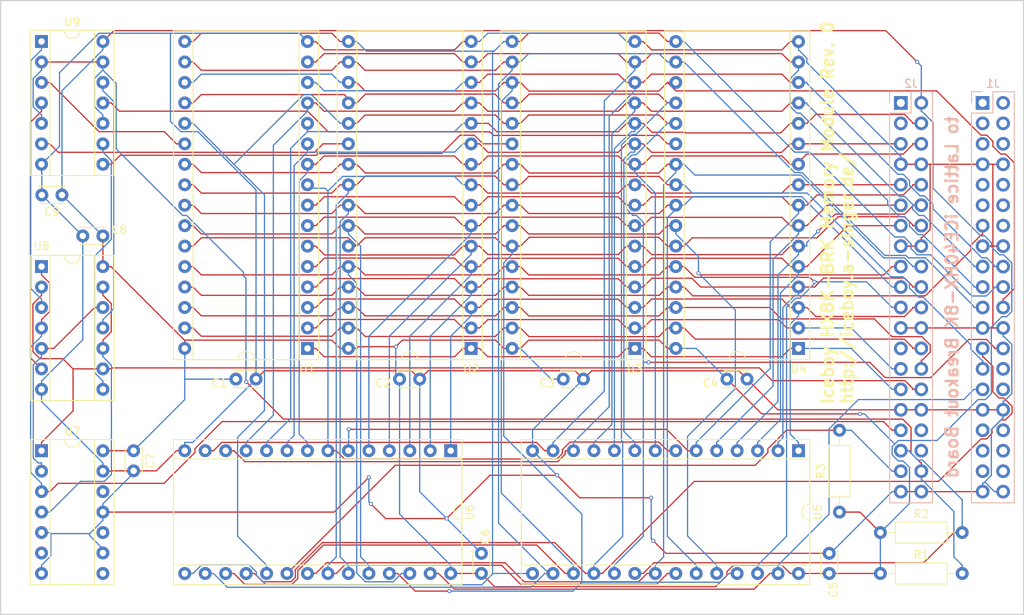
<source format=kicad_pcb>
(kicad_pcb (version 4) (host pcbnew 4.0.6)
  (title_block (title "Iceboy HX8K-BRK Memory Module") (date 2020-04-25) (rev 0) (company "Author: Michael Singer") (comment 1 https://sourceforge.net/projects/iceboy/) (comment 2 http://iceboy.a-singer.de/))
  (layers (0 F.Cu signal) (31 B.Cu signal) (34 B.Paste user) (35 F.Paste user) (36 B.SilkS user) (37 F.SilkS user) (38 B.Mask user) (39 F.Mask user) (44 Edge.Cuts user))
  (net 0 "")
  (net 1 VCC)
  (net 2 GND)
  (net 3 "Net-(J1-Pad1)")
  (net 4 "Net-(J1-Pad2)")
  (net 5 "Net-(J1-Pad3)")
  (net 6 "Net-(J1-Pad4)")
  (net 7 "Net-(J1-Pad5)")
  (net 8 "Net-(J1-Pad6)")
  (net 9 "Net-(J1-Pad9)")
  (net 10 "Net-(J1-Pad10)")
  (net 11 "Net-(J1-Pad11)")
  (net 12 "Net-(J1-Pad12)")
  (net 13 /~PROG)
  (net 14 "Net-(J1-Pad14)")
  (net 15 /D0)
  (net 16 /D1)
  (net 17 /D2)
  (net 18 /D3)
  (net 19 /D4)
  (net 20 /D5)
  (net 21 /D6)
  (net 22 /D7)
  (net 23 /~RD)
  (net 24 "Net-(J1-Pad28)")
  (net 25 /~WR)
  (net 26 "Net-(J1-Pad30)")
  (net 27 "Net-(J1-Pad33)")
  (net 28 "Net-(J1-Pad34)")
  (net 29 "Net-(J1-Pad35)")
  (net 30 "Net-(J1-Pad36)")
  (net 31 "Net-(J1-Pad37)")
  (net 32 "Net-(J1-Pad38)")
  (net 33 "Net-(J2-Pad1)")
  (net 34 "Net-(J2-Pad3)")
  (net 35 /A0)
  (net 36 /A1)
  (net 37 /A2)
  (net 38 /A3)
  (net 39 /A4)
  (net 40 /A5)
  (net 41 /A6)
  (net 42 /A7)
  (net 43 /A8)
  (net 44 /A9)
  (net 45 /A10)
  (net 46 /A11)
  (net 47 /A12)
  (net 48 /A13)
  (net 49 /A14)
  (net 50 "Net-(J2-Pad25)")
  (net 51 /A15)
  (net 52 /A16)
  (net 53 /A17)
  (net 54 /A18)
  (net 55 /A19)
  (net 56 /A20)
  (net 57 "Net-(J2-Pad34)")
  (net 58 /~CSWRAM)
  (net 59 "Net-(J2-Pad36)")
  (net 60 /~CSXRAM)
  (net 61 /~CSROM)
  (net 62 /Demux/~CS0)
  (net 63 /Demux/~CS1)
  (net 64 /Demux/~CS2)
  (net 65 /Demux/~CS3)
  (net 66 "Net-(U7-Pad8)")
  (net 67 "Net-(U7-Pad2)")
  (net 68 "Net-(U7-Pad10)")
  (net 69 "Net-(U7-Pad4)")
  (net 70 "Net-(U7-Pad12)")
  (net 71 "Net-(U7-Pad6)")
  (net 72 "Net-(U8-Pad8)")
  (net 73 "Net-(U8-Pad3)")
  (net 74 "Net-(U8-Pad11)")
  (net 75 "Net-(U8-Pad6)")
  (module Pin_Headers:Pin_Header_Straight_2x20_Pitch2.54mm (layer B.Cu) (at 190.5 63.5 180)
    (fp_text reference J2 (at 1.27 2.39 180) (layer B.SilkS) (effects (justify mirror)))
    (fp_text value CONN_02X20)
    (pad 1 thru_hole rect (at 2.54 0 180) (size 1.7 1.7) (drill 1) (layers *.Cu *.Mask) (net 33 "Net-(J2-Pad1)"))
    (pad 2 thru_hole oval (at 0 0 180) (size 1.7 1.7) (drill 1) (layers *.Cu *.Mask) (net 1 VCC))
    (pad 3 thru_hole oval (at 2.54 -2.54 180) (size 1.7 1.7) (drill 1) (layers *.Cu *.Mask) (net 34 "Net-(J2-Pad3)"))
    (pad 4 thru_hole oval (at 0 -2.54 180) (size 1.7 1.7) (drill 1) (layers *.Cu *.Mask) (net 35 /A0))
    (pad 5 thru_hole oval (at 2.54 -5.08 180) (size 1.7 1.7) (drill 1) (layers *.Cu *.Mask) (net 36 /A1))
    (pad 6 thru_hole oval (at 0 -5.08 180) (size 1.7 1.7) (drill 1) (layers *.Cu *.Mask) (net 37 /A2))
    (pad 7 thru_hole oval (at 2.54 -7.62 180) (size 1.7 1.7) (drill 1) (layers *.Cu *.Mask) (net 2 GND))
    (pad 8 thru_hole oval (at 0 -7.62 180) (size 1.7 1.7) (drill 1) (layers *.Cu *.Mask) (net 2 GND))
    (pad 9 thru_hole oval (at 2.54 -10.16 180) (size 1.7 1.7) (drill 1) (layers *.Cu *.Mask) (net 38 /A3))
    (pad 10 thru_hole oval (at 0 -10.16 180) (size 1.7 1.7) (drill 1) (layers *.Cu *.Mask) (net 39 /A4))
    (pad 11 thru_hole oval (at 2.54 -12.7 180) (size 1.7 1.7) (drill 1) (layers *.Cu *.Mask) (net 40 /A5))
    (pad 12 thru_hole oval (at 0 -12.7 180) (size 1.7 1.7) (drill 1) (layers *.Cu *.Mask) (net 41 /A6))
    (pad 13 thru_hole oval (at 2.54 -15.24 180) (size 1.7 1.7) (drill 1) (layers *.Cu *.Mask) (net 42 /A7))
    (pad 14 thru_hole oval (at 0 -15.24 180) (size 1.7 1.7) (drill 1) (layers *.Cu *.Mask) (net 43 /A8))
    (pad 15 thru_hole oval (at 2.54 -17.78 180) (size 1.7 1.7) (drill 1) (layers *.Cu *.Mask) (net 2 GND))
    (pad 16 thru_hole oval (at 0 -17.78 180) (size 1.7 1.7) (drill 1) (layers *.Cu *.Mask) (net 2 GND))
    (pad 17 thru_hole oval (at 2.54 -20.32 180) (size 1.7 1.7) (drill 1) (layers *.Cu *.Mask) (net 44 /A9))
    (pad 18 thru_hole oval (at 0 -20.32 180) (size 1.7 1.7) (drill 1) (layers *.Cu *.Mask) (net 45 /A10))
    (pad 19 thru_hole oval (at 2.54 -22.86 180) (size 1.7 1.7) (drill 1) (layers *.Cu *.Mask) (net 46 /A11))
    (pad 20 thru_hole oval (at 0 -22.86 180) (size 1.7 1.7) (drill 1) (layers *.Cu *.Mask) (net 47 /A12))
    (pad 21 thru_hole oval (at 2.54 -25.4 180) (size 1.7 1.7) (drill 1) (layers *.Cu *.Mask) (net 48 /A13))
    (pad 22 thru_hole oval (at 0 -25.4 180) (size 1.7 1.7) (drill 1) (layers *.Cu *.Mask) (net 49 /A14))
    (pad 23 thru_hole oval (at 2.54 -27.94 180) (size 1.7 1.7) (drill 1) (layers *.Cu *.Mask) (net 2 GND))
    (pad 24 thru_hole oval (at 0 -27.94 180) (size 1.7 1.7) (drill 1) (layers *.Cu *.Mask) (net 2 GND))
    (pad 25 thru_hole oval (at 2.54 -30.48 180) (size 1.7 1.7) (drill 1) (layers *.Cu *.Mask) (net 50 "Net-(J2-Pad25)"))
    (pad 26 thru_hole oval (at 0 -30.48 180) (size 1.7 1.7) (drill 1) (layers *.Cu *.Mask) (net 51 /A15))
    (pad 27 thru_hole oval (at 2.54 -33.02 180) (size 1.7 1.7) (drill 1) (layers *.Cu *.Mask) (net 52 /A16))
    (pad 28 thru_hole oval (at 0 -33.02 180) (size 1.7 1.7) (drill 1) (layers *.Cu *.Mask) (net 53 /A17))
    (pad 29 thru_hole oval (at 2.54 -35.56 180) (size 1.7 1.7) (drill 1) (layers *.Cu *.Mask) (net 54 /A18))
    (pad 30 thru_hole oval (at 0 -35.56 180) (size 1.7 1.7) (drill 1) (layers *.Cu *.Mask) (net 55 /A19))
    (pad 31 thru_hole oval (at 2.54 -38.1 180) (size 1.7 1.7) (drill 1) (layers *.Cu *.Mask) (net 2 GND))
    (pad 32 thru_hole oval (at 0 -38.1 180) (size 1.7 1.7) (drill 1) (layers *.Cu *.Mask) (net 2 GND))
    (pad 33 thru_hole oval (at 2.54 -40.64 180) (size 1.7 1.7) (drill 1) (layers *.Cu *.Mask) (net 56 /A20))
    (pad 34 thru_hole oval (at 0 -40.64 180) (size 1.7 1.7) (drill 1) (layers *.Cu *.Mask) (net 57 "Net-(J2-Pad34)"))
    (pad 35 thru_hole oval (at 2.54 -43.18 180) (size 1.7 1.7) (drill 1) (layers *.Cu *.Mask) (net 58 /~CSWRAM))
    (pad 36 thru_hole oval (at 0 -43.18 180) (size 1.7 1.7) (drill 1) (layers *.Cu *.Mask) (net 59 "Net-(J2-Pad36)"))
    (pad 37 thru_hole oval (at 2.54 -45.72 180) (size 1.7 1.7) (drill 1) (layers *.Cu *.Mask) (net 60 /~CSXRAM))
    (pad 38 thru_hole oval (at 0 -45.72 180) (size 1.7 1.7) (drill 1) (layers *.Cu *.Mask) (net 61 /~CSROM))
    (pad 39 thru_hole oval (at 2.54 -48.26 180) (size 1.7 1.7) (drill 1) (layers *.Cu *.Mask) (net 2 GND))
    (pad 40 thru_hole oval (at 0 -48.26 180) (size 1.7 1.7) (drill 1) (layers *.Cu *.Mask) (net 2 GND))
  )
  (module Pin_Headers:Pin_Header_Straight_2x20_Pitch2.54mm (layer B.Cu) (at 200.66 63.5 180)
    (fp_text reference J1 (at 1.27 2.39 180) (layer B.SilkS) (effects (justify mirror)))
    (fp_text value CONN_02X20)
    (pad 1 thru_hole rect (at 2.54 0 180) (size 1.7 1.7) (drill 1) (layers *.Cu *.Mask) (net 3 "Net-(J1-Pad1)"))
    (pad 2 thru_hole oval (at 0 0 180) (size 1.7 1.7) (drill 1) (layers *.Cu *.Mask) (net 4 "Net-(J1-Pad2)"))
    (pad 3 thru_hole oval (at 2.54 -2.54 180) (size 1.7 1.7) (drill 1) (layers *.Cu *.Mask) (net 5 "Net-(J1-Pad3)"))
    (pad 4 thru_hole oval (at 0 -2.54 180) (size 1.7 1.7) (drill 1) (layers *.Cu *.Mask) (net 6 "Net-(J1-Pad4)"))
    (pad 5 thru_hole oval (at 2.54 -5.08 180) (size 1.7 1.7) (drill 1) (layers *.Cu *.Mask) (net 7 "Net-(J1-Pad5)"))
    (pad 6 thru_hole oval (at 0 -5.08 180) (size 1.7 1.7) (drill 1) (layers *.Cu *.Mask) (net 8 "Net-(J1-Pad6)"))
    (pad 7 thru_hole oval (at 2.54 -7.62 180) (size 1.7 1.7) (drill 1) (layers *.Cu *.Mask) (net 2 GND))
    (pad 8 thru_hole oval (at 0 -7.62 180) (size 1.7 1.7) (drill 1) (layers *.Cu *.Mask) (net 2 GND))
    (pad 9 thru_hole oval (at 2.54 -10.16 180) (size 1.7 1.7) (drill 1) (layers *.Cu *.Mask) (net 9 "Net-(J1-Pad9)"))
    (pad 10 thru_hole oval (at 0 -10.16 180) (size 1.7 1.7) (drill 1) (layers *.Cu *.Mask) (net 10 "Net-(J1-Pad10)"))
    (pad 11 thru_hole oval (at 2.54 -12.7 180) (size 1.7 1.7) (drill 1) (layers *.Cu *.Mask) (net 11 "Net-(J1-Pad11)"))
    (pad 12 thru_hole oval (at 0 -12.7 180) (size 1.7 1.7) (drill 1) (layers *.Cu *.Mask) (net 12 "Net-(J1-Pad12)"))
    (pad 13 thru_hole oval (at 2.54 -15.24 180) (size 1.7 1.7) (drill 1) (layers *.Cu *.Mask) (net 13 /~PROG))
    (pad 14 thru_hole oval (at 0 -15.24 180) (size 1.7 1.7) (drill 1) (layers *.Cu *.Mask) (net 14 "Net-(J1-Pad14)"))
    (pad 15 thru_hole oval (at 2.54 -17.78 180) (size 1.7 1.7) (drill 1) (layers *.Cu *.Mask) (net 2 GND))
    (pad 16 thru_hole oval (at 0 -17.78 180) (size 1.7 1.7) (drill 1) (layers *.Cu *.Mask) (net 2 GND))
    (pad 17 thru_hole oval (at 2.54 -20.32 180) (size 1.7 1.7) (drill 1) (layers *.Cu *.Mask) (net 15 /D0))
    (pad 18 thru_hole oval (at 0 -20.32 180) (size 1.7 1.7) (drill 1) (layers *.Cu *.Mask) (net 16 /D1))
    (pad 19 thru_hole oval (at 2.54 -22.86 180) (size 1.7 1.7) (drill 1) (layers *.Cu *.Mask) (net 17 /D2))
    (pad 20 thru_hole oval (at 0 -22.86 180) (size 1.7 1.7) (drill 1) (layers *.Cu *.Mask) (net 18 /D3))
    (pad 21 thru_hole oval (at 2.54 -25.4 180) (size 1.7 1.7) (drill 1) (layers *.Cu *.Mask) (net 19 /D4))
    (pad 22 thru_hole oval (at 0 -25.4 180) (size 1.7 1.7) (drill 1) (layers *.Cu *.Mask) (net 20 /D5))
    (pad 23 thru_hole oval (at 2.54 -27.94 180) (size 1.7 1.7) (drill 1) (layers *.Cu *.Mask) (net 2 GND))
    (pad 24 thru_hole oval (at 0 -27.94 180) (size 1.7 1.7) (drill 1) (layers *.Cu *.Mask) (net 2 GND))
    (pad 25 thru_hole oval (at 2.54 -30.48 180) (size 1.7 1.7) (drill 1) (layers *.Cu *.Mask) (net 21 /D6))
    (pad 26 thru_hole oval (at 0 -30.48 180) (size 1.7 1.7) (drill 1) (layers *.Cu *.Mask) (net 22 /D7))
    (pad 27 thru_hole oval (at 2.54 -33.02 180) (size 1.7 1.7) (drill 1) (layers *.Cu *.Mask) (net 23 /~RD))
    (pad 28 thru_hole oval (at 0 -33.02 180) (size 1.7 1.7) (drill 1) (layers *.Cu *.Mask) (net 24 "Net-(J1-Pad28)"))
    (pad 29 thru_hole oval (at 2.54 -35.56 180) (size 1.7 1.7) (drill 1) (layers *.Cu *.Mask) (net 25 /~WR))
    (pad 30 thru_hole oval (at 0 -35.56 180) (size 1.7 1.7) (drill 1) (layers *.Cu *.Mask) (net 26 "Net-(J1-Pad30)"))
    (pad 31 thru_hole oval (at 2.54 -38.1 180) (size 1.7 1.7) (drill 1) (layers *.Cu *.Mask) (net 2 GND))
    (pad 32 thru_hole oval (at 0 -38.1 180) (size 1.7 1.7) (drill 1) (layers *.Cu *.Mask) (net 2 GND))
    (pad 33 thru_hole oval (at 2.54 -40.64 180) (size 1.7 1.7) (drill 1) (layers *.Cu *.Mask) (net 27 "Net-(J1-Pad33)"))
    (pad 34 thru_hole oval (at 0 -40.64 180) (size 1.7 1.7) (drill 1) (layers *.Cu *.Mask) (net 28 "Net-(J1-Pad34)"))
    (pad 35 thru_hole oval (at 2.54 -43.18 180) (size 1.7 1.7) (drill 1) (layers *.Cu *.Mask) (net 29 "Net-(J1-Pad35)"))
    (pad 36 thru_hole oval (at 0 -43.18 180) (size 1.7 1.7) (drill 1) (layers *.Cu *.Mask) (net 30 "Net-(J1-Pad36)"))
    (pad 37 thru_hole oval (at 2.54 -45.72 180) (size 1.7 1.7) (drill 1) (layers *.Cu *.Mask) (net 31 "Net-(J1-Pad37)"))
    (pad 38 thru_hole oval (at 0 -45.72 180) (size 1.7 1.7) (drill 1) (layers *.Cu *.Mask) (net 32 "Net-(J1-Pad38)"))
    (pad 39 thru_hole oval (at 2.54 -48.26 180) (size 1.7 1.7) (drill 1) (layers *.Cu *.Mask) (net 2 GND))
    (pad 40 thru_hole oval (at 0 -48.26 180) (size 1.7 1.7) (drill 1) (layers *.Cu *.Mask) (net 2 GND))
  )
  (module Resistors_THT:R_Axial_DIN0207_L6.3mm_D2.5mm_P10.16mm_Horizontal (layer F.Cu) (at 185.42 121.92)
    (fp_text reference R1 (at 5.08 -2.31) (layer F.SilkS))
    (fp_text value 10k)
    (pad 1 thru_hole circle (at 0 0) (size 1.6 1.6) (drill 0.8) (layers *.Cu *.Mask) (net 1 VCC))
    (pad 2 thru_hole oval (at 10.16 0) (size 1.6 1.6) (drill 0.8) (layers *.Cu *.Mask) (net 61 /~CSROM))
  )
  (module Resistors_THT:R_Axial_DIN0207_L6.3mm_D2.5mm_P10.16mm_Horizontal (layer F.Cu) (at 185.42 116.84)
    (fp_text reference R2 (at 5.08 -2.31) (layer F.SilkS))
    (fp_text value 10k)
    (pad 1 thru_hole circle (at 0 0) (size 1.6 1.6) (drill 0.8) (layers *.Cu *.Mask) (net 1 VCC))
    (pad 2 thru_hole oval (at 10.16 0) (size 1.6 1.6) (drill 0.8) (layers *.Cu *.Mask) (net 58 /~CSWRAM))
  )
  (module Resistors_THT:R_Axial_DIN0207_L6.3mm_D2.5mm_P10.16mm_Horizontal (layer F.Cu) (at 180.34 114.3 90)
    (fp_text reference R3 (at 5.08 -2.31 90) (layer F.SilkS))
    (fp_text value 10k)
    (pad 1 thru_hole circle (at 0 0 90) (size 1.6 1.6) (drill 0.8) (layers *.Cu *.Mask) (net 1 VCC))
    (pad 2 thru_hole oval (at 10.16 0 90) (size 1.6 1.6) (drill 0.8) (layers *.Cu *.Mask) (net 60 /~CSXRAM))
  )
  (module Housings_DIP:DIP-32_W15.24mm_Socket (layer F.Cu) (at 114.3 93.98 180)
    (fp_text reference U1 (at 0 -2.54 180) (layer F.SilkS))
    (fp_text value AS6C4008)
    (pad 1 thru_hole rect (at 0 0 180) (size 1.6 1.6) (drill 0.8) (layers *.Cu *.Mask) (net 54 /A18))
    (pad 17 thru_hole oval (at 15.24 38.1 180) (size 1.6 1.6) (drill 0.8) (layers *.Cu *.Mask) (net 18 /D3))
    (pad 2 thru_hole oval (at 0 2.54 180) (size 1.6 1.6) (drill 0.8) (layers *.Cu *.Mask) (net 52 /A16))
    (pad 18 thru_hole oval (at 15.24 35.56 180) (size 1.6 1.6) (drill 0.8) (layers *.Cu *.Mask) (net 19 /D4))
    (pad 3 thru_hole oval (at 0 5.08 180) (size 1.6 1.6) (drill 0.8) (layers *.Cu *.Mask) (net 49 /A14))
    (pad 19 thru_hole oval (at 15.24 33.02 180) (size 1.6 1.6) (drill 0.8) (layers *.Cu *.Mask) (net 20 /D5))
    (pad 4 thru_hole oval (at 0 7.62 180) (size 1.6 1.6) (drill 0.8) (layers *.Cu *.Mask) (net 47 /A12))
    (pad 20 thru_hole oval (at 15.24 30.48 180) (size 1.6 1.6) (drill 0.8) (layers *.Cu *.Mask) (net 21 /D6))
    (pad 5 thru_hole oval (at 0 10.16 180) (size 1.6 1.6) (drill 0.8) (layers *.Cu *.Mask) (net 42 /A7))
    (pad 21 thru_hole oval (at 15.24 27.94 180) (size 1.6 1.6) (drill 0.8) (layers *.Cu *.Mask) (net 22 /D7))
    (pad 6 thru_hole oval (at 0 12.7 180) (size 1.6 1.6) (drill 0.8) (layers *.Cu *.Mask) (net 41 /A6))
    (pad 22 thru_hole oval (at 15.24 25.4 180) (size 1.6 1.6) (drill 0.8) (layers *.Cu *.Mask) (net 62 /Demux/~CS0))
    (pad 7 thru_hole oval (at 0 15.24 180) (size 1.6 1.6) (drill 0.8) (layers *.Cu *.Mask) (net 40 /A5))
    (pad 23 thru_hole oval (at 15.24 22.86 180) (size 1.6 1.6) (drill 0.8) (layers *.Cu *.Mask) (net 45 /A10))
    (pad 8 thru_hole oval (at 0 17.78 180) (size 1.6 1.6) (drill 0.8) (layers *.Cu *.Mask) (net 39 /A4))
    (pad 24 thru_hole oval (at 15.24 20.32 180) (size 1.6 1.6) (drill 0.8) (layers *.Cu *.Mask) (net 23 /~RD))
    (pad 9 thru_hole oval (at 0 20.32 180) (size 1.6 1.6) (drill 0.8) (layers *.Cu *.Mask) (net 38 /A3))
    (pad 25 thru_hole oval (at 15.24 17.78 180) (size 1.6 1.6) (drill 0.8) (layers *.Cu *.Mask) (net 46 /A11))
    (pad 10 thru_hole oval (at 0 22.86 180) (size 1.6 1.6) (drill 0.8) (layers *.Cu *.Mask) (net 37 /A2))
    (pad 26 thru_hole oval (at 15.24 15.24 180) (size 1.6 1.6) (drill 0.8) (layers *.Cu *.Mask) (net 44 /A9))
    (pad 11 thru_hole oval (at 0 25.4 180) (size 1.6 1.6) (drill 0.8) (layers *.Cu *.Mask) (net 36 /A1))
    (pad 27 thru_hole oval (at 15.24 12.7 180) (size 1.6 1.6) (drill 0.8) (layers *.Cu *.Mask) (net 43 /A8))
    (pad 12 thru_hole oval (at 0 27.94 180) (size 1.6 1.6) (drill 0.8) (layers *.Cu *.Mask) (net 35 /A0))
    (pad 28 thru_hole oval (at 15.24 10.16 180) (size 1.6 1.6) (drill 0.8) (layers *.Cu *.Mask) (net 48 /A13))
    (pad 13 thru_hole oval (at 0 30.48 180) (size 1.6 1.6) (drill 0.8) (layers *.Cu *.Mask) (net 15 /D0))
    (pad 29 thru_hole oval (at 15.24 7.62 180) (size 1.6 1.6) (drill 0.8) (layers *.Cu *.Mask) (net 13 /~PROG))
    (pad 14 thru_hole oval (at 0 33.02 180) (size 1.6 1.6) (drill 0.8) (layers *.Cu *.Mask) (net 16 /D1))
    (pad 30 thru_hole oval (at 15.24 5.08 180) (size 1.6 1.6) (drill 0.8) (layers *.Cu *.Mask) (net 53 /A17))
    (pad 15 thru_hole oval (at 0 35.56 180) (size 1.6 1.6) (drill 0.8) (layers *.Cu *.Mask) (net 17 /D2))
    (pad 31 thru_hole oval (at 15.24 2.54 180) (size 1.6 1.6) (drill 0.8) (layers *.Cu *.Mask) (net 51 /A15))
    (pad 16 thru_hole oval (at 0 38.1 180) (size 1.6 1.6) (drill 0.8) (layers *.Cu *.Mask) (net 2 GND))
    (pad 32 thru_hole oval (at 15.24 0 180) (size 1.6 1.6) (drill 0.8) (layers *.Cu *.Mask) (net 1 VCC))
  )
  (module Housings_DIP:DIP-32_W15.24mm_Socket (layer F.Cu) (at 134.62 93.98 180)
    (fp_text reference U2 (at 0 -2.54 180) (layer F.SilkS))
    (fp_text value AS6C4008)
    (pad 1 thru_hole rect (at 0 0 180) (size 1.6 1.6) (drill 0.8) (layers *.Cu *.Mask) (net 54 /A18))
    (pad 17 thru_hole oval (at 15.24 38.1 180) (size 1.6 1.6) (drill 0.8) (layers *.Cu *.Mask) (net 18 /D3))
    (pad 2 thru_hole oval (at 0 2.54 180) (size 1.6 1.6) (drill 0.8) (layers *.Cu *.Mask) (net 52 /A16))
    (pad 18 thru_hole oval (at 15.24 35.56 180) (size 1.6 1.6) (drill 0.8) (layers *.Cu *.Mask) (net 19 /D4))
    (pad 3 thru_hole oval (at 0 5.08 180) (size 1.6 1.6) (drill 0.8) (layers *.Cu *.Mask) (net 49 /A14))
    (pad 19 thru_hole oval (at 15.24 33.02 180) (size 1.6 1.6) (drill 0.8) (layers *.Cu *.Mask) (net 20 /D5))
    (pad 4 thru_hole oval (at 0 7.62 180) (size 1.6 1.6) (drill 0.8) (layers *.Cu *.Mask) (net 47 /A12))
    (pad 20 thru_hole oval (at 15.24 30.48 180) (size 1.6 1.6) (drill 0.8) (layers *.Cu *.Mask) (net 21 /D6))
    (pad 5 thru_hole oval (at 0 10.16 180) (size 1.6 1.6) (drill 0.8) (layers *.Cu *.Mask) (net 42 /A7))
    (pad 21 thru_hole oval (at 15.24 27.94 180) (size 1.6 1.6) (drill 0.8) (layers *.Cu *.Mask) (net 22 /D7))
    (pad 6 thru_hole oval (at 0 12.7 180) (size 1.6 1.6) (drill 0.8) (layers *.Cu *.Mask) (net 41 /A6))
    (pad 22 thru_hole oval (at 15.24 25.4 180) (size 1.6 1.6) (drill 0.8) (layers *.Cu *.Mask) (net 63 /Demux/~CS1))
    (pad 7 thru_hole oval (at 0 15.24 180) (size 1.6 1.6) (drill 0.8) (layers *.Cu *.Mask) (net 40 /A5))
    (pad 23 thru_hole oval (at 15.24 22.86 180) (size 1.6 1.6) (drill 0.8) (layers *.Cu *.Mask) (net 45 /A10))
    (pad 8 thru_hole oval (at 0 17.78 180) (size 1.6 1.6) (drill 0.8) (layers *.Cu *.Mask) (net 39 /A4))
    (pad 24 thru_hole oval (at 15.24 20.32 180) (size 1.6 1.6) (drill 0.8) (layers *.Cu *.Mask) (net 23 /~RD))
    (pad 9 thru_hole oval (at 0 20.32 180) (size 1.6 1.6) (drill 0.8) (layers *.Cu *.Mask) (net 38 /A3))
    (pad 25 thru_hole oval (at 15.24 17.78 180) (size 1.6 1.6) (drill 0.8) (layers *.Cu *.Mask) (net 46 /A11))
    (pad 10 thru_hole oval (at 0 22.86 180) (size 1.6 1.6) (drill 0.8) (layers *.Cu *.Mask) (net 37 /A2))
    (pad 26 thru_hole oval (at 15.24 15.24 180) (size 1.6 1.6) (drill 0.8) (layers *.Cu *.Mask) (net 44 /A9))
    (pad 11 thru_hole oval (at 0 25.4 180) (size 1.6 1.6) (drill 0.8) (layers *.Cu *.Mask) (net 36 /A1))
    (pad 27 thru_hole oval (at 15.24 12.7 180) (size 1.6 1.6) (drill 0.8) (layers *.Cu *.Mask) (net 43 /A8))
    (pad 12 thru_hole oval (at 0 27.94 180) (size 1.6 1.6) (drill 0.8) (layers *.Cu *.Mask) (net 35 /A0))
    (pad 28 thru_hole oval (at 15.24 10.16 180) (size 1.6 1.6) (drill 0.8) (layers *.Cu *.Mask) (net 48 /A13))
    (pad 13 thru_hole oval (at 0 30.48 180) (size 1.6 1.6) (drill 0.8) (layers *.Cu *.Mask) (net 15 /D0))
    (pad 29 thru_hole oval (at 15.24 7.62 180) (size 1.6 1.6) (drill 0.8) (layers *.Cu *.Mask) (net 13 /~PROG))
    (pad 14 thru_hole oval (at 0 33.02 180) (size 1.6 1.6) (drill 0.8) (layers *.Cu *.Mask) (net 16 /D1))
    (pad 30 thru_hole oval (at 15.24 5.08 180) (size 1.6 1.6) (drill 0.8) (layers *.Cu *.Mask) (net 53 /A17))
    (pad 15 thru_hole oval (at 0 35.56 180) (size 1.6 1.6) (drill 0.8) (layers *.Cu *.Mask) (net 17 /D2))
    (pad 31 thru_hole oval (at 15.24 2.54 180) (size 1.6 1.6) (drill 0.8) (layers *.Cu *.Mask) (net 51 /A15))
    (pad 16 thru_hole oval (at 0 38.1 180) (size 1.6 1.6) (drill 0.8) (layers *.Cu *.Mask) (net 2 GND))
    (pad 32 thru_hole oval (at 15.24 0 180) (size 1.6 1.6) (drill 0.8) (layers *.Cu *.Mask) (net 1 VCC))
  )
  (module Housings_DIP:DIP-32_W15.24mm_Socket (layer F.Cu) (at 154.94 93.98 180)
    (fp_text reference U3 (at 0 -2.54 180) (layer F.SilkS))
    (fp_text value AS6C4008)
    (pad 1 thru_hole rect (at 0 0 180) (size 1.6 1.6) (drill 0.8) (layers *.Cu *.Mask) (net 54 /A18))
    (pad 17 thru_hole oval (at 15.24 38.1 180) (size 1.6 1.6) (drill 0.8) (layers *.Cu *.Mask) (net 18 /D3))
    (pad 2 thru_hole oval (at 0 2.54 180) (size 1.6 1.6) (drill 0.8) (layers *.Cu *.Mask) (net 52 /A16))
    (pad 18 thru_hole oval (at 15.24 35.56 180) (size 1.6 1.6) (drill 0.8) (layers *.Cu *.Mask) (net 19 /D4))
    (pad 3 thru_hole oval (at 0 5.08 180) (size 1.6 1.6) (drill 0.8) (layers *.Cu *.Mask) (net 49 /A14))
    (pad 19 thru_hole oval (at 15.24 33.02 180) (size 1.6 1.6) (drill 0.8) (layers *.Cu *.Mask) (net 20 /D5))
    (pad 4 thru_hole oval (at 0 7.62 180) (size 1.6 1.6) (drill 0.8) (layers *.Cu *.Mask) (net 47 /A12))
    (pad 20 thru_hole oval (at 15.24 30.48 180) (size 1.6 1.6) (drill 0.8) (layers *.Cu *.Mask) (net 21 /D6))
    (pad 5 thru_hole oval (at 0 10.16 180) (size 1.6 1.6) (drill 0.8) (layers *.Cu *.Mask) (net 42 /A7))
    (pad 21 thru_hole oval (at 15.24 27.94 180) (size 1.6 1.6) (drill 0.8) (layers *.Cu *.Mask) (net 22 /D7))
    (pad 6 thru_hole oval (at 0 12.7 180) (size 1.6 1.6) (drill 0.8) (layers *.Cu *.Mask) (net 41 /A6))
    (pad 22 thru_hole oval (at 15.24 25.4 180) (size 1.6 1.6) (drill 0.8) (layers *.Cu *.Mask) (net 64 /Demux/~CS2))
    (pad 7 thru_hole oval (at 0 15.24 180) (size 1.6 1.6) (drill 0.8) (layers *.Cu *.Mask) (net 40 /A5))
    (pad 23 thru_hole oval (at 15.24 22.86 180) (size 1.6 1.6) (drill 0.8) (layers *.Cu *.Mask) (net 45 /A10))
    (pad 8 thru_hole oval (at 0 17.78 180) (size 1.6 1.6) (drill 0.8) (layers *.Cu *.Mask) (net 39 /A4))
    (pad 24 thru_hole oval (at 15.24 20.32 180) (size 1.6 1.6) (drill 0.8) (layers *.Cu *.Mask) (net 23 /~RD))
    (pad 9 thru_hole oval (at 0 20.32 180) (size 1.6 1.6) (drill 0.8) (layers *.Cu *.Mask) (net 38 /A3))
    (pad 25 thru_hole oval (at 15.24 17.78 180) (size 1.6 1.6) (drill 0.8) (layers *.Cu *.Mask) (net 46 /A11))
    (pad 10 thru_hole oval (at 0 22.86 180) (size 1.6 1.6) (drill 0.8) (layers *.Cu *.Mask) (net 37 /A2))
    (pad 26 thru_hole oval (at 15.24 15.24 180) (size 1.6 1.6) (drill 0.8) (layers *.Cu *.Mask) (net 44 /A9))
    (pad 11 thru_hole oval (at 0 25.4 180) (size 1.6 1.6) (drill 0.8) (layers *.Cu *.Mask) (net 36 /A1))
    (pad 27 thru_hole oval (at 15.24 12.7 180) (size 1.6 1.6) (drill 0.8) (layers *.Cu *.Mask) (net 43 /A8))
    (pad 12 thru_hole oval (at 0 27.94 180) (size 1.6 1.6) (drill 0.8) (layers *.Cu *.Mask) (net 35 /A0))
    (pad 28 thru_hole oval (at 15.24 10.16 180) (size 1.6 1.6) (drill 0.8) (layers *.Cu *.Mask) (net 48 /A13))
    (pad 13 thru_hole oval (at 0 30.48 180) (size 1.6 1.6) (drill 0.8) (layers *.Cu *.Mask) (net 15 /D0))
    (pad 29 thru_hole oval (at 15.24 7.62 180) (size 1.6 1.6) (drill 0.8) (layers *.Cu *.Mask) (net 13 /~PROG))
    (pad 14 thru_hole oval (at 0 33.02 180) (size 1.6 1.6) (drill 0.8) (layers *.Cu *.Mask) (net 16 /D1))
    (pad 30 thru_hole oval (at 15.24 5.08 180) (size 1.6 1.6) (drill 0.8) (layers *.Cu *.Mask) (net 53 /A17))
    (pad 15 thru_hole oval (at 0 35.56 180) (size 1.6 1.6) (drill 0.8) (layers *.Cu *.Mask) (net 17 /D2))
    (pad 31 thru_hole oval (at 15.24 2.54 180) (size 1.6 1.6) (drill 0.8) (layers *.Cu *.Mask) (net 51 /A15))
    (pad 16 thru_hole oval (at 0 38.1 180) (size 1.6 1.6) (drill 0.8) (layers *.Cu *.Mask) (net 2 GND))
    (pad 32 thru_hole oval (at 15.24 0 180) (size 1.6 1.6) (drill 0.8) (layers *.Cu *.Mask) (net 1 VCC))
  )
  (module Housings_DIP:DIP-32_W15.24mm_Socket (layer F.Cu) (at 175.26 93.98 180)
    (fp_text reference U4 (at 0 -2.54 180) (layer F.SilkS))
    (fp_text value AS6C4008)
    (pad 1 thru_hole rect (at 0 0 180) (size 1.6 1.6) (drill 0.8) (layers *.Cu *.Mask) (net 54 /A18))
    (pad 17 thru_hole oval (at 15.24 38.1 180) (size 1.6 1.6) (drill 0.8) (layers *.Cu *.Mask) (net 18 /D3))
    (pad 2 thru_hole oval (at 0 2.54 180) (size 1.6 1.6) (drill 0.8) (layers *.Cu *.Mask) (net 52 /A16))
    (pad 18 thru_hole oval (at 15.24 35.56 180) (size 1.6 1.6) (drill 0.8) (layers *.Cu *.Mask) (net 19 /D4))
    (pad 3 thru_hole oval (at 0 5.08 180) (size 1.6 1.6) (drill 0.8) (layers *.Cu *.Mask) (net 49 /A14))
    (pad 19 thru_hole oval (at 15.24 33.02 180) (size 1.6 1.6) (drill 0.8) (layers *.Cu *.Mask) (net 20 /D5))
    (pad 4 thru_hole oval (at 0 7.62 180) (size 1.6 1.6) (drill 0.8) (layers *.Cu *.Mask) (net 47 /A12))
    (pad 20 thru_hole oval (at 15.24 30.48 180) (size 1.6 1.6) (drill 0.8) (layers *.Cu *.Mask) (net 21 /D6))
    (pad 5 thru_hole oval (at 0 10.16 180) (size 1.6 1.6) (drill 0.8) (layers *.Cu *.Mask) (net 42 /A7))
    (pad 21 thru_hole oval (at 15.24 27.94 180) (size 1.6 1.6) (drill 0.8) (layers *.Cu *.Mask) (net 22 /D7))
    (pad 6 thru_hole oval (at 0 12.7 180) (size 1.6 1.6) (drill 0.8) (layers *.Cu *.Mask) (net 41 /A6))
    (pad 22 thru_hole oval (at 15.24 25.4 180) (size 1.6 1.6) (drill 0.8) (layers *.Cu *.Mask) (net 65 /Demux/~CS3))
    (pad 7 thru_hole oval (at 0 15.24 180) (size 1.6 1.6) (drill 0.8) (layers *.Cu *.Mask) (net 40 /A5))
    (pad 23 thru_hole oval (at 15.24 22.86 180) (size 1.6 1.6) (drill 0.8) (layers *.Cu *.Mask) (net 45 /A10))
    (pad 8 thru_hole oval (at 0 17.78 180) (size 1.6 1.6) (drill 0.8) (layers *.Cu *.Mask) (net 39 /A4))
    (pad 24 thru_hole oval (at 15.24 20.32 180) (size 1.6 1.6) (drill 0.8) (layers *.Cu *.Mask) (net 23 /~RD))
    (pad 9 thru_hole oval (at 0 20.32 180) (size 1.6 1.6) (drill 0.8) (layers *.Cu *.Mask) (net 38 /A3))
    (pad 25 thru_hole oval (at 15.24 17.78 180) (size 1.6 1.6) (drill 0.8) (layers *.Cu *.Mask) (net 46 /A11))
    (pad 10 thru_hole oval (at 0 22.86 180) (size 1.6 1.6) (drill 0.8) (layers *.Cu *.Mask) (net 37 /A2))
    (pad 26 thru_hole oval (at 15.24 15.24 180) (size 1.6 1.6) (drill 0.8) (layers *.Cu *.Mask) (net 44 /A9))
    (pad 11 thru_hole oval (at 0 25.4 180) (size 1.6 1.6) (drill 0.8) (layers *.Cu *.Mask) (net 36 /A1))
    (pad 27 thru_hole oval (at 15.24 12.7 180) (size 1.6 1.6) (drill 0.8) (layers *.Cu *.Mask) (net 43 /A8))
    (pad 12 thru_hole oval (at 0 27.94 180) (size 1.6 1.6) (drill 0.8) (layers *.Cu *.Mask) (net 35 /A0))
    (pad 28 thru_hole oval (at 15.24 10.16 180) (size 1.6 1.6) (drill 0.8) (layers *.Cu *.Mask) (net 48 /A13))
    (pad 13 thru_hole oval (at 0 30.48 180) (size 1.6 1.6) (drill 0.8) (layers *.Cu *.Mask) (net 15 /D0))
    (pad 29 thru_hole oval (at 15.24 7.62 180) (size 1.6 1.6) (drill 0.8) (layers *.Cu *.Mask) (net 13 /~PROG))
    (pad 14 thru_hole oval (at 0 33.02 180) (size 1.6 1.6) (drill 0.8) (layers *.Cu *.Mask) (net 16 /D1))
    (pad 30 thru_hole oval (at 15.24 5.08 180) (size 1.6 1.6) (drill 0.8) (layers *.Cu *.Mask) (net 53 /A17))
    (pad 15 thru_hole oval (at 0 35.56 180) (size 1.6 1.6) (drill 0.8) (layers *.Cu *.Mask) (net 17 /D2))
    (pad 31 thru_hole oval (at 15.24 2.54 180) (size 1.6 1.6) (drill 0.8) (layers *.Cu *.Mask) (net 51 /A15))
    (pad 16 thru_hole oval (at 0 38.1 180) (size 1.6 1.6) (drill 0.8) (layers *.Cu *.Mask) (net 2 GND))
    (pad 32 thru_hole oval (at 15.24 0 180) (size 1.6 1.6) (drill 0.8) (layers *.Cu *.Mask) (net 1 VCC))
  )
  (module Housings_DIP:DIP-28_W15.24mm_Socket (layer F.Cu) (at 175.26 106.68 270)
    (fp_text reference U5 (at 7.62 -2.39 270) (layer F.SilkS))
    (fp_text value AS6C62256)
    (pad 1 thru_hole rect (at 0 0 270) (size 1.6 1.6) (drill 0.8) (layers *.Cu *.Mask) (net 49 /A14))
    (pad 15 thru_hole oval (at 15.24 33.02 270) (size 1.6 1.6) (drill 0.8) (layers *.Cu *.Mask) (net 18 /D3))
    (pad 2 thru_hole oval (at 0 2.54 270) (size 1.6 1.6) (drill 0.8) (layers *.Cu *.Mask) (net 47 /A12))
    (pad 16 thru_hole oval (at 15.24 30.48 270) (size 1.6 1.6) (drill 0.8) (layers *.Cu *.Mask) (net 19 /D4))
    (pad 3 thru_hole oval (at 0 5.08 270) (size 1.6 1.6) (drill 0.8) (layers *.Cu *.Mask) (net 42 /A7))
    (pad 17 thru_hole oval (at 15.24 27.94 270) (size 1.6 1.6) (drill 0.8) (layers *.Cu *.Mask) (net 20 /D5))
    (pad 4 thru_hole oval (at 0 7.62 270) (size 1.6 1.6) (drill 0.8) (layers *.Cu *.Mask) (net 41 /A6))
    (pad 18 thru_hole oval (at 15.24 25.4 270) (size 1.6 1.6) (drill 0.8) (layers *.Cu *.Mask) (net 21 /D6))
    (pad 5 thru_hole oval (at 0 10.16 270) (size 1.6 1.6) (drill 0.8) (layers *.Cu *.Mask) (net 40 /A5))
    (pad 19 thru_hole oval (at 15.24 22.86 270) (size 1.6 1.6) (drill 0.8) (layers *.Cu *.Mask) (net 22 /D7))
    (pad 6 thru_hole oval (at 0 12.7 270) (size 1.6 1.6) (drill 0.8) (layers *.Cu *.Mask) (net 39 /A4))
    (pad 20 thru_hole oval (at 15.24 20.32 270) (size 1.6 1.6) (drill 0.8) (layers *.Cu *.Mask) (net 58 /~CSWRAM))
    (pad 7 thru_hole oval (at 0 15.24 270) (size 1.6 1.6) (drill 0.8) (layers *.Cu *.Mask) (net 38 /A3))
    (pad 21 thru_hole oval (at 15.24 17.78 270) (size 1.6 1.6) (drill 0.8) (layers *.Cu *.Mask) (net 45 /A10))
    (pad 8 thru_hole oval (at 0 17.78 270) (size 1.6 1.6) (drill 0.8) (layers *.Cu *.Mask) (net 37 /A2))
    (pad 22 thru_hole oval (at 15.24 15.24 270) (size 1.6 1.6) (drill 0.8) (layers *.Cu *.Mask) (net 23 /~RD))
    (pad 9 thru_hole oval (at 0 20.32 270) (size 1.6 1.6) (drill 0.8) (layers *.Cu *.Mask) (net 36 /A1))
    (pad 23 thru_hole oval (at 15.24 12.7 270) (size 1.6 1.6) (drill 0.8) (layers *.Cu *.Mask) (net 46 /A11))
    (pad 10 thru_hole oval (at 0 22.86 270) (size 1.6 1.6) (drill 0.8) (layers *.Cu *.Mask) (net 35 /A0))
    (pad 24 thru_hole oval (at 15.24 10.16 270) (size 1.6 1.6) (drill 0.8) (layers *.Cu *.Mask) (net 44 /A9))
    (pad 11 thru_hole oval (at 0 25.4 270) (size 1.6 1.6) (drill 0.8) (layers *.Cu *.Mask) (net 15 /D0))
    (pad 25 thru_hole oval (at 15.24 7.62 270) (size 1.6 1.6) (drill 0.8) (layers *.Cu *.Mask) (net 43 /A8))
    (pad 12 thru_hole oval (at 0 27.94 270) (size 1.6 1.6) (drill 0.8) (layers *.Cu *.Mask) (net 16 /D1))
    (pad 26 thru_hole oval (at 15.24 5.08 270) (size 1.6 1.6) (drill 0.8) (layers *.Cu *.Mask) (net 48 /A13))
    (pad 13 thru_hole oval (at 0 30.48 270) (size 1.6 1.6) (drill 0.8) (layers *.Cu *.Mask) (net 17 /D2))
    (pad 27 thru_hole oval (at 15.24 2.54 270) (size 1.6 1.6) (drill 0.8) (layers *.Cu *.Mask) (net 25 /~WR))
    (pad 14 thru_hole oval (at 0 33.02 270) (size 1.6 1.6) (drill 0.8) (layers *.Cu *.Mask) (net 2 GND))
    (pad 28 thru_hole oval (at 15.24 0 270) (size 1.6 1.6) (drill 0.8) (layers *.Cu *.Mask) (net 1 VCC))
  )
  (module Housings_DIP:DIP-28_W15.24mm_Socket (layer F.Cu) (at 132.08 106.68 270)
    (fp_text reference U6 (at 7.62 -2.39 270) (layer F.SilkS))
    (fp_text value AS6C62256)
    (pad 1 thru_hole rect (at 0 0 270) (size 1.6 1.6) (drill 0.8) (layers *.Cu *.Mask) (net 49 /A14))
    (pad 15 thru_hole oval (at 15.24 33.02 270) (size 1.6 1.6) (drill 0.8) (layers *.Cu *.Mask) (net 18 /D3))
    (pad 2 thru_hole oval (at 0 2.54 270) (size 1.6 1.6) (drill 0.8) (layers *.Cu *.Mask) (net 47 /A12))
    (pad 16 thru_hole oval (at 15.24 30.48 270) (size 1.6 1.6) (drill 0.8) (layers *.Cu *.Mask) (net 19 /D4))
    (pad 3 thru_hole oval (at 0 5.08 270) (size 1.6 1.6) (drill 0.8) (layers *.Cu *.Mask) (net 42 /A7))
    (pad 17 thru_hole oval (at 15.24 27.94 270) (size 1.6 1.6) (drill 0.8) (layers *.Cu *.Mask) (net 20 /D5))
    (pad 4 thru_hole oval (at 0 7.62 270) (size 1.6 1.6) (drill 0.8) (layers *.Cu *.Mask) (net 41 /A6))
    (pad 18 thru_hole oval (at 15.24 25.4 270) (size 1.6 1.6) (drill 0.8) (layers *.Cu *.Mask) (net 21 /D6))
    (pad 5 thru_hole oval (at 0 10.16 270) (size 1.6 1.6) (drill 0.8) (layers *.Cu *.Mask) (net 40 /A5))
    (pad 19 thru_hole oval (at 15.24 22.86 270) (size 1.6 1.6) (drill 0.8) (layers *.Cu *.Mask) (net 22 /D7))
    (pad 6 thru_hole oval (at 0 12.7 270) (size 1.6 1.6) (drill 0.8) (layers *.Cu *.Mask) (net 39 /A4))
    (pad 20 thru_hole oval (at 15.24 20.32 270) (size 1.6 1.6) (drill 0.8) (layers *.Cu *.Mask) (net 60 /~CSXRAM))
    (pad 7 thru_hole oval (at 0 15.24 270) (size 1.6 1.6) (drill 0.8) (layers *.Cu *.Mask) (net 38 /A3))
    (pad 21 thru_hole oval (at 15.24 17.78 270) (size 1.6 1.6) (drill 0.8) (layers *.Cu *.Mask) (net 45 /A10))
    (pad 8 thru_hole oval (at 0 17.78 270) (size 1.6 1.6) (drill 0.8) (layers *.Cu *.Mask) (net 37 /A2))
    (pad 22 thru_hole oval (at 15.24 15.24 270) (size 1.6 1.6) (drill 0.8) (layers *.Cu *.Mask) (net 23 /~RD))
    (pad 9 thru_hole oval (at 0 20.32 270) (size 1.6 1.6) (drill 0.8) (layers *.Cu *.Mask) (net 36 /A1))
    (pad 23 thru_hole oval (at 15.24 12.7 270) (size 1.6 1.6) (drill 0.8) (layers *.Cu *.Mask) (net 46 /A11))
    (pad 10 thru_hole oval (at 0 22.86 270) (size 1.6 1.6) (drill 0.8) (layers *.Cu *.Mask) (net 35 /A0))
    (pad 24 thru_hole oval (at 15.24 10.16 270) (size 1.6 1.6) (drill 0.8) (layers *.Cu *.Mask) (net 44 /A9))
    (pad 11 thru_hole oval (at 0 25.4 270) (size 1.6 1.6) (drill 0.8) (layers *.Cu *.Mask) (net 15 /D0))
    (pad 25 thru_hole oval (at 15.24 7.62 270) (size 1.6 1.6) (drill 0.8) (layers *.Cu *.Mask) (net 43 /A8))
    (pad 12 thru_hole oval (at 0 27.94 270) (size 1.6 1.6) (drill 0.8) (layers *.Cu *.Mask) (net 16 /D1))
    (pad 26 thru_hole oval (at 15.24 5.08 270) (size 1.6 1.6) (drill 0.8) (layers *.Cu *.Mask) (net 48 /A13))
    (pad 13 thru_hole oval (at 0 30.48 270) (size 1.6 1.6) (drill 0.8) (layers *.Cu *.Mask) (net 17 /D2))
    (pad 27 thru_hole oval (at 15.24 2.54 270) (size 1.6 1.6) (drill 0.8) (layers *.Cu *.Mask) (net 25 /~WR))
    (pad 14 thru_hole oval (at 0 33.02 270) (size 1.6 1.6) (drill 0.8) (layers *.Cu *.Mask) (net 2 GND))
    (pad 28 thru_hole oval (at 15.24 0 270) (size 1.6 1.6) (drill 0.8) (layers *.Cu *.Mask) (net 1 VCC))
  )
  (module Housings_DIP:DIP-14_W7.62mm_Socket (layer F.Cu) (at 81.28 106.68)
    (fp_text reference U7 (at 3.81 -2.39) (layer F.SilkS))
    (fp_text value 74HC04)
    (pad 1 thru_hole rect (at 0 0) (size 1.6 1.6) (drill 0.8) (layers *.Cu *.Mask) (net 55 /A19))
    (pad 8 thru_hole oval (at 7.62 15.24) (size 1.6 1.6) (drill 0.8) (layers *.Cu *.Mask) (net 66 "Net-(U7-Pad8)"))
    (pad 2 thru_hole oval (at 0 2.54) (size 1.6 1.6) (drill 0.8) (layers *.Cu *.Mask) (net 67 "Net-(U7-Pad2)"))
    (pad 9 thru_hole oval (at 7.62 12.7) (size 1.6 1.6) (drill 0.8) (layers *.Cu *.Mask) (net 2 GND))
    (pad 3 thru_hole oval (at 0 5.08) (size 1.6 1.6) (drill 0.8) (layers *.Cu *.Mask) (net 56 /A20))
    (pad 10 thru_hole oval (at 7.62 10.16) (size 1.6 1.6) (drill 0.8) (layers *.Cu *.Mask) (net 68 "Net-(U7-Pad10)"))
    (pad 4 thru_hole oval (at 0 7.62) (size 1.6 1.6) (drill 0.8) (layers *.Cu *.Mask) (net 69 "Net-(U7-Pad4)"))
    (pad 11 thru_hole oval (at 7.62 7.62) (size 1.6 1.6) (drill 0.8) (layers *.Cu *.Mask) (net 2 GND))
    (pad 5 thru_hole oval (at 0 10.16) (size 1.6 1.6) (drill 0.8) (layers *.Cu *.Mask) (net 2 GND))
    (pad 12 thru_hole oval (at 7.62 5.08) (size 1.6 1.6) (drill 0.8) (layers *.Cu *.Mask) (net 70 "Net-(U7-Pad12)"))
    (pad 6 thru_hole oval (at 0 12.7) (size 1.6 1.6) (drill 0.8) (layers *.Cu *.Mask) (net 71 "Net-(U7-Pad6)"))
    (pad 13 thru_hole oval (at 7.62 2.54) (size 1.6 1.6) (drill 0.8) (layers *.Cu *.Mask) (net 2 GND))
    (pad 7 thru_hole oval (at 0 15.24) (size 1.6 1.6) (drill 0.8) (layers *.Cu *.Mask) (net 2 GND))
    (pad 14 thru_hole oval (at 7.62 0) (size 1.6 1.6) (drill 0.8) (layers *.Cu *.Mask) (net 1 VCC))
  )
  (module Housings_DIP:DIP-14_W7.62mm_Socket (layer F.Cu) (at 81.28 83.82)
    (fp_text reference U8 (at 0 -2.54) (layer F.SilkS))
    (fp_text value 74HC32)
    (pad 1 thru_hole rect (at 0 0) (size 1.6 1.6) (drill 0.8) (layers *.Cu *.Mask) (net 56 /A20))
    (pad 8 thru_hole oval (at 7.62 15.24) (size 1.6 1.6) (drill 0.8) (layers *.Cu *.Mask) (net 72 "Net-(U8-Pad8)"))
    (pad 2 thru_hole oval (at 0 2.54) (size 1.6 1.6) (drill 0.8) (layers *.Cu *.Mask) (net 55 /A19))
    (pad 9 thru_hole oval (at 7.62 12.7) (size 1.6 1.6) (drill 0.8) (layers *.Cu *.Mask) (net 55 /A19))
    (pad 3 thru_hole oval (at 0 5.08) (size 1.6 1.6) (drill 0.8) (layers *.Cu *.Mask) (net 73 "Net-(U8-Pad3)"))
    (pad 10 thru_hole oval (at 7.62 10.16) (size 1.6 1.6) (drill 0.8) (layers *.Cu *.Mask) (net 69 "Net-(U7-Pad4)"))
    (pad 4 thru_hole oval (at 0 7.62) (size 1.6 1.6) (drill 0.8) (layers *.Cu *.Mask) (net 56 /A20))
    (pad 11 thru_hole oval (at 7.62 7.62) (size 1.6 1.6) (drill 0.8) (layers *.Cu *.Mask) (net 74 "Net-(U8-Pad11)"))
    (pad 5 thru_hole oval (at 0 10.16) (size 1.6 1.6) (drill 0.8) (layers *.Cu *.Mask) (net 67 "Net-(U7-Pad2)"))
    (pad 12 thru_hole oval (at 7.62 5.08) (size 1.6 1.6) (drill 0.8) (layers *.Cu *.Mask) (net 67 "Net-(U7-Pad2)"))
    (pad 6 thru_hole oval (at 0 12.7) (size 1.6 1.6) (drill 0.8) (layers *.Cu *.Mask) (net 75 "Net-(U8-Pad6)"))
    (pad 13 thru_hole oval (at 7.62 2.54) (size 1.6 1.6) (drill 0.8) (layers *.Cu *.Mask) (net 69 "Net-(U7-Pad4)"))
    (pad 7 thru_hole oval (at 0 15.24) (size 1.6 1.6) (drill 0.8) (layers *.Cu *.Mask) (net 2 GND))
    (pad 14 thru_hole oval (at 7.62 0) (size 1.6 1.6) (drill 0.8) (layers *.Cu *.Mask) (net 1 VCC))
  )
  (module Housings_DIP:DIP-14_W7.62mm_Socket (layer F.Cu) (at 81.28 55.88)
    (fp_text reference U9 (at 3.81 -2.39) (layer F.SilkS))
    (fp_text value 74HC32)
    (pad 1 thru_hole rect (at 0 0) (size 1.6 1.6) (drill 0.8) (layers *.Cu *.Mask) (net 73 "Net-(U8-Pad3)"))
    (pad 8 thru_hole oval (at 7.62 15.24) (size 1.6 1.6) (drill 0.8) (layers *.Cu *.Mask) (net 64 /Demux/~CS2))
    (pad 2 thru_hole oval (at 0 2.54) (size 1.6 1.6) (drill 0.8) (layers *.Cu *.Mask) (net 61 /~CSROM))
    (pad 9 thru_hole oval (at 7.62 12.7) (size 1.6 1.6) (drill 0.8) (layers *.Cu *.Mask) (net 72 "Net-(U8-Pad8)"))
    (pad 3 thru_hole oval (at 0 5.08) (size 1.6 1.6) (drill 0.8) (layers *.Cu *.Mask) (net 62 /Demux/~CS0))
    (pad 10 thru_hole oval (at 7.62 10.16) (size 1.6 1.6) (drill 0.8) (layers *.Cu *.Mask) (net 61 /~CSROM))
    (pad 4 thru_hole oval (at 0 7.62) (size 1.6 1.6) (drill 0.8) (layers *.Cu *.Mask) (net 75 "Net-(U8-Pad6)"))
    (pad 11 thru_hole oval (at 7.62 7.62) (size 1.6 1.6) (drill 0.8) (layers *.Cu *.Mask) (net 65 /Demux/~CS3))
    (pad 5 thru_hole oval (at 0 10.16) (size 1.6 1.6) (drill 0.8) (layers *.Cu *.Mask) (net 61 /~CSROM))
    (pad 12 thru_hole oval (at 7.62 5.08) (size 1.6 1.6) (drill 0.8) (layers *.Cu *.Mask) (net 74 "Net-(U8-Pad11)"))
    (pad 6 thru_hole oval (at 0 12.7) (size 1.6 1.6) (drill 0.8) (layers *.Cu *.Mask) (net 63 /Demux/~CS1))
    (pad 13 thru_hole oval (at 7.62 2.54) (size 1.6 1.6) (drill 0.8) (layers *.Cu *.Mask) (net 61 /~CSROM))
    (pad 7 thru_hole oval (at 0 15.24) (size 1.6 1.6) (drill 0.8) (layers *.Cu *.Mask) (net 2 GND))
    (pad 14 thru_hole oval (at 7.62 0) (size 1.6 1.6) (drill 0.8) (layers *.Cu *.Mask) (net 1 VCC))
  )
  (module Capacitors_THT:C_Disc_D3.0mm_W2.0mm_P2.50mm (layer F.Cu) (at 105.41 97.79)
    (fp_text reference C1 (at -2.032 0.508) (layer F.SilkS))
    (fp_text value 100n)
    (pad 1 thru_hole circle (at 0 0) (size 1.6 1.6) (drill 0.8) (layers *.Cu *.Mask) (net 1 VCC))
    (pad 2 thru_hole circle (at 2.5 0) (size 1.6 1.6) (drill 0.8) (layers *.Cu *.Mask) (net 2 GND))
  )
  (module Capacitors_THT:C_Disc_D3.0mm_W2.0mm_P2.50mm (layer F.Cu) (at 125.73 97.79)
    (fp_text reference C2 (at -2.032 0.508) (layer F.SilkS))
    (fp_text value 100n)
    (pad 1 thru_hole circle (at 0 0) (size 1.6 1.6) (drill 0.8) (layers *.Cu *.Mask) (net 1 VCC))
    (pad 2 thru_hole circle (at 2.5 0) (size 1.6 1.6) (drill 0.8) (layers *.Cu *.Mask) (net 2 GND))
  )
  (module Capacitors_THT:C_Disc_D3.0mm_W2.0mm_P2.50mm (layer F.Cu) (at 146.05 97.79)
    (fp_text reference C3 (at -2.032 0.508) (layer F.SilkS))
    (fp_text value 100n)
    (pad 1 thru_hole circle (at 0 0) (size 1.6 1.6) (drill 0.8) (layers *.Cu *.Mask) (net 1 VCC))
    (pad 2 thru_hole circle (at 2.5 0) (size 1.6 1.6) (drill 0.8) (layers *.Cu *.Mask) (net 2 GND))
  )
  (module Capacitors_THT:C_Disc_D3.0mm_W2.0mm_P2.50mm (layer F.Cu) (at 166.37 97.79)
    (fp_text reference C4 (at -2.032 0.508) (layer F.SilkS))
    (fp_text value 100n)
    (pad 1 thru_hole circle (at 0 0) (size 1.6 1.6) (drill 0.8) (layers *.Cu *.Mask) (net 1 VCC))
    (pad 2 thru_hole circle (at 2.5 0) (size 1.6 1.6) (drill 0.8) (layers *.Cu *.Mask) (net 2 GND))
  )
  (module Capacitors_THT:C_Disc_D3.0mm_W2.0mm_P2.50mm (layer F.Cu) (at 179.07 121.92 90)
    (fp_text reference C5 (at -2.032 0.508 90) (layer F.SilkS))
    (fp_text value 100n)
    (pad 1 thru_hole circle (at 0 0 90) (size 1.6 1.6) (drill 0.8) (layers *.Cu *.Mask) (net 1 VCC))
    (pad 2 thru_hole circle (at 2.5 0 90) (size 1.6 1.6) (drill 0.8) (layers *.Cu *.Mask) (net 2 GND))
  )
  (module Capacitors_THT:C_Disc_D3.0mm_W2.0mm_P2.50mm (layer F.Cu) (at 135.89 121.92 90)
    (fp_text reference C6 (at 4.572 0.508 90) (layer F.SilkS))
    (fp_text value 100n)
    (pad 1 thru_hole circle (at 0 0 90) (size 1.6 1.6) (drill 0.8) (layers *.Cu *.Mask) (net 1 VCC))
    (pad 2 thru_hole circle (at 2.5 0 90) (size 1.6 1.6) (drill 0.8) (layers *.Cu *.Mask) (net 2 GND))
  )
  (module Capacitors_THT:C_Disc_D3.0mm_W2.0mm_P2.50mm (layer F.Cu) (at 92.71 106.68 270)
    (fp_text reference C7 (at 1.25 -2.06 270) (layer F.SilkS))
    (fp_text value 100n)
    (pad 1 thru_hole circle (at 0 0 270) (size 1.6 1.6) (drill 0.8) (layers *.Cu *.Mask) (net 1 VCC))
    (pad 2 thru_hole circle (at 2.5 0 270) (size 1.6 1.6) (drill 0.8) (layers *.Cu *.Mask) (net 2 GND))
  )
  (module Capacitors_THT:C_Disc_D3.0mm_W2.0mm_P2.50mm (layer F.Cu) (at 88.9 80.01 180)
    (fp_text reference C8 (at -2.032 0.762 180) (layer F.SilkS))
    (fp_text value 100n)
    (pad 1 thru_hole circle (at 0 0 180) (size 1.6 1.6) (drill 0.8) (layers *.Cu *.Mask) (net 1 VCC))
    (pad 2 thru_hole circle (at 2.5 0 180) (size 1.6 1.6) (drill 0.8) (layers *.Cu *.Mask) (net 2 GND))
  )
  (module Capacitors_THT:C_Disc_D3.0mm_W2.0mm_P2.50mm (layer F.Cu) (at 83.82 74.93 180)
    (fp_text reference C9 (at 1.25 -2.06 180) (layer F.SilkS))
    (fp_text value 100n)
    (pad 1 thru_hole circle (at 0 0 180) (size 1.6 1.6) (drill 0.8) (layers *.Cu *.Mask) (net 1 VCC))
    (pad 2 thru_hole circle (at 2.5 0 180) (size 1.6 1.6) (drill 0.8) (layers *.Cu *.Mask) (net 2 GND))
  )
  (gr_text "Iceboy HX8K-BRK Memory Module Rev. 0\nhttp://iceboy.a-singer.de/" (at 180.086 101.092 90) (layer F.SilkS) (effects (font (size 1.5 1.5) (thickness 0.3)) (justify left)))
  (gr_text "to Lattice iCE40HX-8K Breakout Board" (at 194.31 87.63 90) (layer B.SilkS) (effects (font (size 1.5 1.5) (thickness 0.3)) (justify mirror)))
  (gr_line (start 203.2 50.8) (end 76.2 50.8) (layer Edge.Cuts) (width 0.15))
  (gr_line (start 203.2 127) (end 203.2 50.8) (layer Edge.Cuts) (width 0.15))
  (gr_line (start 76.2 127) (end 203.2 127) (layer Edge.Cuts) (width 0.15))
  (gr_line (start 76.2 50.8) (end 76.2 127) (layer Edge.Cuts) (width 0.15))
  (segment (start 186.8816 106.1734) (end 187.198 105.857) (width 0.152) (layer B.Cu) (net 1))
  (segment (start 187.198 105.857) (end 187.645 105.41) (width 0.152) (layer B.Cu) (net 1))
  (segment (start 182.88 102.108) (end 183.449 102.108) (width 0.152) (layer B.Cu) (net 1))
  (segment (start 183.449 102.108) (end 187.198 105.857) (width 0.152) (layer B.Cu) (net 1))
  (segment (start 166.37 97.79) (end 170.688 102.108) (width 0.152) (layer F.Cu) (net 1))
  (segment (start 170.688 102.108) (end 182.88 102.108) (width 0.152) (layer F.Cu) (net 1))
  (via (at 182.88 102.108) (size 0.5) (drill 0.3) (layers F.Cu B.Cu) (net 1))
  (segment (start 189.992 58.42) (end 190.5 58.928) (width 0.152) (layer B.Cu) (net 1))
  (segment (start 190.5 58.928) (end 190.5 63.5) (width 0.152) (layer B.Cu) (net 1))
  (segment (start 88.9 55.88) (end 90.25441 54.52559) (width 0.152) (layer F.Cu) (net 1))
  (segment (start 90.25441 54.52559) (end 186.09759 54.52559) (width 0.152) (layer F.Cu) (net 1))
  (segment (start 186.09759 54.52559) (end 189.992 58.42) (width 0.152) (layer F.Cu) (net 1))
  (via (at 189.992 58.42) (size 0.5) (drill 0.3) (layers F.Cu B.Cu) (net 1))
  (via (at 125.26 93.7639) (size 0.5) (layers F.Cu B.Cu) (net 1))
  (segment (start 92.71 106.68) (end 88.9 106.68) (width 0.152) (layer F.Cu) (net 1))
  (segment (start 135.89 121.92) (end 132.08 121.92) (width 0.152) (layer F.Cu) (net 1))
  (segment (start 132.08 121.92) (end 132.08 120.8917) (width 0.152) (layer B.Cu) (net 1))
  (segment (start 179.07 121.92) (end 185.42 121.92) (width 0.152) (layer F.Cu) (net 1))
  (segment (start 182.88 114.3) (end 185.42 116.84) (width 0.152) (layer F.Cu) (net 1))
  (segment (start 180.34 114.3) (end 182.88 114.3) (width 0.152) (layer F.Cu) (net 1))
  (segment (start 179.07 121.92) (end 175.26 121.92) (width 0.152) (layer F.Cu) (net 1))
  (segment (start 175.26 121.92) (end 174.2317 121.92) (width 0.152) (layer F.Cu) (net 1))
  (segment (start 137.532 123.562) (end 135.89 121.92) (width 0.152) (layer F.Cu) (net 1))
  (segment (start 164.9727 123.562) (end 137.532 123.562) (width 0.152) (layer F.Cu) (net 1))
  (segment (start 166.37 122.1647) (end 164.9727 123.562) (width 0.152) (layer F.Cu) (net 1))
  (segment (start 166.37 121.6944) (end 166.37 122.1647) (width 0.152) (layer F.Cu) (net 1))
  (segment (start 167.1727 120.8917) (end 166.37 121.6944) (width 0.152) (layer F.Cu) (net 1))
  (segment (start 173.2034 120.8917) (end 167.1727 120.8917) (width 0.152) (layer F.Cu) (net 1))
  (segment (start 174.2317 121.92) (end 173.2034 120.8917) (width 0.152) (layer F.Cu) (net 1))
  (segment (start 99.06 97.79) (end 105.41 97.79) (width 0.152) (layer B.Cu) (net 1))
  (segment (start 99.06 100.33) (end 99.06 97.79) (width 0.152) (layer B.Cu) (net 1))
  (segment (start 92.71 106.68) (end 99.06 100.33) (width 0.152) (layer B.Cu) (net 1))
  (segment (start 99.06 97.79) (end 99.06 93.98) (width 0.152) (layer B.Cu) (net 1))
  (segment (start 83.82 74.93) (end 88.9 80.01) (width 0.152) (layer B.Cu) (net 1))
  (segment (start 83.82 61.9883) (end 83.82 74.93) (width 0.152) (layer B.Cu) (net 1))
  (segment (start 88.9 56.9083) (end 83.82 61.9883) (width 0.152) (layer B.Cu) (net 1))
  (segment (start 88.9 55.88) (end 88.9 56.9083) (width 0.152) (layer B.Cu) (net 1))
  (segment (start 160.02 93.98) (end 161.0483 93.98) (width 0.152) (layer B.Cu) (net 1))
  (segment (start 144.5383 97.79) (end 146.05 97.79) (width 0.152) (layer B.Cu) (net 1))
  (segment (start 140.7283 93.98) (end 144.5383 97.79) (width 0.152) (layer B.Cu) (net 1))
  (segment (start 139.7 93.98) (end 140.7283 93.98) (width 0.152) (layer B.Cu) (net 1))
  (segment (start 119.38 93.98) (end 118.3517 93.98) (width 0.152) (layer F.Cu) (net 1))
  (segment (start 119.38 93.98) (end 120.4083 93.98) (width 0.152) (layer F.Cu) (net 1))
  (segment (start 125.73 114.5417) (end 125.73 97.79) (width 0.152) (layer B.Cu) (net 1))
  (segment (start 132.08 120.8917) (end 125.73 114.5417) (width 0.152) (layer B.Cu) (net 1))
  (segment (start 125.26 97.32) (end 125.26 93.7639) (width 0.152) (layer B.Cu) (net 1))
  (segment (start 125.73 97.79) (end 125.26 97.32) (width 0.152) (layer B.Cu) (net 1))
  (segment (start 162.56 93.98) (end 161.0483 93.98) (width 0.152) (layer B.Cu) (net 1))
  (segment (start 166.37 97.79) (end 162.56 93.98) (width 0.152) (layer B.Cu) (net 1))
  (segment (start 190.5 63.5) (end 190.5 64.5783) (width 0.152) (layer B.Cu) (net 1))
  (segment (start 185.42 121.92) (end 185.42 116.84) (width 0.152) (layer B.Cu) (net 1))
  (segment (start 190.6117 64.5783) (end 190.5 64.5783) (width 0.152) (layer B.Cu) (net 1))
  (segment (start 191.9616 65.9282) (end 190.6117 64.5783) (width 0.152) (layer B.Cu) (net 1))
  (segment (start 191.9616 74.1069) (end 191.9616 65.9282) (width 0.152) (layer B.Cu) (net 1))
  (segment (start 197.8647 80.01) (end 191.9616 74.1069) (width 0.152) (layer B.Cu) (net 1))
  (segment (start 198.3752 80.01) (end 197.8647 80.01) (width 0.152) (layer B.Cu) (net 1))
  (segment (start 199.1984 80.8332) (end 198.3752 80.01) (width 0.152) (layer B.Cu) (net 1))
  (segment (start 199.1984 81.3439) (end 199.1984 80.8332) (width 0.152) (layer B.Cu) (net 1))
  (segment (start 200.2129 82.3584) (end 199.1984 81.3439) (width 0.152) (layer B.Cu) (net 1))
  (segment (start 200.7235 82.3584) (end 200.2129 82.3584) (width 0.152) (layer B.Cu) (net 1))
  (segment (start 201.7383 83.3732) (end 200.7235 82.3584) (width 0.152) (layer B.Cu) (net 1))
  (segment (start 201.7383 89.3951) (end 201.7383 83.3732) (width 0.152) (layer B.Cu) (net 1))
  (segment (start 201.0912 90.0422) (end 201.7383 89.3951) (width 0.152) (layer B.Cu) (net 1))
  (segment (start 200.4901 90.0422) (end 201.0912 90.0422) (width 0.152) (layer B.Cu) (net 1))
  (segment (start 199.1984 91.3339) (end 200.4901 90.0422) (width 0.152) (layer B.Cu) (net 1))
  (segment (start 199.1984 99.6035) (end 199.1984 91.3339) (width 0.152) (layer B.Cu) (net 1))
  (segment (start 198.4719 100.33) (end 199.1984 99.6035) (width 0.152) (layer B.Cu) (net 1))
  (segment (start 197.5378 100.33) (end 198.4719 100.33) (width 0.152) (layer B.Cu) (net 1))
  (segment (start 192.4578 105.41) (end 197.5378 100.33) (width 0.152) (layer B.Cu) (net 1))
  (segment (start 187.645 105.41) (end 192.4578 105.41) (width 0.152) (layer B.Cu) (net 1))
  (segment (start 186.8816 107.1861) (end 186.8816 106.1734) (width 0.152) (layer B.Cu) (net 1))
  (segment (start 187.6455 107.95) (end 186.8816 107.1861) (width 0.152) (layer B.Cu) (net 1))
  (segment (start 188.2397 107.95) (end 187.6455 107.95) (width 0.152) (layer B.Cu) (net 1))
  (segment (start 189.0401 108.7504) (end 188.2397 107.95) (width 0.152) (layer B.Cu) (net 1))
  (segment (start 189.0401 113.2199) (end 189.0401 108.7504) (width 0.152) (layer B.Cu) (net 1))
  (segment (start 185.42 116.84) (end 189.0401 113.2199) (width 0.152) (layer B.Cu) (net 1))
  (segment (start 157.9633 92.9516) (end 158.9917 93.98) (width 0.152) (layer F.Cu) (net 1))
  (segment (start 141.7567 92.9516) (end 157.9633 92.9516) (width 0.152) (layer F.Cu) (net 1))
  (segment (start 140.7283 93.98) (end 141.7567 92.9516) (width 0.152) (layer F.Cu) (net 1))
  (segment (start 139.7 93.98) (end 140.7283 93.98) (width 0.152) (layer F.Cu) (net 1))
  (segment (start 160.02 93.98) (end 158.9917 93.98) (width 0.152) (layer F.Cu) (net 1))
  (segment (start 139.7 93.98) (end 138.6717 93.98) (width 0.152) (layer F.Cu) (net 1))
  (segment (start 120.6244 93.7639) (end 120.4083 93.98) (width 0.152) (layer F.Cu) (net 1))
  (segment (start 125.26 93.7639) (end 120.6244 93.7639) (width 0.152) (layer F.Cu) (net 1))
  (segment (start 137.6433 92.9516) (end 138.6717 93.98) (width 0.152) (layer F.Cu) (net 1))
  (segment (start 126.0723 92.9516) (end 137.6433 92.9516) (width 0.152) (layer F.Cu) (net 1))
  (segment (start 125.26 93.7639) (end 126.0723 92.9516) (width 0.152) (layer F.Cu) (net 1))
  (segment (start 88.9 80.01) (end 88.9 83.82) (width 0.152) (layer F.Cu) (net 1))
  (segment (start 99.06 93.98) (end 99.06 92.9912) (width 0.152) (layer F.Cu) (net 1))
  (segment (start 99.0995 92.9517) (end 99.06 92.9912) (width 0.152) (layer F.Cu) (net 1))
  (segment (start 117.3234 92.9517) (end 99.0995 92.9517) (width 0.152) (layer F.Cu) (net 1))
  (segment (start 118.3517 93.98) (end 117.3234 92.9517) (width 0.152) (layer F.Cu) (net 1))
  (segment (start 89.9283 83.8595) (end 89.9283 83.82) (width 0.152) (layer F.Cu) (net 1))
  (segment (start 99.06 92.9912) (end 89.9283 83.8595) (width 0.152) (layer F.Cu) (net 1))
  (segment (start 88.9 83.82) (end 89.9283 83.82) (width 0.152) (layer F.Cu) (net 1))
  (segment (start 121.92 109.982) (end 117.602 114.3) (width 0.152) (layer F.Cu) (net 2))
  (segment (start 117.602 114.3) (end 88.9 114.3) (width 0.152) (layer F.Cu) (net 2))
  (segment (start 122.174 113.284) (end 121.92 113.03) (width 0.152) (layer B.Cu) (net 2))
  (segment (start 121.92 113.03) (end 121.92 109.982) (width 0.152) (layer B.Cu) (net 2))
  (via (at 121.92 109.982) (size 0.5) (drill 0.3) (layers F.Cu B.Cu) (net 2))
  (segment (start 131.572 115.102) (end 123.992 115.102) (width 0.152) (layer F.Cu) (net 2))
  (via (at 122.174 113.284) (size 0.5) (drill 0.3) (layers F.Cu B.Cu) (net 2))
  (segment (start 123.992 115.102) (end 122.174 113.284) (width 0.152) (layer F.Cu) (net 2))
  (segment (start 128.23 111.76) (end 131.572 115.102) (width 0.152) (layer B.Cu) (net 2))
  (segment (start 131.572 115.102) (end 135.89 119.42) (width 0.152) (layer B.Cu) (net 2))
  (segment (start 145.288 109.728) (end 136.946 109.728) (width 0.152) (layer F.Cu) (net 2))
  (segment (start 136.946 109.728) (end 131.572 115.102) (width 0.152) (layer F.Cu) (net 2))
  (via (at 131.572 115.102) (size 0.5) (drill 0.3) (layers F.Cu B.Cu) (net 2))
  (segment (start 145.288 109.728) (end 142.24 106.68) (width 0.152) (layer B.Cu) (net 2))
  (segment (start 156.972 112.522) (end 148.082 112.522) (width 0.152) (layer F.Cu) (net 2))
  (segment (start 148.082 112.522) (end 145.288 109.728) (width 0.152) (layer F.Cu) (net 2))
  (via (at 145.288 109.728) (size 0.5) (drill 0.3) (layers F.Cu B.Cu) (net 2))
  (segment (start 157.226 117.856) (end 156.972 117.602) (width 0.152) (layer B.Cu) (net 2))
  (segment (start 156.972 117.602) (end 156.972 112.522) (width 0.152) (layer B.Cu) (net 2))
  (via (at 156.972 112.522) (size 0.5) (drill 0.3) (layers F.Cu B.Cu) (net 2))
  (segment (start 179.07 119.42) (end 158.79 119.42) (width 0.152) (layer F.Cu) (net 2))
  (segment (start 158.79 119.42) (end 157.226 117.856) (width 0.152) (layer F.Cu) (net 2))
  (via (at 157.226 117.856) (size 0.5) (drill 0.3) (layers F.Cu B.Cu) (net 2))
  (segment (start 88.406559 54.851999) (end 97.282 54.851999) (width 0.152) (layer B.Cu) (net 2))
  (segment (start 97.282 54.851999) (end 113.271999 54.851999) (width 0.152) (layer B.Cu) (net 2))
  (segment (start 107.91 97.79) (end 107.91 74.291612) (width 0.152) (layer B.Cu) (net 2))
  (segment (start 100.686389 67.068001) (end 98.566559 67.068001) (width 0.152) (layer B.Cu) (net 2))
  (segment (start 107.91 74.291612) (end 100.686389 67.068001) (width 0.152) (layer B.Cu) (net 2))
  (segment (start 98.566559 67.068001) (end 97.282 65.783442) (width 0.152) (layer B.Cu) (net 2))
  (segment (start 97.282 65.783442) (end 97.282 54.851999) (width 0.152) (layer B.Cu) (net 2))
  (segment (start 81.28 71.12) (end 83.51599 68.88401) (width 0.152) (layer B.Cu) (net 2))
  (segment (start 83.51599 68.88401) (end 83.51599 59.742568) (width 0.152) (layer B.Cu) (net 2))
  (segment (start 83.51599 59.742568) (end 88.406559 54.851999) (width 0.152) (layer B.Cu) (net 2))
  (segment (start 113.271999 54.851999) (end 113.500001 55.080001) (width 0.152) (layer B.Cu) (net 2))
  (segment (start 113.500001 55.080001) (end 114.3 55.88) (width 0.152) (layer B.Cu) (net 2))
  (segment (start 88.9 109.22) (end 89.9283 109.22) (width 0.152) (layer F.Cu) (net 2))
  (segment (start 179.2217 119.42) (end 186.8817 111.76) (width 0.152) (layer B.Cu) (net 2))
  (segment (start 179.07 119.42) (end 179.2217 119.42) (width 0.152) (layer B.Cu) (net 2))
  (segment (start 187.96 111.76) (end 186.8817 111.76) (width 0.152) (layer B.Cu) (net 2))
  (segment (start 142.24 104.1) (end 142.24 106.68) (width 0.152) (layer B.Cu) (net 2))
  (segment (start 148.55 97.79) (end 142.24 104.1) (width 0.152) (layer B.Cu) (net 2))
  (segment (start 100.0483 105.6517) (end 99.06 105.6517) (width 0.152) (layer B.Cu) (net 2))
  (segment (start 107.91 97.79) (end 100.0483 105.6517) (width 0.152) (layer B.Cu) (net 2))
  (segment (start 99.06 106.68) (end 99.06 105.6517) (width 0.152) (layer B.Cu) (net 2))
  (segment (start 81.28 100.5717) (end 88.9 108.1917) (width 0.152) (layer B.Cu) (net 2))
  (segment (start 81.28 99.06) (end 81.28 100.5717) (width 0.152) (layer B.Cu) (net 2))
  (segment (start 88.9 109.22) (end 88.9 108.1917) (width 0.152) (layer B.Cu) (net 2))
  (segment (start 116.3602 56.9119) (end 115.3283 55.88) (width 0.152) (layer F.Cu) (net 2))
  (segment (start 132.5598 56.9119) (end 116.3602 56.9119) (width 0.152) (layer F.Cu) (net 2))
  (segment (start 133.5917 55.88) (end 132.5598 56.9119) (width 0.152) (layer F.Cu) (net 2))
  (segment (start 134.62 55.88) (end 133.5917 55.88) (width 0.152) (layer F.Cu) (net 2))
  (segment (start 114.3 55.88) (end 115.3283 55.88) (width 0.152) (layer F.Cu) (net 2))
  (segment (start 187.8483 70.0417) (end 187.96 70.0417) (width 0.152) (layer B.Cu) (net 2))
  (segment (start 176.2883 58.4817) (end 187.8483 70.0417) (width 0.152) (layer B.Cu) (net 2))
  (segment (start 176.2883 57.9366) (end 176.2883 58.4817) (width 0.152) (layer B.Cu) (net 2))
  (segment (start 175.26 56.9083) (end 176.2883 57.9366) (width 0.152) (layer B.Cu) (net 2))
  (segment (start 175.26 55.88) (end 175.26 56.9083) (width 0.152) (layer B.Cu) (net 2))
  (segment (start 187.96 71.12) (end 187.96 70.0417) (width 0.152) (layer B.Cu) (net 2))
  (segment (start 200.66 101.6) (end 198.12 101.6) (width 0.152) (layer F.Cu) (net 2))
  (segment (start 198.12 111.76) (end 190.5 111.76) (width 0.152) (layer F.Cu) (net 2))
  (segment (start 190.5 111.76) (end 187.96 111.76) (width 0.152) (layer F.Cu) (net 2))
  (segment (start 198.12 101.6) (end 190.5 101.6) (width 0.152) (layer F.Cu) (net 2))
  (segment (start 190.5 101.6) (end 187.96 101.6) (width 0.152) (layer F.Cu) (net 2))
  (segment (start 198.12 91.44) (end 190.5 91.44) (width 0.152) (layer F.Cu) (net 2))
  (segment (start 190.5 81.28) (end 187.96 81.28) (width 0.152) (layer F.Cu) (net 2))
  (segment (start 190.5 71.12) (end 187.96 71.12) (width 0.152) (layer F.Cu) (net 2))
  (segment (start 86.4 92.9117) (end 81.28 98.0317) (width 0.152) (layer B.Cu) (net 2))
  (segment (start 86.4 80.01) (end 86.4 92.9117) (width 0.152) (layer B.Cu) (net 2))
  (segment (start 81.28 99.06) (end 81.28 98.0317) (width 0.152) (layer B.Cu) (net 2))
  (segment (start 128.23 97.79) (end 128.23 111.76) (width 0.152) (layer B.Cu) (net 2))
  (segment (start 187.96 91.44) (end 190.5 91.44) (width 0.152) (layer F.Cu) (net 2))
  (segment (start 200.7717 92.5183) (end 200.66 92.5183) (width 0.152) (layer B.Cu) (net 2))
  (segment (start 201.7384 93.485) (end 200.7717 92.5183) (width 0.152) (layer B.Cu) (net 2))
  (segment (start 201.7384 99.5781) (end 201.7384 93.485) (width 0.152) (layer B.Cu) (net 2))
  (segment (start 200.7948 100.5217) (end 201.7384 99.5781) (width 0.152) (layer B.Cu) (net 2))
  (segment (start 200.66 100.5217) (end 200.7948 100.5217) (width 0.152) (layer B.Cu) (net 2))
  (segment (start 200.66 101.6) (end 200.66 100.5217) (width 0.152) (layer B.Cu) (net 2))
  (segment (start 200.66 91.44) (end 200.66 92.5183) (width 0.152) (layer B.Cu) (net 2))
  (segment (start 198.12 111.76) (end 198.12 110.6817) (width 0.152) (layer B.Cu) (net 2))
  (segment (start 200.66 101.6) (end 200.66 102.6783) (width 0.152) (layer B.Cu) (net 2))
  (segment (start 88.9 119.38) (end 88.9 118.8658) (width 0.152) (layer B.Cu) (net 2))
  (segment (start 172.68 101.6) (end 168.87 97.79) (width 0.152) (layer F.Cu) (net 2))
  (segment (start 187.96 101.6) (end 172.68 101.6) (width 0.152) (layer F.Cu) (net 2))
  (segment (start 149.5784 96.7616) (end 148.55 97.79) (width 0.152) (layer F.Cu) (net 2))
  (segment (start 167.8416 96.7616) (end 149.5784 96.7616) (width 0.152) (layer F.Cu) (net 2))
  (segment (start 168.87 97.79) (end 167.8416 96.7616) (width 0.152) (layer F.Cu) (net 2))
  (segment (start 200.66 111.76) (end 199.5817 111.76) (width 0.152) (layer B.Cu) (net 2))
  (segment (start 198.3792 110.5574) (end 199.5817 111.76) (width 0.152) (layer B.Cu) (net 2))
  (segment (start 198.2549 110.6817) (end 198.3792 110.5574) (width 0.152) (layer B.Cu) (net 2))
  (segment (start 198.12 110.6817) (end 198.2549 110.6817) (width 0.152) (layer B.Cu) (net 2))
  (segment (start 200.5483 102.6783) (end 200.66 102.6783) (width 0.152) (layer B.Cu) (net 2))
  (segment (start 199.1983 104.0283) (end 200.5483 102.6783) (width 0.152) (layer B.Cu) (net 2))
  (segment (start 199.1983 109.7383) (end 199.1983 104.0283) (width 0.152) (layer B.Cu) (net 2))
  (segment (start 198.3792 110.5574) (end 199.1983 109.7383) (width 0.152) (layer B.Cu) (net 2))
  (segment (start 88.9 114.3) (end 88.9 115.3283) (width 0.152) (layer B.Cu) (net 2))
  (segment (start 92.71 109.4617) (end 88.9 113.2717) (width 0.152) (layer B.Cu) (net 2))
  (segment (start 92.71 109.18) (end 92.71 109.4617) (width 0.152) (layer B.Cu) (net 2))
  (segment (start 88.9 114.3) (end 88.9 113.2717) (width 0.152) (layer B.Cu) (net 2))
  (segment (start 147.5157 96.7557) (end 148.55 97.79) (width 0.152) (layer F.Cu) (net 2))
  (segment (start 129.2643 96.7557) (end 147.5157 96.7557) (width 0.152) (layer F.Cu) (net 2))
  (segment (start 128.23 97.79) (end 129.2643 96.7557) (width 0.152) (layer F.Cu) (net 2))
  (segment (start 127.2016 96.7616) (end 128.23 97.79) (width 0.152) (layer F.Cu) (net 2))
  (segment (start 108.9384 96.7616) (end 127.2016 96.7616) (width 0.152) (layer F.Cu) (net 2))
  (segment (start 107.91 97.79) (end 108.9384 96.7616) (width 0.152) (layer F.Cu) (net 2))
  (segment (start 88.9 115.3283) (end 87.2614 116.9669) (width 0.152) (layer B.Cu) (net 2))
  (segment (start 87.2614 117.2272) (end 88.9 118.8658) (width 0.152) (layer B.Cu) (net 2))
  (segment (start 87.2614 116.9669) (end 87.2614 117.2272) (width 0.152) (layer B.Cu) (net 2))
  (segment (start 81.28 116.84) (end 82.3083 116.84) (width 0.152) (layer B.Cu) (net 2))
  (segment (start 82.4352 119.7365) (end 82.4352 116.9669) (width 0.152) (layer B.Cu) (net 2))
  (segment (start 81.28 120.8917) (end 82.4352 119.7365) (width 0.152) (layer B.Cu) (net 2))
  (segment (start 87.2614 116.9669) (end 82.4352 116.9669) (width 0.152) (layer B.Cu) (net 2))
  (segment (start 82.4352 116.9669) (end 82.3083 116.84) (width 0.152) (layer B.Cu) (net 2))
  (segment (start 81.28 121.92) (end 81.28 120.8917) (width 0.152) (layer B.Cu) (net 2))
  (segment (start 136.6772 54.8511) (end 135.6483 55.88) (width 0.152) (layer B.Cu) (net 2))
  (segment (start 152.8828 54.8511) (end 136.6772 54.8511) (width 0.152) (layer B.Cu) (net 2))
  (segment (start 153.9117 55.88) (end 152.8828 54.8511) (width 0.152) (layer B.Cu) (net 2))
  (segment (start 154.94 55.88) (end 153.9117 55.88) (width 0.152) (layer B.Cu) (net 2))
  (segment (start 134.62 55.88) (end 135.6483 55.88) (width 0.152) (layer B.Cu) (net 2))
  (segment (start 157.005 56.9167) (end 155.9683 55.88) (width 0.152) (layer F.Cu) (net 2))
  (segment (start 173.195 56.9167) (end 157.005 56.9167) (width 0.152) (layer F.Cu) (net 2))
  (segment (start 174.2317 55.88) (end 173.195 56.9167) (width 0.152) (layer F.Cu) (net 2))
  (segment (start 175.26 55.88) (end 174.2317 55.88) (width 0.152) (layer F.Cu) (net 2))
  (segment (start 154.94 55.88) (end 155.9683 55.88) (width 0.152) (layer F.Cu) (net 2))
  (segment (start 190.5 81.28) (end 190.5 80.2017) (width 0.152) (layer F.Cu) (net 2))
  (segment (start 190.6117 80.2017) (end 190.5 80.2017) (width 0.152) (layer F.Cu) (net 2))
  (segment (start 191.5941 79.2193) (end 190.6117 80.2017) (width 0.152) (layer F.Cu) (net 2))
  (segment (start 191.5941 71.12) (end 191.5941 79.2193) (width 0.152) (layer F.Cu) (net 2))
  (segment (start 198.12 71.12) (end 191.5941 71.12) (width 0.152) (layer F.Cu) (net 2))
  (segment (start 191.5941 71.12) (end 190.5 71.12) (width 0.152) (layer F.Cu) (net 2))
  (segment (start 200.66 91.44) (end 199.39 91.44) (width 0.152) (layer F.Cu) (net 2))
  (segment (start 199.39 91.44) (end 198.12 91.44) (width 0.152) (layer F.Cu) (net 2))
  (segment (start 199.39 91.44) (end 199.39 81.28) (width 0.152) (layer F.Cu) (net 2))
  (segment (start 200.66 81.28) (end 199.39 81.28) (width 0.152) (layer F.Cu) (net 2))
  (segment (start 199.39 81.28) (end 198.12 81.28) (width 0.152) (layer F.Cu) (net 2))
  (segment (start 200.66 71.12) (end 199.39 71.12) (width 0.152) (layer F.Cu) (net 2))
  (segment (start 199.39 71.12) (end 198.12 71.12) (width 0.152) (layer F.Cu) (net 2))
  (segment (start 199.39 71.12) (end 199.39 81.28) (width 0.152) (layer F.Cu) (net 2))
  (segment (start 81.28 71.12) (end 81.28 72.1483) (width 0.152) (layer B.Cu) (net 2))
  (segment (start 86.4 80.01) (end 81.32 74.93) (width 0.152) (layer B.Cu) (net 2))
  (segment (start 81.32 72.1883) (end 81.28 72.1483) (width 0.152) (layer B.Cu) (net 2))
  (segment (start 81.32 74.93) (end 81.32 72.1883) (width 0.152) (layer B.Cu) (net 2))
  (segment (start 89.9683 109.18) (end 92.71 109.18) (width 0.152) (layer F.Cu) (net 2))
  (segment (start 89.9283 109.22) (end 89.9683 109.18) (width 0.152) (layer F.Cu) (net 2))
  (segment (start 95.5317 109.18) (end 98.0317 106.68) (width 0.152) (layer F.Cu) (net 2))
  (segment (start 92.71 109.18) (end 95.5317 109.18) (width 0.152) (layer F.Cu) (net 2))
  (segment (start 99.06 106.68) (end 98.0317 106.68) (width 0.152) (layer F.Cu) (net 2))
  (segment (start 101.1202 87.3919) (end 100.0883 86.36) (width 0.152) (layer F.Cu) (net 13))
  (segment (start 117.3198 87.3919) (end 101.1202 87.3919) (width 0.152) (layer F.Cu) (net 13))
  (segment (start 118.3517 86.36) (end 117.3198 87.3919) (width 0.152) (layer F.Cu) (net 13))
  (segment (start 119.38 86.36) (end 118.3517 86.36) (width 0.152) (layer F.Cu) (net 13))
  (segment (start 99.06 86.36) (end 100.0883 86.36) (width 0.152) (layer F.Cu) (net 13))
  (segment (start 119.38 86.36) (end 120.4083 86.36) (width 0.152) (layer F.Cu) (net 13))
  (segment (start 121.4429 87.3946) (end 120.4083 86.36) (width 0.152) (layer F.Cu) (net 13))
  (segment (start 137.6371 87.3946) (end 121.4429 87.3946) (width 0.152) (layer F.Cu) (net 13))
  (segment (start 138.6717 86.36) (end 137.6371 87.3946) (width 0.152) (layer F.Cu) (net 13))
  (segment (start 139.7 86.36) (end 138.6717 86.36) (width 0.152) (layer F.Cu) (net 13))
  (segment (start 141.7567 87.3884) (end 140.7283 86.36) (width 0.152) (layer F.Cu) (net 13))
  (segment (start 157.9633 87.3884) (end 141.7567 87.3884) (width 0.152) (layer F.Cu) (net 13))
  (segment (start 158.9917 86.36) (end 157.9633 87.3884) (width 0.152) (layer F.Cu) (net 13))
  (segment (start 139.7 86.36) (end 140.7283 86.36) (width 0.152) (layer F.Cu) (net 13))
  (segment (start 159.5059 86.36) (end 158.9917 86.36) (width 0.152) (layer F.Cu) (net 13))
  (segment (start 198.12 78.74) (end 198.12 79.8183) (width 0.152) (layer F.Cu) (net 13))
  (segment (start 159.5059 86.36) (end 160.02 86.36) (width 0.152) (layer F.Cu) (net 13))
  (segment (start 198.0083 79.8183) (end 198.12 79.8183) (width 0.152) (layer F.Cu) (net 13))
  (segment (start 196.6584 81.1682) (end 198.0083 79.8183) (width 0.152) (layer F.Cu) (net 13))
  (segment (start 196.6584 81.7895) (end 196.6584 81.1682) (width 0.152) (layer F.Cu) (net 13))
  (segment (start 190.9991 87.4488) (end 196.6584 81.7895) (width 0.152) (layer F.Cu) (net 13))
  (segment (start 162.1371 87.4488) (end 190.9991 87.4488) (width 0.152) (layer F.Cu) (net 13))
  (segment (start 161.0483 86.36) (end 162.1371 87.4488) (width 0.152) (layer F.Cu) (net 13))
  (segment (start 160.02 86.36) (end 161.0483 86.36) (width 0.152) (layer F.Cu) (net 13))
  (segment (start 136.6766 64.5283) (end 135.6483 63.5) (width 0.152) (layer F.Cu) (net 15))
  (segment (start 152.8834 64.5283) (end 136.6766 64.5283) (width 0.152) (layer F.Cu) (net 15))
  (segment (start 153.9117 63.5) (end 152.8834 64.5283) (width 0.152) (layer F.Cu) (net 15))
  (segment (start 134.62 63.5) (end 133.5917 63.5) (width 0.152) (layer F.Cu) (net 15))
  (segment (start 114.3 63.5) (end 115.3283 63.5) (width 0.152) (layer F.Cu) (net 15))
  (segment (start 134.62 63.5) (end 135.6483 63.5) (width 0.152) (layer F.Cu) (net 15))
  (segment (start 116.3566 64.5283) (end 115.3283 63.5) (width 0.152) (layer F.Cu) (net 15))
  (segment (start 132.5634 64.5283) (end 116.3566 64.5283) (width 0.152) (layer F.Cu) (net 15))
  (segment (start 133.5917 63.5) (end 132.5634 64.5283) (width 0.152) (layer F.Cu) (net 15))
  (segment (start 106.68 106.68) (end 106.68 105.6517) (width 0.152) (layer B.Cu) (net 15))
  (segment (start 114.3 63.5) (end 114.3 64.5283) (width 0.152) (layer B.Cu) (net 15))
  (segment (start 154.4259 63.5) (end 153.9117 63.5) (width 0.152) (layer F.Cu) (net 15))
  (segment (start 197.0417 83.7083) (end 197.0417 83.82) (width 0.152) (layer B.Cu) (net 15))
  (segment (start 190.8034 77.47) (end 197.0417 83.7083) (width 0.152) (layer B.Cu) (net 15))
  (segment (start 190.1955 77.47) (end 190.8034 77.47) (width 0.152) (layer B.Cu) (net 15))
  (segment (start 189.4216 76.6961) (end 190.1955 77.47) (width 0.152) (layer B.Cu) (net 15))
  (segment (start 189.4216 76.0871) (end 189.4216 76.6961) (width 0.152) (layer B.Cu) (net 15))
  (segment (start 188.4561 75.1216) (end 189.4216 76.0871) (width 0.152) (layer B.Cu) (net 15))
  (segment (start 187.7814 75.1216) (end 188.4561 75.1216) (width 0.152) (layer B.Cu) (net 15))
  (segment (start 176.2883 63.6285) (end 187.7814 75.1216) (width 0.152) (layer B.Cu) (net 15))
  (segment (start 176.2883 63.5) (end 176.2883 63.6285) (width 0.152) (layer B.Cu) (net 15))
  (segment (start 175.26 63.5) (end 176.2883 63.5) (width 0.152) (layer B.Cu) (net 15))
  (segment (start 198.12 83.82) (end 197.0417 83.82) (width 0.152) (layer B.Cu) (net 15))
  (segment (start 152.0956 103.4161) (end 149.86 105.6517) (width 0.152) (layer B.Cu) (net 15))
  (segment (start 152.0956 67.3727) (end 152.0956 103.4161) (width 0.152) (layer B.Cu) (net 15))
  (segment (start 154.94 64.5283) (end 152.0956 67.3727) (width 0.152) (layer B.Cu) (net 15))
  (segment (start 154.94 63.5) (end 154.94 64.5283) (width 0.152) (layer B.Cu) (net 15))
  (segment (start 149.86 106.68) (end 149.86 105.6517) (width 0.152) (layer B.Cu) (net 15))
  (segment (start 110.0577 102.274) (end 106.68 105.6517) (width 0.152) (layer B.Cu) (net 15))
  (segment (start 110.0577 68.7706) (end 110.0577 102.274) (width 0.152) (layer B.Cu) (net 15))
  (segment (start 114.3 64.5283) (end 110.0577 68.7706) (width 0.152) (layer B.Cu) (net 15))
  (segment (start 154.4259 63.5) (end 154.94 63.5) (width 0.152) (layer F.Cu) (net 15))
  (segment (start 173.1998 64.5319) (end 174.2317 63.5) (width 0.152) (layer F.Cu) (net 15))
  (segment (start 157.0002 64.5319) (end 173.1998 64.5319) (width 0.152) (layer F.Cu) (net 15))
  (segment (start 155.9683 63.5) (end 157.0002 64.5319) (width 0.152) (layer F.Cu) (net 15))
  (segment (start 154.94 63.5) (end 155.9683 63.5) (width 0.152) (layer F.Cu) (net 15))
  (segment (start 175.26 63.5) (end 174.2317 63.5) (width 0.152) (layer F.Cu) (net 15))
  (segment (start 104.14 106.68) (end 105.1683 106.68) (width 0.152) (layer F.Cu) (net 16))
  (segment (start 147.32 106.68) (end 146.2917 106.68) (width 0.152) (layer F.Cu) (net 16))
  (segment (start 147.32 106.68) (end 147.32 105.6517) (width 0.152) (layer B.Cu) (net 16))
  (segment (start 154.94 60.96) (end 154.94 61.9883) (width 0.152) (layer B.Cu) (net 16))
  (segment (start 200.66 83.82) (end 199.5817 83.82) (width 0.152) (layer B.Cu) (net 16))
  (segment (start 175.26 60.96) (end 176.2883 60.96) (width 0.152) (layer B.Cu) (net 16))
  (segment (start 199.5817 83.6851) (end 199.5817 83.82) (width 0.152) (layer B.Cu) (net 16))
  (segment (start 198.6383 82.7417) (end 199.5817 83.6851) (width 0.152) (layer B.Cu) (net 16))
  (segment (start 198.0369 82.7417) (end 198.6383 82.7417) (width 0.152) (layer B.Cu) (net 16))
  (segment (start 191.962 76.6668) (end 198.0369 82.7417) (width 0.152) (layer B.Cu) (net 16))
  (segment (start 191.962 76.1301) (end 191.962 76.6668) (width 0.152) (layer B.Cu) (net 16))
  (segment (start 190.8696 75.0377) (end 191.962 76.1301) (width 0.152) (layer B.Cu) (net 16))
  (segment (start 190.342 75.0377) (end 190.8696 75.0377) (width 0.152) (layer B.Cu) (net 16))
  (segment (start 189.0384 73.7341) (end 190.342 75.0377) (width 0.152) (layer B.Cu) (net 16))
  (segment (start 189.0384 73.1464) (end 189.0384 73.7341) (width 0.152) (layer B.Cu) (net 16))
  (segment (start 188.2565 72.3645) (end 189.0384 73.1464) (width 0.152) (layer B.Cu) (net 16))
  (segment (start 187.5863 72.3645) (end 188.2565 72.3645) (width 0.152) (layer B.Cu) (net 16))
  (segment (start 176.2883 61.0665) (end 187.5863 72.3645) (width 0.152) (layer B.Cu) (net 16))
  (segment (start 176.2883 60.96) (end 176.2883 61.0665) (width 0.152) (layer B.Cu) (net 16))
  (segment (start 136.6767 59.9316) (end 135.6483 60.96) (width 0.152) (layer F.Cu) (net 16))
  (segment (start 152.8833 59.9316) (end 136.6767 59.9316) (width 0.152) (layer F.Cu) (net 16))
  (segment (start 153.9117 60.96) (end 152.8833 59.9316) (width 0.152) (layer F.Cu) (net 16))
  (segment (start 134.62 60.96) (end 135.6483 60.96) (width 0.152) (layer F.Cu) (net 16))
  (segment (start 154.4259 60.96) (end 153.9117 60.96) (width 0.152) (layer F.Cu) (net 16))
  (segment (start 116.3587 61.9904) (end 115.3283 60.96) (width 0.152) (layer B.Cu) (net 16))
  (segment (start 132.5613 61.9904) (end 116.3587 61.9904) (width 0.152) (layer B.Cu) (net 16))
  (segment (start 133.5917 60.96) (end 132.5613 61.9904) (width 0.152) (layer B.Cu) (net 16))
  (segment (start 134.62 60.96) (end 133.5917 60.96) (width 0.152) (layer B.Cu) (net 16))
  (segment (start 114.3 60.96) (end 115.3283 60.96) (width 0.152) (layer B.Cu) (net 16))
  (segment (start 175.26 60.96) (end 174.2317 60.96) (width 0.152) (layer F.Cu) (net 16))
  (segment (start 154.4259 60.96) (end 154.94 60.96) (width 0.152) (layer F.Cu) (net 16))
  (segment (start 173.1998 59.9281) (end 174.2317 60.96) (width 0.152) (layer F.Cu) (net 16))
  (segment (start 157.0002 59.9281) (end 173.1998 59.9281) (width 0.152) (layer F.Cu) (net 16))
  (segment (start 155.9683 60.96) (end 157.0002 59.9281) (width 0.152) (layer F.Cu) (net 16))
  (segment (start 154.94 60.96) (end 155.9683 60.96) (width 0.152) (layer F.Cu) (net 16))
  (segment (start 151.7549 101.2168) (end 147.32 105.6517) (width 0.152) (layer B.Cu) (net 16))
  (segment (start 151.7549 65.1734) (end 151.7549 101.2168) (width 0.152) (layer B.Cu) (net 16))
  (segment (start 154.94 61.9883) (end 151.7549 65.1734) (width 0.152) (layer B.Cu) (net 16))
  (segment (start 146.2917 107.1105) (end 146.2917 106.68) (width 0.152) (layer F.Cu) (net 16))
  (segment (start 145.3679 108.0343) (end 146.2917 107.1105) (width 0.152) (layer F.Cu) (net 16))
  (segment (start 106.5226 108.0343) (end 145.3679 108.0343) (width 0.152) (layer F.Cu) (net 16))
  (segment (start 105.1683 106.68) (end 106.5226 108.0343) (width 0.152) (layer F.Cu) (net 16))
  (segment (start 144.78 106.68) (end 144.78 105.6517) (width 0.152) (layer B.Cu) (net 17))
  (segment (start 154.94 58.42) (end 154.94 59.4483) (width 0.152) (layer B.Cu) (net 17))
  (segment (start 157.0063 57.382) (end 155.9683 58.42) (width 0.152) (layer F.Cu) (net 17))
  (segment (start 173.1937 57.382) (end 157.0063 57.382) (width 0.152) (layer F.Cu) (net 17))
  (segment (start 174.2317 58.42) (end 173.1937 57.382) (width 0.152) (layer F.Cu) (net 17))
  (segment (start 175.26 58.42) (end 174.2317 58.42) (width 0.152) (layer F.Cu) (net 17))
  (segment (start 155.4542 58.42) (end 155.9683 58.42) (width 0.152) (layer F.Cu) (net 17))
  (segment (start 116.3663 57.382) (end 115.3283 58.42) (width 0.152) (layer F.Cu) (net 17))
  (segment (start 132.5537 57.382) (end 116.3663 57.382) (width 0.152) (layer F.Cu) (net 17))
  (segment (start 133.5917 58.42) (end 132.5537 57.382) (width 0.152) (layer F.Cu) (net 17))
  (segment (start 134.62 58.42) (end 133.5917 58.42) (width 0.152) (layer F.Cu) (net 17))
  (segment (start 114.3 58.42) (end 115.3283 58.42) (width 0.152) (layer F.Cu) (net 17))
  (segment (start 197.0417 86.2483) (end 197.0417 86.36) (width 0.152) (layer B.Cu) (net 17))
  (segment (start 190.6363 79.8429) (end 197.0417 86.2483) (width 0.152) (layer B.Cu) (net 17))
  (segment (start 190.0722 79.8429) (end 190.6363 79.8429) (width 0.152) (layer B.Cu) (net 17))
  (segment (start 189.0384 78.8091) (end 190.0722 79.8429) (width 0.152) (layer B.Cu) (net 17))
  (segment (start 189.0384 78.2732) (end 189.0384 78.8091) (width 0.152) (layer B.Cu) (net 17))
  (segment (start 188.3873 77.6221) (end 189.0384 78.2732) (width 0.152) (layer B.Cu) (net 17))
  (segment (start 187.7973 77.6221) (end 188.3873 77.6221) (width 0.152) (layer B.Cu) (net 17))
  (segment (start 186.3258 76.1506) (end 187.7973 77.6221) (width 0.152) (layer B.Cu) (net 17))
  (segment (start 186.3258 75.6085) (end 186.3258 76.1506) (width 0.152) (layer B.Cu) (net 17))
  (segment (start 175.4873 64.77) (end 186.3258 75.6085) (width 0.152) (layer B.Cu) (net 17))
  (segment (start 175.0504 64.77) (end 175.4873 64.77) (width 0.152) (layer B.Cu) (net 17))
  (segment (start 174.2195 63.9391) (end 175.0504 64.77) (width 0.152) (layer B.Cu) (net 17))
  (segment (start 174.2195 60.4888) (end 174.2195 63.9391) (width 0.152) (layer B.Cu) (net 17))
  (segment (start 175.26 59.4483) (end 174.2195 60.4888) (width 0.152) (layer B.Cu) (net 17))
  (segment (start 175.26 58.42) (end 175.26 59.4483) (width 0.152) (layer B.Cu) (net 17))
  (segment (start 198.12 86.36) (end 197.0417 86.36) (width 0.152) (layer B.Cu) (net 17))
  (segment (start 155.4542 58.42) (end 154.94 58.42) (width 0.152) (layer F.Cu) (net 17))
  (segment (start 136.6892 57.3791) (end 135.6483 58.42) (width 0.152) (layer F.Cu) (net 17))
  (segment (start 152.8708 57.3791) (end 136.6892 57.3791) (width 0.152) (layer F.Cu) (net 17))
  (segment (start 153.9117 58.42) (end 152.8708 57.3791) (width 0.152) (layer F.Cu) (net 17))
  (segment (start 154.94 58.42) (end 153.9117 58.42) (width 0.152) (layer F.Cu) (net 17))
  (segment (start 134.62 58.42) (end 135.6483 58.42) (width 0.152) (layer F.Cu) (net 17))
  (segment (start 142.7162 105.6445) (end 143.7517 106.68) (width 0.152) (layer F.Cu) (net 17))
  (segment (start 103.6638 105.6445) (end 142.7162 105.6445) (width 0.152) (layer F.Cu) (net 17))
  (segment (start 102.6283 106.68) (end 103.6638 105.6445) (width 0.152) (layer F.Cu) (net 17))
  (segment (start 101.6 106.68) (end 102.6283 106.68) (width 0.152) (layer F.Cu) (net 17))
  (segment (start 144.78 106.68) (end 143.7517 106.68) (width 0.152) (layer F.Cu) (net 17))
  (segment (start 151.1463 99.2854) (end 144.78 105.6517) (width 0.152) (layer B.Cu) (net 17))
  (segment (start 151.1463 63.242) (end 151.1463 99.2854) (width 0.152) (layer B.Cu) (net 17))
  (segment (start 154.94 59.4483) (end 151.1463 63.242) (width 0.152) (layer B.Cu) (net 17))
  (segment (start 119.38 55.88) (end 120.4083 55.88) (width 0.152) (layer B.Cu) (net 18))
  (segment (start 199.5817 86.4717) (end 199.5817 86.36) (width 0.152) (layer B.Cu) (net 18))
  (segment (start 198.5822 87.4712) (end 199.5817 86.4717) (width 0.152) (layer B.Cu) (net 18))
  (segment (start 196.7541 87.4712) (end 198.5822 87.4712) (width 0.152) (layer B.Cu) (net 18))
  (segment (start 191.6413 82.3584) (end 196.7541 87.4712) (width 0.152) (layer B.Cu) (net 18))
  (segment (start 189.9939 82.3584) (end 191.6413 82.3584) (width 0.152) (layer B.Cu) (net 18))
  (segment (start 189.23 81.5945) (end 189.9939 82.3584) (width 0.152) (layer B.Cu) (net 18))
  (segment (start 189.23 81.0003) (end 189.23 81.5945) (width 0.152) (layer B.Cu) (net 18))
  (segment (start 188.377 80.1473) (end 189.23 81.0003) (width 0.152) (layer B.Cu) (net 18))
  (segment (start 187.1862 80.1473) (end 188.377 80.1473) (width 0.152) (layer B.Cu) (net 18))
  (segment (start 176.6473 69.6084) (end 187.1862 80.1473) (width 0.152) (layer B.Cu) (net 18))
  (segment (start 174.7767 69.6084) (end 176.6473 69.6084) (width 0.152) (layer B.Cu) (net 18))
  (segment (start 161.0483 55.88) (end 174.7767 69.6084) (width 0.152) (layer B.Cu) (net 18))
  (segment (start 160.02 55.88) (end 161.0483 55.88) (width 0.152) (layer B.Cu) (net 18))
  (segment (start 200.66 86.36) (end 199.5817 86.36) (width 0.152) (layer B.Cu) (net 18))
  (segment (start 101.1175 54.8508) (end 100.0883 55.88) (width 0.152) (layer F.Cu) (net 18))
  (segment (start 117.3225 54.8508) (end 101.1175 54.8508) (width 0.152) (layer F.Cu) (net 18))
  (segment (start 118.3517 55.88) (end 117.3225 54.8508) (width 0.152) (layer F.Cu) (net 18))
  (segment (start 119.38 55.88) (end 118.3517 55.88) (width 0.152) (layer F.Cu) (net 18))
  (segment (start 99.06 55.88) (end 100.0883 55.88) (width 0.152) (layer F.Cu) (net 18))
  (segment (start 139.7 55.88) (end 138.6717 55.88) (width 0.152) (layer B.Cu) (net 18))
  (segment (start 141.7787 54.8296) (end 140.7283 55.88) (width 0.152) (layer F.Cu) (net 18))
  (segment (start 157.9413 54.8296) (end 141.7787 54.8296) (width 0.152) (layer F.Cu) (net 18))
  (segment (start 158.9917 55.88) (end 157.9413 54.8296) (width 0.152) (layer F.Cu) (net 18))
  (segment (start 160.02 55.88) (end 158.9917 55.88) (width 0.152) (layer F.Cu) (net 18))
  (segment (start 139.7 55.88) (end 140.7283 55.88) (width 0.152) (layer F.Cu) (net 18))
  (segment (start 142.24 121.92) (end 141.2117 121.92) (width 0.152) (layer B.Cu) (net 18))
  (segment (start 121.612 57.0837) (end 137.2722 57.0837) (width 0.152) (layer B.Cu) (net 18))
  (segment (start 120.4083 55.88) (end 121.612 57.0837) (width 0.152) (layer B.Cu) (net 18))
  (segment (start 137.468 57.0837) (end 138.6717 55.88) (width 0.152) (layer B.Cu) (net 18))
  (segment (start 137.2722 57.0837) (end 137.468 57.0837) (width 0.152) (layer B.Cu) (net 18))
  (segment (start 137.2722 121.92) (end 141.2117 121.92) (width 0.152) (layer B.Cu) (net 18))
  (segment (start 137.2722 121.92) (end 137.2722 57.0837) (width 0.152) (layer B.Cu) (net 18))
  (segment (start 137.2722 121.9948) (end 137.2722 121.92) (width 0.152) (layer B.Cu) (net 18))
  (segment (start 135.9417 123.3253) (end 137.2722 121.9948) (width 0.152) (layer B.Cu) (net 18))
  (segment (start 109.1609 123.3253) (end 135.9417 123.3253) (width 0.152) (layer B.Cu) (net 18))
  (segment (start 107.95 122.1144) (end 109.1609 123.3253) (width 0.152) (layer B.Cu) (net 18))
  (segment (start 107.95 121.7351) (end 107.95 122.1144) (width 0.152) (layer B.Cu) (net 18))
  (segment (start 107.0771 120.8622) (end 107.95 121.7351) (width 0.152) (layer B.Cu) (net 18))
  (segment (start 101.1461 120.8622) (end 107.0771 120.8622) (width 0.152) (layer B.Cu) (net 18))
  (segment (start 100.0883 121.92) (end 101.1461 120.8622) (width 0.152) (layer B.Cu) (net 18))
  (segment (start 99.06 121.92) (end 100.0883 121.92) (width 0.152) (layer B.Cu) (net 18))
  (segment (start 101.1202 59.4519) (end 100.0883 58.42) (width 0.152) (layer F.Cu) (net 19))
  (segment (start 117.3198 59.4519) (end 101.1202 59.4519) (width 0.152) (layer F.Cu) (net 19))
  (segment (start 118.3517 58.42) (end 117.3198 59.4519) (width 0.152) (layer F.Cu) (net 19))
  (segment (start 119.38 58.42) (end 118.3517 58.42) (width 0.152) (layer F.Cu) (net 19))
  (segment (start 99.06 58.42) (end 100.0883 58.42) (width 0.152) (layer F.Cu) (net 19))
  (segment (start 157.9598 57.3881) (end 158.9917 58.42) (width 0.152) (layer B.Cu) (net 19))
  (segment (start 141.7602 57.3881) (end 157.9598 57.3881) (width 0.152) (layer B.Cu) (net 19))
  (segment (start 140.7283 58.42) (end 141.7602 57.3881) (width 0.152) (layer B.Cu) (net 19))
  (segment (start 139.7 58.42) (end 140.7283 58.42) (width 0.152) (layer B.Cu) (net 19))
  (segment (start 159.5059 58.42) (end 158.9917 58.42) (width 0.152) (layer B.Cu) (net 19))
  (segment (start 101.6 121.92) (end 102.6283 121.92) (width 0.152) (layer B.Cu) (net 19))
  (segment (start 144.78 121.92) (end 144.2659 121.92) (width 0.152) (layer B.Cu) (net 19))
  (segment (start 144.2659 121.92) (end 143.7517 121.92) (width 0.152) (layer B.Cu) (net 19))
  (segment (start 138.0164 61.1319) (end 139.7 59.4483) (width 0.152) (layer B.Cu) (net 19))
  (segment (start 138.0164 115.6705) (end 138.0164 61.1319) (width 0.152) (layer B.Cu) (net 19))
  (segment (start 144.2659 121.92) (end 138.0164 115.6705) (width 0.152) (layer B.Cu) (net 19))
  (segment (start 139.7 58.42) (end 139.7 59.4483) (width 0.152) (layer B.Cu) (net 19))
  (segment (start 142.0421 123.6296) (end 143.7517 121.92) (width 0.152) (layer B.Cu) (net 19))
  (segment (start 104.3379 123.6296) (end 142.0421 123.6296) (width 0.152) (layer B.Cu) (net 19))
  (segment (start 102.6283 121.92) (end 104.3379 123.6296) (width 0.152) (layer B.Cu) (net 19))
  (segment (start 159.5059 58.42) (end 160.02 58.42) (width 0.152) (layer B.Cu) (net 19))
  (segment (start 198.12 88.9) (end 197.0417 88.9) (width 0.152) (layer B.Cu) (net 19))
  (segment (start 160.02 58.42) (end 161.0483 58.42) (width 0.152) (layer B.Cu) (net 19))
  (segment (start 174.7803 72.152) (end 161.0483 58.42) (width 0.152) (layer B.Cu) (net 19))
  (segment (start 175.6885 72.152) (end 174.7803 72.152) (width 0.152) (layer B.Cu) (net 19))
  (segment (start 185.9738 82.4373) (end 175.6885 72.152) (width 0.152) (layer B.Cu) (net 19))
  (segment (start 188.5888 82.4373) (end 185.9738 82.4373) (width 0.152) (layer B.Cu) (net 19))
  (segment (start 188.8931 82.7416) (end 188.5888 82.4373) (width 0.152) (layer B.Cu) (net 19))
  (segment (start 191.0181 82.7416) (end 188.8931 82.7416) (width 0.152) (layer B.Cu) (net 19))
  (segment (start 197.0417 88.7652) (end 191.0181 82.7416) (width 0.152) (layer B.Cu) (net 19))
  (segment (start 197.0417 88.9) (end 197.0417 88.7652) (width 0.152) (layer B.Cu) (net 19))
  (segment (start 121.4367 59.4484) (end 120.4083 58.42) (width 0.152) (layer F.Cu) (net 19))
  (segment (start 137.6433 59.4484) (end 121.4367 59.4484) (width 0.152) (layer F.Cu) (net 19))
  (segment (start 138.6717 58.42) (end 137.6433 59.4484) (width 0.152) (layer F.Cu) (net 19))
  (segment (start 139.7 58.42) (end 138.6717 58.42) (width 0.152) (layer F.Cu) (net 19))
  (segment (start 119.38 58.42) (end 120.4083 58.42) (width 0.152) (layer F.Cu) (net 19))
  (segment (start 121.4601 62.0118) (end 120.4083 60.96) (width 0.152) (layer F.Cu) (net 20))
  (segment (start 137.6199 62.0118) (end 121.4601 62.0118) (width 0.152) (layer F.Cu) (net 20))
  (segment (start 138.6717 60.96) (end 137.6199 62.0118) (width 0.152) (layer F.Cu) (net 20))
  (segment (start 139.7 60.96) (end 138.6717 60.96) (width 0.152) (layer F.Cu) (net 20))
  (segment (start 119.38 60.96) (end 120.4083 60.96) (width 0.152) (layer F.Cu) (net 20))
  (segment (start 160.02 60.96) (end 158.9917 60.96) (width 0.152) (layer F.Cu) (net 20))
  (segment (start 139.7 60.96) (end 140.7283 60.96) (width 0.152) (layer F.Cu) (net 20))
  (segment (start 147.32 121.92) (end 147.32 120.8917) (width 0.152) (layer B.Cu) (net 20))
  (segment (start 139.7 60.96) (end 139.7 61.9883) (width 0.152) (layer B.Cu) (net 20))
  (segment (start 141.7985 62.0302) (end 140.7283 60.96) (width 0.152) (layer F.Cu) (net 20))
  (segment (start 157.9215 62.0302) (end 141.7985 62.0302) (width 0.152) (layer F.Cu) (net 20))
  (segment (start 158.9917 60.96) (end 157.9215 62.0302) (width 0.152) (layer F.Cu) (net 20))
  (segment (start 200.66 88.9) (end 200.66 87.8217) (width 0.152) (layer F.Cu) (net 20))
  (segment (start 138.3566 111.9283) (end 147.32 120.8917) (width 0.152) (layer B.Cu) (net 20))
  (segment (start 138.3566 63.3317) (end 138.3566 111.9283) (width 0.152) (layer B.Cu) (net 20))
  (segment (start 139.7 61.9883) (end 138.3566 63.3317) (width 0.152) (layer B.Cu) (net 20))
  (segment (start 160.0389 62.0072) (end 158.9917 60.96) (width 0.152) (layer F.Cu) (net 20))
  (segment (start 192.4105 62.0072) (end 160.0389 62.0072) (width 0.152) (layer F.Cu) (net 20))
  (segment (start 197.9049 67.5016) (end 192.4105 62.0072) (width 0.152) (layer F.Cu) (net 20))
  (segment (start 198.6161 67.5016) (end 197.9049 67.5016) (width 0.152) (layer F.Cu) (net 20))
  (segment (start 199.39 68.2755) (end 198.6161 67.5016) (width 0.152) (layer F.Cu) (net 20))
  (segment (start 199.39 68.8795) (end 199.39 68.2755) (width 0.152) (layer F.Cu) (net 20))
  (segment (start 200.3605 69.85) (end 199.39 68.8795) (width 0.152) (layer F.Cu) (net 20))
  (segment (start 200.9634 69.85) (end 200.3605 69.85) (width 0.152) (layer F.Cu) (net 20))
  (segment (start 202.0519 70.9385) (end 200.9634 69.85) (width 0.152) (layer F.Cu) (net 20))
  (segment (start 202.0519 86.5415) (end 202.0519 70.9385) (width 0.152) (layer F.Cu) (net 20))
  (segment (start 200.7717 87.8217) (end 202.0519 86.5415) (width 0.152) (layer F.Cu) (net 20))
  (segment (start 200.66 87.8217) (end 200.7717 87.8217) (width 0.152) (layer F.Cu) (net 20))
  (segment (start 101.1202 59.9281) (end 100.0883 60.96) (width 0.152) (layer B.Cu) (net 20))
  (segment (start 117.3198 59.9281) (end 101.1202 59.9281) (width 0.152) (layer B.Cu) (net 20))
  (segment (start 118.3517 60.96) (end 117.3198 59.9281) (width 0.152) (layer B.Cu) (net 20))
  (segment (start 119.38 60.96) (end 118.3517 60.96) (width 0.152) (layer B.Cu) (net 20))
  (segment (start 99.06 60.96) (end 100.0883 60.96) (width 0.152) (layer B.Cu) (net 20))
  (segment (start 142.76 118.3883) (end 146.2917 121.92) (width 0.152) (layer F.Cu) (net 20))
  (segment (start 116.2872 118.3883) (end 142.76 118.3883) (width 0.152) (layer F.Cu) (net 20))
  (segment (start 113.0928 121.5827) (end 116.2872 118.3883) (width 0.152) (layer F.Cu) (net 20))
  (segment (start 113.0928 122.5471) (end 113.0928 121.5827) (width 0.152) (layer F.Cu) (net 20))
  (segment (start 112.367 123.2729) (end 113.0928 122.5471) (width 0.152) (layer F.Cu) (net 20))
  (segment (start 106.5212 123.2729) (end 112.367 123.2729) (width 0.152) (layer F.Cu) (net 20))
  (segment (start 105.1683 121.92) (end 106.5212 123.2729) (width 0.152) (layer F.Cu) (net 20))
  (segment (start 104.14 121.92) (end 105.1683 121.92) (width 0.152) (layer F.Cu) (net 20))
  (segment (start 147.32 121.92) (end 146.2917 121.92) (width 0.152) (layer F.Cu) (net 20))
  (segment (start 121.5023 62.406) (end 120.4083 63.5) (width 0.152) (layer F.Cu) (net 21))
  (segment (start 137.5777 62.406) (end 121.5023 62.406) (width 0.152) (layer F.Cu) (net 21))
  (segment (start 138.6717 63.5) (end 137.5777 62.406) (width 0.152) (layer F.Cu) (net 21))
  (segment (start 139.7 63.5) (end 138.6717 63.5) (width 0.152) (layer F.Cu) (net 21))
  (segment (start 141.8209 62.4074) (end 140.7283 63.5) (width 0.152) (layer F.Cu) (net 21))
  (segment (start 157.8991 62.4074) (end 141.8209 62.4074) (width 0.152) (layer F.Cu) (net 21))
  (segment (start 158.9917 63.5) (end 157.8991 62.4074) (width 0.152) (layer F.Cu) (net 21))
  (segment (start 160.02 63.5) (end 158.9917 63.5) (width 0.152) (layer F.Cu) (net 21))
  (segment (start 139.7 63.5) (end 140.7283 63.5) (width 0.152) (layer F.Cu) (net 21))
  (segment (start 144.9956 118.0839) (end 148.8317 121.92) (width 0.152) (layer F.Cu) (net 21))
  (segment (start 116.1611 118.0839) (end 144.9956 118.0839) (width 0.152) (layer F.Cu) (net 21))
  (segment (start 112.7884 121.4566) (end 116.1611 118.0839) (width 0.152) (layer F.Cu) (net 21))
  (segment (start 112.7884 122.3983) (end 112.7884 121.4566) (width 0.152) (layer F.Cu) (net 21))
  (segment (start 112.2384 122.9483) (end 112.7884 122.3983) (width 0.152) (layer F.Cu) (net 21))
  (segment (start 108.7366 122.9483) (end 112.2384 122.9483) (width 0.152) (layer F.Cu) (net 21))
  (segment (start 107.7083 121.92) (end 108.7366 122.9483) (width 0.152) (layer F.Cu) (net 21))
  (segment (start 106.68 121.92) (end 107.7083 121.92) (width 0.152) (layer F.Cu) (net 21))
  (segment (start 119.38 63.5) (end 119.8942 63.5) (width 0.152) (layer F.Cu) (net 21))
  (segment (start 119.8942 63.5) (end 120.4083 63.5) (width 0.152) (layer F.Cu) (net 21))
  (segment (start 101.1241 62.4642) (end 100.0883 63.5) (width 0.152) (layer F.Cu) (net 21))
  (segment (start 118.8584 62.4642) (end 101.1241 62.4642) (width 0.152) (layer F.Cu) (net 21))
  (segment (start 119.8942 63.5) (end 118.8584 62.4642) (width 0.152) (layer F.Cu) (net 21))
  (segment (start 99.06 63.5) (end 100.0883 63.5) (width 0.152) (layer F.Cu) (net 21))
  (segment (start 149.3459 121.92) (end 148.8317 121.92) (width 0.152) (layer F.Cu) (net 21))
  (segment (start 198.12 93.98) (end 198.12 95.0583) (width 0.152) (layer F.Cu) (net 21))
  (segment (start 155.0741 67.4176) (end 158.9917 63.5) (width 0.152) (layer B.Cu) (net 21))
  (segment (start 154.5907 67.4176) (end 155.0741 67.4176) (width 0.152) (layer B.Cu) (net 21))
  (segment (start 153.2749 68.7334) (end 154.5907 67.4176) (width 0.152) (layer B.Cu) (net 21))
  (segment (start 153.2749 105.4111) (end 153.2749 68.7334) (width 0.152) (layer B.Cu) (net 21))
  (segment (start 153.4284 105.5646) (end 153.2749 105.4111) (width 0.152) (layer B.Cu) (net 21))
  (segment (start 153.4284 117.3233) (end 153.4284 105.5646) (width 0.152) (layer B.Cu) (net 21))
  (segment (start 149.86 120.8917) (end 153.4284 117.3233) (width 0.152) (layer B.Cu) (net 21))
  (segment (start 149.86 121.92) (end 149.86 120.8917) (width 0.152) (layer B.Cu) (net 21))
  (segment (start 160.02 63.5) (end 158.9917 63.5) (width 0.152) (layer B.Cu) (net 21))
  (segment (start 149.86 121.92) (end 149.3459 121.92) (width 0.152) (layer F.Cu) (net 21))
  (segment (start 198.2317 95.0583) (end 198.12 95.0583) (width 0.152) (layer F.Cu) (net 21))
  (segment (start 199.39 96.2166) (end 198.2317 95.0583) (width 0.152) (layer F.Cu) (net 21))
  (segment (start 199.39 99.3776) (end 199.39 96.2166) (width 0.152) (layer F.Cu) (net 21))
  (segment (start 200.1508 100.1384) (end 199.39 99.3776) (width 0.152) (layer F.Cu) (net 21))
  (segment (start 200.7427 100.1384) (end 200.1508 100.1384) (width 0.152) (layer F.Cu) (net 21))
  (segment (start 201.7681 101.1638) (end 200.7427 100.1384) (width 0.152) (layer F.Cu) (net 21))
  (segment (start 201.7681 102.0177) (end 201.7681 101.1638) (width 0.152) (layer F.Cu) (net 21))
  (segment (start 200.9158 102.87) (end 201.7681 102.0177) (width 0.152) (layer F.Cu) (net 21))
  (segment (start 200.3992 102.87) (end 200.9158 102.87) (width 0.152) (layer F.Cu) (net 21))
  (segment (start 199.2823 103.9869) (end 200.3992 102.87) (width 0.152) (layer F.Cu) (net 21))
  (segment (start 199.2823 104.5225) (end 199.2823 103.9869) (width 0.152) (layer F.Cu) (net 21))
  (segment (start 198.5864 105.2184) (end 199.2823 104.5225) (width 0.152) (layer F.Cu) (net 21))
  (segment (start 197.9048 105.2184) (end 198.5864 105.2184) (width 0.152) (layer F.Cu) (net 21))
  (segment (start 192.6332 110.49) (end 197.9048 105.2184) (width 0.152) (layer F.Cu) (net 21))
  (segment (start 162.3183 110.49) (end 192.6332 110.49) (width 0.152) (layer F.Cu) (net 21))
  (segment (start 150.8883 121.92) (end 162.3183 110.49) (width 0.152) (layer F.Cu) (net 21))
  (segment (start 149.86 121.92) (end 150.8883 121.92) (width 0.152) (layer F.Cu) (net 21))
  (via (at 156.6592 95.7034) (size 0.5) (layers F.Cu B.Cu) (net 22))
  (segment (start 157.955 65.0033) (end 158.9917 66.04) (width 0.152) (layer F.Cu) (net 22))
  (segment (start 141.765 65.0033) (end 157.955 65.0033) (width 0.152) (layer F.Cu) (net 22))
  (segment (start 140.7283 66.04) (end 141.765 65.0033) (width 0.152) (layer F.Cu) (net 22))
  (segment (start 139.7 66.04) (end 140.7283 66.04) (width 0.152) (layer F.Cu) (net 22))
  (segment (start 160.02 66.04) (end 158.9917 66.04) (width 0.152) (layer F.Cu) (net 22))
  (segment (start 152.4 121.92) (end 152.4 120.8917) (width 0.152) (layer B.Cu) (net 22))
  (segment (start 159.5059 66.04) (end 158.9917 66.04) (width 0.152) (layer B.Cu) (net 22))
  (segment (start 137.6375 65.0058) (end 138.6717 66.04) (width 0.152) (layer F.Cu) (net 22))
  (segment (start 121.4425 65.0058) (end 137.6375 65.0058) (width 0.152) (layer F.Cu) (net 22))
  (segment (start 120.4083 66.04) (end 121.4425 65.0058) (width 0.152) (layer F.Cu) (net 22))
  (segment (start 119.38 66.04) (end 120.4083 66.04) (width 0.152) (layer F.Cu) (net 22))
  (segment (start 139.7 66.04) (end 138.6717 66.04) (width 0.152) (layer F.Cu) (net 22))
  (segment (start 159.5059 66.04) (end 160.02 66.04) (width 0.152) (layer B.Cu) (net 22))
  (segment (start 119.38 66.04) (end 118.3517 66.04) (width 0.152) (layer B.Cu) (net 22))
  (segment (start 99.06 66.04) (end 100.0122 66.04) (width 0.152) (layer B.Cu) (net 22))
  (segment (start 109.22 121.92) (end 109.22 120.8917) (width 0.152) (layer B.Cu) (net 22))
  (segment (start 113.8237 62.4675) (end 105.1698 71.1214) (width 0.152) (layer B.Cu) (net 22))
  (segment (start 114.7792 62.4675) (end 113.8237 62.4675) (width 0.152) (layer B.Cu) (net 22))
  (segment (start 118.3517 66.04) (end 114.7792 62.4675) (width 0.152) (layer B.Cu) (net 22))
  (segment (start 100.0883 66.04) (end 105.1698 71.1214) (width 0.152) (layer B.Cu) (net 22))
  (segment (start 100.0122 66.04) (end 100.0883 66.04) (width 0.152) (layer B.Cu) (net 22))
  (segment (start 105.622 117.2937) (end 109.22 120.8917) (width 0.152) (layer B.Cu) (net 22))
  (segment (start 105.622 105.0141) (end 105.622 117.2937) (width 0.152) (layer B.Cu) (net 22))
  (segment (start 108.9592 101.6769) (end 105.622 105.0141) (width 0.152) (layer B.Cu) (net 22))
  (segment (start 108.9592 74.9109) (end 108.9592 101.6769) (width 0.152) (layer B.Cu) (net 22))
  (segment (start 105.1698 71.1214) (end 108.9592 74.9109) (width 0.152) (layer B.Cu) (net 22))
  (segment (start 199.5817 93.8683) (end 199.5817 93.98) (width 0.152) (layer F.Cu) (net 22))
  (segment (start 198.5821 92.8687) (end 199.5817 93.8683) (width 0.152) (layer F.Cu) (net 22))
  (segment (start 196.3939 92.8687) (end 198.5821 92.8687) (width 0.152) (layer F.Cu) (net 22))
  (segment (start 191.6642 97.5984) (end 196.3939 92.8687) (width 0.152) (layer F.Cu) (net 22))
  (segment (start 186.0049 97.5984) (end 191.6642 97.5984) (width 0.152) (layer F.Cu) (net 22))
  (segment (start 184.1099 95.7034) (end 186.0049 97.5984) (width 0.152) (layer F.Cu) (net 22))
  (segment (start 156.6592 95.7034) (end 184.1099 95.7034) (width 0.152) (layer F.Cu) (net 22))
  (segment (start 200.66 93.98) (end 199.5817 93.98) (width 0.152) (layer F.Cu) (net 22))
  (segment (start 155.9898 95.7034) (end 156.6592 95.7034) (width 0.152) (layer B.Cu) (net 22))
  (segment (start 155.9898 117.3019) (end 155.9898 95.7034) (width 0.152) (layer B.Cu) (net 22))
  (segment (start 152.4 120.8917) (end 155.9898 117.3019) (width 0.152) (layer B.Cu) (net 22))
  (segment (start 155.0741 69.9576) (end 158.9917 66.04) (width 0.152) (layer B.Cu) (net 22))
  (segment (start 154.5907 69.9576) (end 155.0741 69.9576) (width 0.152) (layer B.Cu) (net 22))
  (segment (start 153.8849 70.6634) (end 154.5907 69.9576) (width 0.152) (layer B.Cu) (net 22))
  (segment (start 153.8849 76.668) (end 153.8849 70.6634) (width 0.152) (layer B.Cu) (net 22))
  (segment (start 154.6869 77.47) (end 153.8849 76.668) (width 0.152) (layer B.Cu) (net 22))
  (segment (start 155.141 77.47) (end 154.6869 77.47) (width 0.152) (layer B.Cu) (net 22))
  (segment (start 155.9898 78.3188) (end 155.141 77.47) (width 0.152) (layer B.Cu) (net 22))
  (segment (start 155.9898 95.7034) (end 155.9898 78.3188) (width 0.152) (layer B.Cu) (net 22))
  (segment (start 116.84 121.92) (end 117.8683 121.92) (width 0.152) (layer F.Cu) (net 23))
  (segment (start 160.02 121.92) (end 158.9917 121.92) (width 0.152) (layer F.Cu) (net 23))
  (segment (start 157.9634 72.6317) (end 158.9917 73.66) (width 0.152) (layer F.Cu) (net 23))
  (segment (start 141.7566 72.6317) (end 157.9634 72.6317) (width 0.152) (layer F.Cu) (net 23))
  (segment (start 140.7283 73.66) (end 141.7566 72.6317) (width 0.152) (layer F.Cu) (net 23))
  (segment (start 160.02 73.66) (end 158.9917 73.66) (width 0.152) (layer F.Cu) (net 23))
  (segment (start 139.7 73.66) (end 140.7283 73.66) (width 0.152) (layer F.Cu) (net 23))
  (segment (start 137.594 72.5823) (end 138.6717 73.66) (width 0.152) (layer F.Cu) (net 23))
  (segment (start 121.486 72.5823) (end 137.594 72.5823) (width 0.152) (layer F.Cu) (net 23))
  (segment (start 120.4083 73.66) (end 121.486 72.5823) (width 0.152) (layer F.Cu) (net 23))
  (segment (start 139.7 73.66) (end 138.6717 73.66) (width 0.152) (layer F.Cu) (net 23))
  (segment (start 198.0083 95.4417) (end 198.12 95.4417) (width 0.152) (layer B.Cu) (net 23))
  (segment (start 196.6584 94.0918) (end 198.0083 95.4417) (width 0.152) (layer B.Cu) (net 23))
  (segment (start 196.6584 93.533) (end 196.6584 94.0918) (width 0.152) (layer B.Cu) (net 23))
  (segment (start 190.7554 87.63) (end 196.6584 93.533) (width 0.152) (layer B.Cu) (net 23))
  (segment (start 190.1851 87.63) (end 190.7554 87.63) (width 0.152) (layer B.Cu) (net 23))
  (segment (start 189.0384 86.4833) (end 190.1851 87.63) (width 0.152) (layer B.Cu) (net 23))
  (segment (start 189.0384 85.9086) (end 189.0384 86.4833) (width 0.152) (layer B.Cu) (net 23))
  (segment (start 188.2198 85.09) (end 189.0384 85.9086) (width 0.152) (layer B.Cu) (net 23))
  (segment (start 186.7213 85.09) (end 188.2198 85.09) (width 0.152) (layer B.Cu) (net 23))
  (segment (start 176.3196 74.6883) (end 186.7213 85.09) (width 0.152) (layer B.Cu) (net 23))
  (segment (start 162.0766 74.6883) (end 176.3196 74.6883) (width 0.152) (layer B.Cu) (net 23))
  (segment (start 161.0483 73.66) (end 162.0766 74.6883) (width 0.152) (layer B.Cu) (net 23))
  (segment (start 160.02 73.66) (end 161.0483 73.66) (width 0.152) (layer B.Cu) (net 23))
  (segment (start 198.12 96.52) (end 198.12 95.4417) (width 0.152) (layer B.Cu) (net 23))
  (segment (start 119.7486 73.66) (end 120.4083 73.66) (width 0.152) (layer F.Cu) (net 23))
  (segment (start 119.7486 73.66) (end 119.38 73.66) (width 0.152) (layer F.Cu) (net 23))
  (segment (start 101.1275 74.6992) (end 100.0883 73.66) (width 0.152) (layer F.Cu) (net 23))
  (segment (start 117.3125 74.6992) (end 101.1275 74.6992) (width 0.152) (layer F.Cu) (net 23))
  (segment (start 118.3517 73.66) (end 117.3125 74.6992) (width 0.152) (layer F.Cu) (net 23))
  (segment (start 119.38 73.66) (end 118.3517 73.66) (width 0.152) (layer F.Cu) (net 23))
  (segment (start 99.06 73.66) (end 100.0883 73.66) (width 0.152) (layer F.Cu) (net 23))
  (segment (start 117.8683 76.2) (end 119.38 74.6883) (width 0.152) (layer B.Cu) (net 23))
  (segment (start 117.8683 119.8634) (end 117.8683 76.2) (width 0.152) (layer B.Cu) (net 23))
  (segment (start 116.84 120.8917) (end 117.8683 119.8634) (width 0.152) (layer B.Cu) (net 23))
  (segment (start 116.84 121.92) (end 116.84 120.8917) (width 0.152) (layer B.Cu) (net 23))
  (segment (start 119.38 73.66) (end 119.38 74.6883) (width 0.152) (layer B.Cu) (net 23))
  (segment (start 118.8978 120.8905) (end 117.8683 121.92) (width 0.152) (layer F.Cu) (net 23))
  (segment (start 138.3825 120.8905) (end 118.8978 120.8905) (width 0.152) (layer F.Cu) (net 23))
  (segment (start 140.7497 123.2577) (end 138.3825 120.8905) (width 0.152) (layer F.Cu) (net 23))
  (segment (start 157.654 123.2577) (end 140.7497 123.2577) (width 0.152) (layer F.Cu) (net 23))
  (segment (start 158.9917 121.92) (end 157.654 123.2577) (width 0.152) (layer F.Cu) (net 23))
  (segment (start 129.54 121.92) (end 130.5683 121.92) (width 0.152) (layer F.Cu) (net 25))
  (segment (start 172.72 121.92) (end 171.6917 121.92) (width 0.152) (layer F.Cu) (net 25))
  (segment (start 195.7717 100.33) (end 197.0417 99.06) (width 0.152) (layer B.Cu) (net 25))
  (segment (start 182.6918 100.33) (end 195.7717 100.33) (width 0.152) (layer B.Cu) (net 25))
  (segment (start 179.0484 103.9734) (end 182.6918 100.33) (width 0.152) (layer B.Cu) (net 25))
  (segment (start 179.0484 114.5633) (end 179.0484 103.9734) (width 0.152) (layer B.Cu) (net 25))
  (segment (start 172.72 120.8917) (end 179.0484 114.5633) (width 0.152) (layer B.Cu) (net 25))
  (segment (start 172.72 121.92) (end 172.72 120.8917) (width 0.152) (layer B.Cu) (net 25))
  (segment (start 198.12 99.06) (end 197.0417 99.06) (width 0.152) (layer B.Cu) (net 25))
  (segment (start 169.7454 123.8663) (end 171.6917 121.92) (width 0.152) (layer F.Cu) (net 25))
  (segment (start 132.5146 123.8663) (end 169.7454 123.8663) (width 0.152) (layer F.Cu) (net 25))
  (segment (start 130.5683 121.92) (end 132.5146 123.8663) (width 0.152) (layer F.Cu) (net 25))
  (segment (start 152.4 106.68) (end 152.4 105.6517) (width 0.152) (layer B.Cu) (net 35))
  (segment (start 154.94 66.04) (end 154.94 67.0683) (width 0.152) (layer B.Cu) (net 35))
  (segment (start 175.26 66.04) (end 176.2883 66.04) (width 0.152) (layer F.Cu) (net 35))
  (segment (start 190.5 66.04) (end 189.4217 66.04) (width 0.152) (layer F.Cu) (net 35))
  (segment (start 154.94 66.04) (end 155.9683 66.04) (width 0.152) (layer F.Cu) (net 35))
  (segment (start 175.26 66.04) (end 174.2317 66.04) (width 0.152) (layer F.Cu) (net 35))
  (segment (start 152.4 69.1779) (end 152.4 105.6517) (width 0.152) (layer B.Cu) (net 35))
  (segment (start 154.5096 67.0683) (end 152.4 69.1779) (width 0.152) (layer B.Cu) (net 35))
  (segment (start 154.94 67.0683) (end 154.5096 67.0683) (width 0.152) (layer B.Cu) (net 35))
  (segment (start 112.2089 69.1594) (end 114.3 67.0683) (width 0.152) (layer B.Cu) (net 35))
  (segment (start 112.2089 102.6628) (end 112.2089 69.1594) (width 0.152) (layer B.Cu) (net 35))
  (segment (start 109.22 105.6517) (end 112.2089 102.6628) (width 0.152) (layer B.Cu) (net 35))
  (segment (start 109.22 106.68) (end 109.22 105.6517) (width 0.152) (layer B.Cu) (net 35))
  (segment (start 114.3 66.04) (end 114.3 66.9922) (width 0.152) (layer B.Cu) (net 35))
  (segment (start 114.3 66.9922) (end 114.3 67.0683) (width 0.152) (layer B.Cu) (net 35))
  (segment (start 132.5634 67.0683) (end 133.5917 66.04) (width 0.152) (layer B.Cu) (net 35))
  (segment (start 114.3 67.0683) (end 132.5634 67.0683) (width 0.152) (layer B.Cu) (net 35))
  (segment (start 134.62 66.04) (end 133.5917 66.04) (width 0.152) (layer B.Cu) (net 35))
  (segment (start 152.8695 67.0822) (end 153.9117 66.04) (width 0.152) (layer F.Cu) (net 35))
  (segment (start 137.8009 67.0822) (end 152.8695 67.0822) (width 0.152) (layer F.Cu) (net 35))
  (segment (start 136.7587 66.04) (end 137.8009 67.0822) (width 0.152) (layer F.Cu) (net 35))
  (segment (start 134.62 66.04) (end 136.7587 66.04) (width 0.152) (layer F.Cu) (net 35))
  (segment (start 154.94 66.04) (end 153.9117 66.04) (width 0.152) (layer F.Cu) (net 35))
  (segment (start 173.0401 67.2316) (end 174.2317 66.04) (width 0.152) (layer F.Cu) (net 35))
  (segment (start 161.2441 67.2316) (end 173.0401 67.2316) (width 0.152) (layer F.Cu) (net 35))
  (segment (start 161.1597 67.1472) (end 161.2441 67.2316) (width 0.152) (layer F.Cu) (net 35))
  (segment (start 157.0755 67.1472) (end 161.1597 67.1472) (width 0.152) (layer F.Cu) (net 35))
  (segment (start 155.9683 66.04) (end 157.0755 67.1472) (width 0.152) (layer F.Cu) (net 35))
  (segment (start 189.4217 65.9283) (end 189.4217 66.04) (width 0.152) (layer F.Cu) (net 35))
  (segment (start 188.414 64.9206) (end 189.4217 65.9283) (width 0.152) (layer F.Cu) (net 35))
  (segment (start 177.4077 64.9206) (end 188.414 64.9206) (width 0.152) (layer F.Cu) (net 35))
  (segment (start 176.2883 66.04) (end 177.4077 64.9206) (width 0.152) (layer F.Cu) (net 35))
  (segment (start 175.26 68.58) (end 187.96 68.58) (width 0.152) (layer F.Cu) (net 36))
  (segment (start 173.1708 69.6409) (end 174.2317 68.58) (width 0.152) (layer F.Cu) (net 36))
  (segment (start 157.0292 69.6409) (end 173.1708 69.6409) (width 0.152) (layer F.Cu) (net 36))
  (segment (start 155.9683 68.58) (end 157.0292 69.6409) (width 0.152) (layer F.Cu) (net 36))
  (segment (start 154.94 68.58) (end 155.9683 68.58) (width 0.152) (layer F.Cu) (net 36))
  (segment (start 175.26 68.58) (end 174.2317 68.58) (width 0.152) (layer F.Cu) (net 36))
  (segment (start 112.6364 71.2719) (end 114.3 69.6083) (width 0.152) (layer B.Cu) (net 36))
  (segment (start 112.6364 104.7753) (end 112.6364 71.2719) (width 0.152) (layer B.Cu) (net 36))
  (segment (start 111.76 105.6517) (end 112.6364 104.7753) (width 0.152) (layer B.Cu) (net 36))
  (segment (start 111.76 106.68) (end 111.76 105.6517) (width 0.152) (layer B.Cu) (net 36))
  (segment (start 114.3 68.58) (end 114.3 69.6083) (width 0.152) (layer B.Cu) (net 36))
  (segment (start 132.5634 69.6083) (end 114.3 69.6083) (width 0.152) (layer B.Cu) (net 36))
  (segment (start 133.5917 68.58) (end 132.5634 69.6083) (width 0.152) (layer B.Cu) (net 36))
  (segment (start 134.62 68.58) (end 133.5917 68.58) (width 0.152) (layer B.Cu) (net 36))
  (segment (start 152.859 69.6327) (end 153.9117 68.58) (width 0.152) (layer F.Cu) (net 36))
  (segment (start 136.701 69.6327) (end 152.859 69.6327) (width 0.152) (layer F.Cu) (net 36))
  (segment (start 135.6483 68.58) (end 136.701 69.6327) (width 0.152) (layer F.Cu) (net 36))
  (segment (start 134.62 68.58) (end 135.6483 68.58) (width 0.152) (layer F.Cu) (net 36))
  (segment (start 154.94 68.58) (end 153.9117 68.58) (width 0.152) (layer F.Cu) (net 36))
  (segment (start 153.5793 104.291) (end 154.94 105.6517) (width 0.152) (layer B.Cu) (net 36))
  (segment (start 153.5793 70.4548) (end 153.5793 104.291) (width 0.152) (layer B.Cu) (net 36))
  (segment (start 154.4258 69.6083) (end 153.5793 70.4548) (width 0.152) (layer B.Cu) (net 36))
  (segment (start 154.94 69.6083) (end 154.4258 69.6083) (width 0.152) (layer B.Cu) (net 36))
  (segment (start 154.94 68.58) (end 154.94 69.6083) (width 0.152) (layer B.Cu) (net 36))
  (segment (start 154.94 106.68) (end 154.94 105.6517) (width 0.152) (layer B.Cu) (net 36))
  (segment (start 154.94 71.12) (end 154.94 72.1483) (width 0.152) (layer B.Cu) (net 37))
  (segment (start 136.6767 70.0916) (end 135.6483 71.12) (width 0.152) (layer F.Cu) (net 37))
  (segment (start 152.8833 70.0916) (end 136.6767 70.0916) (width 0.152) (layer F.Cu) (net 37))
  (segment (start 153.9117 71.12) (end 152.8833 70.0916) (width 0.152) (layer F.Cu) (net 37))
  (segment (start 132.5634 70.0917) (end 133.5917 71.12) (width 0.152) (layer F.Cu) (net 37))
  (segment (start 116.3566 70.0917) (end 132.5634 70.0917) (width 0.152) (layer F.Cu) (net 37))
  (segment (start 115.3283 71.12) (end 116.3566 70.0917) (width 0.152) (layer F.Cu) (net 37))
  (segment (start 114.3 71.12) (end 115.3283 71.12) (width 0.152) (layer F.Cu) (net 37))
  (segment (start 134.62 71.12) (end 133.5917 71.12) (width 0.152) (layer F.Cu) (net 37))
  (segment (start 134.62 71.12) (end 135.6483 71.12) (width 0.152) (layer F.Cu) (net 37))
  (segment (start 157.48 74.6883) (end 157.48 106.68) (width 0.152) (layer B.Cu) (net 37))
  (segment (start 154.94 72.1483) (end 157.48 74.6883) (width 0.152) (layer B.Cu) (net 37))
  (segment (start 114.3 106.68) (end 114.3 105.6517) (width 0.152) (layer B.Cu) (net 37))
  (segment (start 114.3 71.12) (end 114.3 72.1483) (width 0.152) (layer B.Cu) (net 37))
  (segment (start 113.2646 104.6163) (end 114.3 105.6517) (width 0.152) (layer B.Cu) (net 37))
  (segment (start 113.2646 73.1837) (end 113.2646 104.6163) (width 0.152) (layer B.Cu) (net 37))
  (segment (start 114.3 72.1483) (end 113.2646 73.1837) (width 0.152) (layer B.Cu) (net 37))
  (segment (start 154.4259 71.12) (end 153.9117 71.12) (width 0.152) (layer F.Cu) (net 37))
  (segment (start 154.4259 71.12) (end 154.94 71.12) (width 0.152) (layer F.Cu) (net 37))
  (segment (start 173.1992 70.0875) (end 174.2317 71.12) (width 0.152) (layer F.Cu) (net 37))
  (segment (start 157.0008 70.0875) (end 173.1992 70.0875) (width 0.152) (layer F.Cu) (net 37))
  (segment (start 155.9683 71.12) (end 157.0008 70.0875) (width 0.152) (layer F.Cu) (net 37))
  (segment (start 154.94 71.12) (end 155.9683 71.12) (width 0.152) (layer F.Cu) (net 37))
  (segment (start 175.26 71.12) (end 175.003 71.12) (width 0.152) (layer F.Cu) (net 37))
  (segment (start 175.003 71.12) (end 174.2317 71.12) (width 0.152) (layer F.Cu) (net 37))
  (segment (start 189.4217 68.6917) (end 189.4217 68.58) (width 0.152) (layer F.Cu) (net 37))
  (segment (start 188.2634 69.85) (end 189.4217 68.6917) (width 0.152) (layer F.Cu) (net 37))
  (segment (start 176.273 69.85) (end 188.2634 69.85) (width 0.152) (layer F.Cu) (net 37))
  (segment (start 175.003 71.12) (end 176.273 69.85) (width 0.152) (layer F.Cu) (net 37))
  (segment (start 190.5 68.58) (end 189.4217 68.58) (width 0.152) (layer F.Cu) (net 37))
  (segment (start 152.8771 74.6946) (end 153.9117 73.66) (width 0.152) (layer F.Cu) (net 38))
  (segment (start 136.6829 74.6946) (end 152.8771 74.6946) (width 0.152) (layer F.Cu) (net 38))
  (segment (start 135.6483 73.66) (end 136.6829 74.6946) (width 0.152) (layer F.Cu) (net 38))
  (segment (start 134.62 73.66) (end 135.6483 73.66) (width 0.152) (layer F.Cu) (net 38))
  (segment (start 154.94 73.66) (end 153.9117 73.66) (width 0.152) (layer F.Cu) (net 38))
  (segment (start 187.96 73.66) (end 175.26 73.66) (width 0.152) (layer F.Cu) (net 38))
  (segment (start 157.0029 74.6946) (end 155.9683 73.66) (width 0.152) (layer F.Cu) (net 38))
  (segment (start 173.1971 74.6946) (end 157.0029 74.6946) (width 0.152) (layer F.Cu) (net 38))
  (segment (start 174.2317 73.66) (end 173.1971 74.6946) (width 0.152) (layer F.Cu) (net 38))
  (segment (start 175.26 73.66) (end 174.2317 73.66) (width 0.152) (layer F.Cu) (net 38))
  (segment (start 154.94 73.66) (end 155.9683 73.66) (width 0.152) (layer F.Cu) (net 38))
  (segment (start 114.3 73.66) (end 114.3 74.098) (width 0.152) (layer B.Cu) (net 38))
  (segment (start 134.62 73.66) (end 133.5917 73.66) (width 0.152) (layer B.Cu) (net 38))
  (segment (start 157.9156 105.6039) (end 158.9917 106.68) (width 0.152) (layer F.Cu) (net 38))
  (segment (start 146.8916 105.6039) (end 157.9156 105.6039) (width 0.152) (layer F.Cu) (net 38))
  (segment (start 145.9424 106.5531) (end 146.8916 105.6039) (width 0.152) (layer F.Cu) (net 38))
  (segment (start 145.9424 107.0294) (end 145.9424 106.5531) (width 0.152) (layer F.Cu) (net 38))
  (segment (start 145.2634 107.7084) (end 145.9424 107.0294) (width 0.152) (layer F.Cu) (net 38))
  (segment (start 118.8967 107.7084) (end 145.2634 107.7084) (width 0.152) (layer F.Cu) (net 38))
  (segment (start 117.8683 106.68) (end 118.8967 107.7084) (width 0.152) (layer F.Cu) (net 38))
  (segment (start 116.84 106.68) (end 117.8683 106.68) (width 0.152) (layer F.Cu) (net 38))
  (segment (start 160.02 106.68) (end 158.9917 106.68) (width 0.152) (layer F.Cu) (net 38))
  (segment (start 132.5598 72.6281) (end 133.5917 73.66) (width 0.152) (layer B.Cu) (net 38))
  (segment (start 118.6563 72.6281) (end 132.5598 72.6281) (width 0.152) (layer B.Cu) (net 38))
  (segment (start 116.84 74.4444) (end 118.6563 72.6281) (width 0.152) (layer B.Cu) (net 38))
  (segment (start 116.84 106.68) (end 116.84 74.4444) (width 0.152) (layer B.Cu) (net 38))
  (segment (start 116.4936 74.098) (end 114.3 74.098) (width 0.152) (layer B.Cu) (net 38))
  (segment (start 116.84 74.4444) (end 116.4936 74.098) (width 0.152) (layer B.Cu) (net 38))
  (via (at 119.4169 104.0282) (size 0.5) (layers F.Cu B.Cu) (net 39))
  (segment (start 175.26 76.2) (end 176.2883 76.2) (width 0.152) (layer F.Cu) (net 39))
  (segment (start 190.5 73.66) (end 189.4217 73.66) (width 0.152) (layer F.Cu) (net 39))
  (segment (start 173.1998 75.1681) (end 174.2317 76.2) (width 0.152) (layer F.Cu) (net 39))
  (segment (start 157.0002 75.1681) (end 173.1998 75.1681) (width 0.152) (layer F.Cu) (net 39))
  (segment (start 155.9683 76.2) (end 157.0002 75.1681) (width 0.152) (layer F.Cu) (net 39))
  (segment (start 154.94 76.2) (end 155.9683 76.2) (width 0.152) (layer F.Cu) (net 39))
  (segment (start 175.26 76.2) (end 174.2317 76.2) (width 0.152) (layer F.Cu) (net 39))
  (segment (start 152.8585 75.1468) (end 153.9117 76.2) (width 0.152) (layer F.Cu) (net 39))
  (segment (start 136.7015 75.1468) (end 152.8585 75.1468) (width 0.152) (layer F.Cu) (net 39))
  (segment (start 135.6483 76.2) (end 136.7015 75.1468) (width 0.152) (layer F.Cu) (net 39))
  (segment (start 134.62 76.2) (end 135.6483 76.2) (width 0.152) (layer F.Cu) (net 39))
  (segment (start 154.94 76.2) (end 153.9117 76.2) (width 0.152) (layer F.Cu) (net 39))
  (segment (start 132.5385 75.1468) (end 133.5917 76.2) (width 0.152) (layer F.Cu) (net 39))
  (segment (start 116.3815 75.1468) (end 132.5385 75.1468) (width 0.152) (layer F.Cu) (net 39))
  (segment (start 115.3283 76.2) (end 116.3815 75.1468) (width 0.152) (layer F.Cu) (net 39))
  (segment (start 114.3 76.2) (end 115.3283 76.2) (width 0.152) (layer F.Cu) (net 39))
  (segment (start 134.62 76.2) (end 133.5917 76.2) (width 0.152) (layer F.Cu) (net 39))
  (segment (start 162.56 106.68) (end 162.56 105.6517) (width 0.152) (layer B.Cu) (net 39))
  (segment (start 175.26 76.2) (end 175.26 77.2283) (width 0.152) (layer B.Cu) (net 39))
  (segment (start 189.4217 73.7717) (end 189.4217 73.66) (width 0.152) (layer F.Cu) (net 39))
  (segment (start 188.2634 74.93) (end 189.4217 73.7717) (width 0.152) (layer F.Cu) (net 39))
  (segment (start 177.5583 74.93) (end 188.2634 74.93) (width 0.152) (layer F.Cu) (net 39))
  (segment (start 176.2883 76.2) (end 177.5583 74.93) (width 0.152) (layer F.Cu) (net 39))
  (segment (start 171.744 80.7443) (end 175.26 77.2283) (width 0.152) (layer B.Cu) (net 39))
  (segment (start 171.744 96.4677) (end 171.744 80.7443) (width 0.152) (layer B.Cu) (net 39))
  (segment (start 162.56 105.6517) (end 171.744 96.4677) (width 0.152) (layer B.Cu) (net 39))
  (segment (start 119.4169 105.6148) (end 119.4169 104.0282) (width 0.152) (layer B.Cu) (net 39))
  (segment (start 119.38 105.6517) (end 119.4169 105.6148) (width 0.152) (layer B.Cu) (net 39))
  (segment (start 158.8799 104.0282) (end 161.5317 106.68) (width 0.152) (layer F.Cu) (net 39))
  (segment (start 119.4169 104.0282) (end 158.8799 104.0282) (width 0.152) (layer F.Cu) (net 39))
  (segment (start 162.56 106.68) (end 161.5317 106.68) (width 0.152) (layer F.Cu) (net 39))
  (segment (start 119.38 106.68) (end 119.38 105.6517) (width 0.152) (layer B.Cu) (net 39))
  (segment (start 165.1 106.68) (end 165.1 105.6517) (width 0.152) (layer B.Cu) (net 40))
  (segment (start 175.26 78.74) (end 175.26 79.7683) (width 0.152) (layer B.Cu) (net 40))
  (segment (start 178.8283 76.2) (end 187.96 76.2) (width 0.152) (layer F.Cu) (net 40))
  (segment (start 176.2883 78.74) (end 178.8283 76.2) (width 0.152) (layer F.Cu) (net 40))
  (segment (start 175.26 78.74) (end 176.2883 78.74) (width 0.152) (layer F.Cu) (net 40))
  (segment (start 173.1998 77.7081) (end 174.2317 78.74) (width 0.152) (layer F.Cu) (net 40))
  (segment (start 157.0002 77.7081) (end 173.1998 77.7081) (width 0.152) (layer F.Cu) (net 40))
  (segment (start 155.9683 78.74) (end 157.0002 77.7081) (width 0.152) (layer F.Cu) (net 40))
  (segment (start 154.94 78.74) (end 155.9683 78.74) (width 0.152) (layer F.Cu) (net 40))
  (segment (start 175.26 78.74) (end 174.2317 78.74) (width 0.152) (layer F.Cu) (net 40))
  (segment (start 152.8585 77.6868) (end 153.9117 78.74) (width 0.152) (layer F.Cu) (net 40))
  (segment (start 136.7015 77.6868) (end 152.8585 77.6868) (width 0.152) (layer F.Cu) (net 40))
  (segment (start 135.6483 78.74) (end 136.7015 77.6868) (width 0.152) (layer F.Cu) (net 40))
  (segment (start 134.62 78.74) (end 135.6483 78.74) (width 0.152) (layer F.Cu) (net 40))
  (segment (start 154.94 78.74) (end 153.9117 78.74) (width 0.152) (layer F.Cu) (net 40))
  (segment (start 132.5385 77.6868) (end 133.5917 78.74) (width 0.152) (layer F.Cu) (net 40))
  (segment (start 116.3815 77.6868) (end 132.5385 77.6868) (width 0.152) (layer F.Cu) (net 40))
  (segment (start 115.3283 78.74) (end 116.3815 77.6868) (width 0.152) (layer F.Cu) (net 40))
  (segment (start 114.3 78.74) (end 115.3283 78.74) (width 0.152) (layer F.Cu) (net 40))
  (segment (start 134.62 78.74) (end 133.5917 78.74) (width 0.152) (layer F.Cu) (net 40))
  (segment (start 172.1016 98.6501) (end 165.1 105.6517) (width 0.152) (layer B.Cu) (net 40))
  (segment (start 172.1016 82.9267) (end 172.1016 98.6501) (width 0.152) (layer B.Cu) (net 40))
  (segment (start 175.26 79.7683) (end 172.1016 82.9267) (width 0.152) (layer B.Cu) (net 40))
  (segment (start 134.62 78.74) (end 134.62 79.7683) (width 0.152) (layer B.Cu) (net 40))
  (segment (start 121.92 92.4683) (end 134.62 79.7683) (width 0.152) (layer B.Cu) (net 40))
  (segment (start 121.92 105.6517) (end 121.92 92.4683) (width 0.152) (layer B.Cu) (net 40))
  (segment (start 121.92 106.68) (end 121.92 105.6517) (width 0.152) (layer B.Cu) (net 40))
  (via (at 177.6874 79.4379) (size 0.5) (layers F.Cu B.Cu) (net 41))
  (segment (start 167.64 106.68) (end 167.64 105.6517) (width 0.152) (layer B.Cu) (net 41))
  (segment (start 124.46 92.4683) (end 124.46 106.68) (width 0.152) (layer B.Cu) (net 41))
  (segment (start 134.62 82.3083) (end 124.46 92.4683) (width 0.152) (layer B.Cu) (net 41))
  (segment (start 175.26 81.7941) (end 175.26 82.3083) (width 0.152) (layer B.Cu) (net 41))
  (segment (start 172.7102 100.5815) (end 167.64 105.6517) (width 0.152) (layer B.Cu) (net 41))
  (segment (start 172.7102 84.8581) (end 172.7102 100.5815) (width 0.152) (layer B.Cu) (net 41))
  (segment (start 175.26 82.3083) (end 172.7102 84.8581) (width 0.152) (layer B.Cu) (net 41))
  (segment (start 175.26 81.7941) (end 175.26 81.28) (width 0.152) (layer B.Cu) (net 41))
  (segment (start 189.4217 76.3117) (end 189.4217 76.2) (width 0.152) (layer F.Cu) (net 41))
  (segment (start 188.4295 77.3039) (end 189.4217 76.3117) (width 0.152) (layer F.Cu) (net 41))
  (segment (start 179.8214 77.3039) (end 188.4295 77.3039) (width 0.152) (layer F.Cu) (net 41))
  (segment (start 177.6874 79.4379) (end 179.8214 77.3039) (width 0.152) (layer F.Cu) (net 41))
  (segment (start 190.5 76.2) (end 189.4217 76.2) (width 0.152) (layer F.Cu) (net 41))
  (segment (start 176.2883 80.837) (end 177.6874 79.4379) (width 0.152) (layer B.Cu) (net 41))
  (segment (start 176.2883 81.28) (end 176.2883 80.837) (width 0.152) (layer B.Cu) (net 41))
  (segment (start 175.26 81.28) (end 176.2883 81.28) (width 0.152) (layer B.Cu) (net 41))
  (segment (start 134.62 81.28) (end 134.62 82.3083) (width 0.152) (layer B.Cu) (net 41))
  (segment (start 116.4236 82.3753) (end 115.3283 81.28) (width 0.152) (layer F.Cu) (net 41))
  (segment (start 132.4964 82.3753) (end 116.4236 82.3753) (width 0.152) (layer F.Cu) (net 41))
  (segment (start 133.5917 81.28) (end 132.4964 82.3753) (width 0.152) (layer F.Cu) (net 41))
  (segment (start 134.62 81.28) (end 133.5917 81.28) (width 0.152) (layer F.Cu) (net 41))
  (segment (start 114.3 81.28) (end 115.3283 81.28) (width 0.152) (layer F.Cu) (net 41))
  (segment (start 136.6829 82.3146) (end 135.6483 81.28) (width 0.152) (layer F.Cu) (net 41))
  (segment (start 152.8771 82.3146) (end 136.6829 82.3146) (width 0.152) (layer F.Cu) (net 41))
  (segment (start 153.9117 81.28) (end 152.8771 82.3146) (width 0.152) (layer F.Cu) (net 41))
  (segment (start 134.62 81.28) (end 135.6483 81.28) (width 0.152) (layer F.Cu) (net 41))
  (segment (start 154.4259 81.28) (end 153.9117 81.28) (width 0.152) (layer F.Cu) (net 41))
  (segment (start 154.4259 81.28) (end 154.94 81.28) (width 0.152) (layer F.Cu) (net 41))
  (segment (start 173.1809 82.3308) (end 174.2317 81.28) (width 0.152) (layer F.Cu) (net 41))
  (segment (start 157.0191 82.3308) (end 173.1809 82.3308) (width 0.152) (layer F.Cu) (net 41))
  (segment (start 155.9683 81.28) (end 157.0191 82.3308) (width 0.152) (layer F.Cu) (net 41))
  (segment (start 154.94 81.28) (end 155.9683 81.28) (width 0.152) (layer F.Cu) (net 41))
  (segment (start 175.26 81.28) (end 174.2317 81.28) (width 0.152) (layer F.Cu) (net 41))
  (segment (start 127 106.68) (end 127 105.6517) (width 0.152) (layer B.Cu) (net 42))
  (segment (start 134.62 83.82) (end 134.62 84.8483) (width 0.152) (layer B.Cu) (net 42))
  (segment (start 132.5385 82.7668) (end 133.5917 83.82) (width 0.152) (layer F.Cu) (net 42))
  (segment (start 116.3815 82.7668) (end 132.5385 82.7668) (width 0.152) (layer F.Cu) (net 42))
  (segment (start 115.3283 83.82) (end 116.3815 82.7668) (width 0.152) (layer F.Cu) (net 42))
  (segment (start 114.3 83.82) (end 115.3283 83.82) (width 0.152) (layer F.Cu) (net 42))
  (segment (start 187.96 78.74) (end 186.8817 78.74) (width 0.152) (layer F.Cu) (net 42))
  (segment (start 127 92.4683) (end 127 105.6517) (width 0.152) (layer B.Cu) (net 42))
  (segment (start 134.62 84.8483) (end 127 92.4683) (width 0.152) (layer B.Cu) (net 42))
  (segment (start 134.1059 83.82) (end 133.5917 83.82) (width 0.152) (layer F.Cu) (net 42))
  (segment (start 175.7742 83.82) (end 176.2883 83.82) (width 0.152) (layer F.Cu) (net 42))
  (segment (start 175.7742 83.82) (end 175.26 83.82) (width 0.152) (layer F.Cu) (net 42))
  (segment (start 157.003 82.7853) (end 155.9683 83.82) (width 0.152) (layer F.Cu) (net 42))
  (segment (start 173.197 82.7853) (end 157.003 82.7853) (width 0.152) (layer F.Cu) (net 42))
  (segment (start 174.2317 83.82) (end 173.197 82.7853) (width 0.152) (layer F.Cu) (net 42))
  (segment (start 175.26 83.82) (end 174.2317 83.82) (width 0.152) (layer F.Cu) (net 42))
  (segment (start 154.94 83.82) (end 155.9683 83.82) (width 0.152) (layer F.Cu) (net 42))
  (segment (start 175.26 83.82) (end 175.26 84.8483) (width 0.152) (layer B.Cu) (net 42))
  (segment (start 170.18 106.68) (end 170.18 105.6517) (width 0.152) (layer B.Cu) (net 42))
  (segment (start 173.0145 102.8172) (end 170.18 105.6517) (width 0.152) (layer B.Cu) (net 42))
  (segment (start 173.0145 87.0938) (end 173.0145 102.8172) (width 0.152) (layer B.Cu) (net 42))
  (segment (start 175.26 84.8483) (end 173.0145 87.0938) (width 0.152) (layer B.Cu) (net 42))
  (segment (start 154.94 83.82) (end 153.9117 83.82) (width 0.152) (layer F.Cu) (net 42))
  (segment (start 134.1059 83.82) (end 134.62 83.82) (width 0.152) (layer F.Cu) (net 42))
  (segment (start 152.8833 82.7916) (end 153.9117 83.82) (width 0.152) (layer F.Cu) (net 42))
  (segment (start 136.6767 82.7916) (end 152.8833 82.7916) (width 0.152) (layer F.Cu) (net 42))
  (segment (start 135.6483 83.82) (end 136.6767 82.7916) (width 0.152) (layer F.Cu) (net 42))
  (segment (start 134.62 83.82) (end 135.6483 83.82) (width 0.152) (layer F.Cu) (net 42))
  (segment (start 186.8817 78.7401) (end 186.8817 78.74) (width 0.152) (layer F.Cu) (net 42))
  (segment (start 181.3682 78.7401) (end 186.8817 78.7401) (width 0.152) (layer F.Cu) (net 42))
  (segment (start 176.2883 83.82) (end 181.3682 78.7401) (width 0.152) (layer F.Cu) (net 42))
  (via (at 131.9194 124.108) (size 0.5) (layers F.Cu B.Cu) (net 43))
  (segment (start 124.46 121.92) (end 125.4883 121.92) (width 0.152) (layer F.Cu) (net 43))
  (segment (start 139.7 81.28) (end 139.7 82.3083) (width 0.152) (layer B.Cu) (net 43))
  (segment (start 167.64 121.92) (end 166.6117 121.92) (width 0.152) (layer B.Cu) (net 43))
  (segment (start 165.5208 123.0109) (end 148.3561 123.0109) (width 0.152) (layer B.Cu) (net 43))
  (segment (start 166.6117 121.92) (end 165.5208 123.0109) (width 0.152) (layer B.Cu) (net 43))
  (segment (start 138.6609 83.3474) (end 139.7 82.3083) (width 0.152) (layer B.Cu) (net 43))
  (segment (start 138.6609 104.8531) (end 138.6609 83.3474) (width 0.152) (layer B.Cu) (net 43))
  (segment (start 148.3561 114.5483) (end 138.6609 104.8531) (width 0.152) (layer B.Cu) (net 43))
  (segment (start 148.3561 123.0109) (end 148.3561 114.5483) (width 0.152) (layer B.Cu) (net 43))
  (segment (start 147.259 124.108) (end 131.9194 124.108) (width 0.152) (layer B.Cu) (net 43))
  (segment (start 148.3561 123.0109) (end 147.259 124.108) (width 0.152) (layer B.Cu) (net 43))
  (segment (start 127.6763 124.108) (end 131.9194 124.108) (width 0.152) (layer F.Cu) (net 43))
  (segment (start 125.4883 121.92) (end 127.6763 124.108) (width 0.152) (layer F.Cu) (net 43))
  (segment (start 139.7 81.28) (end 138.6717 81.28) (width 0.152) (layer F.Cu) (net 43))
  (segment (start 119.38 81.28) (end 120.4083 81.28) (width 0.152) (layer F.Cu) (net 43))
  (segment (start 141.8232 80.1851) (end 140.7283 81.28) (width 0.152) (layer F.Cu) (net 43))
  (segment (start 157.8968 80.1851) (end 141.8232 80.1851) (width 0.152) (layer F.Cu) (net 43))
  (segment (start 158.9917 81.28) (end 157.8968 80.1851) (width 0.152) (layer F.Cu) (net 43))
  (segment (start 139.7 81.28) (end 140.7283 81.28) (width 0.152) (layer F.Cu) (net 43))
  (segment (start 121.4485 80.2398) (end 120.4083 81.28) (width 0.152) (layer F.Cu) (net 43))
  (segment (start 137.6315 80.2398) (end 121.4485 80.2398) (width 0.152) (layer F.Cu) (net 43))
  (segment (start 138.6717 81.28) (end 137.6315 80.2398) (width 0.152) (layer F.Cu) (net 43))
  (segment (start 99.06 81.28) (end 100.0883 81.28) (width 0.152) (layer F.Cu) (net 43))
  (segment (start 101.1284 80.2399) (end 100.0883 81.28) (width 0.152) (layer F.Cu) (net 43))
  (segment (start 119.3682 80.2399) (end 101.1284 80.2399) (width 0.152) (layer F.Cu) (net 43))
  (segment (start 120.4083 81.28) (end 119.3682 80.2399) (width 0.152) (layer F.Cu) (net 43))
  (segment (start 159.5059 81.28) (end 158.9917 81.28) (width 0.152) (layer F.Cu) (net 43))
  (segment (start 159.5059 81.28) (end 160.02 81.28) (width 0.152) (layer F.Cu) (net 43))
  (segment (start 189.4217 78.6283) (end 189.4217 78.74) (width 0.152) (layer F.Cu) (net 43))
  (segment (start 188.4284 77.635) (end 189.4217 78.6283) (width 0.152) (layer F.Cu) (net 43))
  (segment (start 180.1669 77.635) (end 188.4284 77.635) (width 0.152) (layer F.Cu) (net 43))
  (segment (start 177.5502 80.2517) (end 180.1669 77.635) (width 0.152) (layer F.Cu) (net 43))
  (segment (start 162.0766 80.2517) (end 177.5502 80.2517) (width 0.152) (layer F.Cu) (net 43))
  (segment (start 161.0483 81.28) (end 162.0766 80.2517) (width 0.152) (layer F.Cu) (net 43))
  (segment (start 160.02 81.28) (end 161.0483 81.28) (width 0.152) (layer F.Cu) (net 43))
  (segment (start 190.5 78.74) (end 189.4217 78.74) (width 0.152) (layer F.Cu) (net 43))
  (via (at 162.8404 84.6518) (size 0.5) (layers F.Cu B.Cu) (net 44))
  (segment (start 101.1202 79.7719) (end 100.0883 78.74) (width 0.152) (layer F.Cu) (net 44))
  (segment (start 117.3198 79.7719) (end 101.1202 79.7719) (width 0.152) (layer F.Cu) (net 44))
  (segment (start 118.3517 78.74) (end 117.3198 79.7719) (width 0.152) (layer F.Cu) (net 44))
  (segment (start 99.06 78.74) (end 100.0883 78.74) (width 0.152) (layer F.Cu) (net 44))
  (segment (start 118.8659 78.74) (end 118.3517 78.74) (width 0.152) (layer F.Cu) (net 44))
  (segment (start 139.7 78.74) (end 140.7283 78.74) (width 0.152) (layer F.Cu) (net 44))
  (segment (start 160.02 78.74) (end 158.9917 78.74) (width 0.152) (layer F.Cu) (net 44))
  (segment (start 187.96 83.82) (end 186.8817 83.82) (width 0.152) (layer F.Cu) (net 44))
  (segment (start 160.02 78.74) (end 160.02 79.7683) (width 0.152) (layer B.Cu) (net 44))
  (segment (start 141.7616 79.7733) (end 140.7283 78.74) (width 0.152) (layer F.Cu) (net 44))
  (segment (start 157.9584 79.7733) (end 141.7616 79.7733) (width 0.152) (layer F.Cu) (net 44))
  (segment (start 158.9917 78.74) (end 157.9584 79.7733) (width 0.152) (layer F.Cu) (net 44))
  (segment (start 185.8534 84.8483) (end 186.8817 83.82) (width 0.152) (layer F.Cu) (net 44))
  (segment (start 163.0369 84.8483) (end 185.8534 84.8483) (width 0.152) (layer F.Cu) (net 44))
  (segment (start 162.8404 84.6518) (end 163.0369 84.8483) (width 0.152) (layer F.Cu) (net 44))
  (segment (start 162.8404 82.5887) (end 162.8404 84.6518) (width 0.152) (layer B.Cu) (net 44))
  (segment (start 160.02 79.7683) (end 162.8404 82.5887) (width 0.152) (layer B.Cu) (net 44))
  (segment (start 161.4809 117.2726) (end 165.1 120.8917) (width 0.152) (layer B.Cu) (net 44))
  (segment (start 161.4809 104.8955) (end 161.4809 117.2726) (width 0.152) (layer B.Cu) (net 44))
  (segment (start 167.4176 98.9588) (end 161.4809 104.8955) (width 0.152) (layer B.Cu) (net 44))
  (segment (start 167.4176 89.229) (end 167.4176 98.9588) (width 0.152) (layer B.Cu) (net 44))
  (segment (start 162.8404 84.6518) (end 167.4176 89.229) (width 0.152) (layer B.Cu) (net 44))
  (segment (start 165.1 121.92) (end 165.1 120.8917) (width 0.152) (layer B.Cu) (net 44))
  (segment (start 118.8659 78.74) (end 119.38 78.74) (width 0.152) (layer F.Cu) (net 44))
  (segment (start 137.6433 79.7684) (end 138.6717 78.74) (width 0.152) (layer F.Cu) (net 44))
  (segment (start 121.4367 79.7684) (end 137.6433 79.7684) (width 0.152) (layer F.Cu) (net 44))
  (segment (start 120.4083 78.74) (end 121.4367 79.7684) (width 0.152) (layer F.Cu) (net 44))
  (segment (start 119.38 78.74) (end 120.4083 78.74) (width 0.152) (layer F.Cu) (net 44))
  (segment (start 139.7 78.74) (end 138.6717 78.74) (width 0.152) (layer F.Cu) (net 44))
  (segment (start 120.8916 81.2799) (end 119.38 79.7683) (width 0.152) (layer B.Cu) (net 44))
  (segment (start 120.8916 119.8633) (end 120.8916 81.2799) (width 0.152) (layer B.Cu) (net 44))
  (segment (start 121.92 120.8917) (end 120.8916 119.8633) (width 0.152) (layer B.Cu) (net 44))
  (segment (start 121.92 121.92) (end 121.92 120.8917) (width 0.152) (layer B.Cu) (net 44))
  (segment (start 119.38 78.74) (end 119.38 79.7683) (width 0.152) (layer B.Cu) (net 44))
  (segment (start 101.1202 72.1519) (end 100.0883 71.12) (width 0.152) (layer F.Cu) (net 45))
  (segment (start 117.3198 72.1519) (end 101.1202 72.1519) (width 0.152) (layer F.Cu) (net 45))
  (segment (start 118.3517 71.12) (end 117.3198 72.1519) (width 0.152) (layer F.Cu) (net 45))
  (segment (start 99.06 71.12) (end 100.0883 71.12) (width 0.152) (layer F.Cu) (net 45))
  (segment (start 114.3 121.92) (end 115.3283 121.92) (width 0.152) (layer F.Cu) (net 45))
  (segment (start 157.48 121.92) (end 156.4517 121.92) (width 0.152) (layer F.Cu) (net 45))
  (segment (start 118.8659 71.12) (end 118.3517 71.12) (width 0.152) (layer F.Cu) (net 45))
  (segment (start 118.8659 71.12) (end 119.38 71.12) (width 0.152) (layer F.Cu) (net 45))
  (segment (start 137.5918 72.1999) (end 138.6717 71.12) (width 0.152) (layer F.Cu) (net 45))
  (segment (start 121.4882 72.1999) (end 137.5918 72.1999) (width 0.152) (layer F.Cu) (net 45))
  (segment (start 120.4083 71.12) (end 121.4882 72.1999) (width 0.152) (layer F.Cu) (net 45))
  (segment (start 119.38 71.12) (end 120.4083 71.12) (width 0.152) (layer F.Cu) (net 45))
  (segment (start 139.7 71.12) (end 138.6717 71.12) (width 0.152) (layer F.Cu) (net 45))
  (segment (start 141.8138 72.2055) (end 140.7283 71.12) (width 0.152) (layer F.Cu) (net 45))
  (segment (start 157.9062 72.2055) (end 141.8138 72.2055) (width 0.152) (layer F.Cu) (net 45))
  (segment (start 158.9917 71.12) (end 157.9062 72.2055) (width 0.152) (layer F.Cu) (net 45))
  (segment (start 160.02 71.12) (end 158.9917 71.12) (width 0.152) (layer F.Cu) (net 45))
  (segment (start 139.7 71.12) (end 140.7283 71.12) (width 0.152) (layer F.Cu) (net 45))
  (segment (start 189.4217 83.7566) (end 189.4217 83.82) (width 0.152) (layer B.Cu) (net 45))
  (segment (start 188.4067 82.7416) (end 189.4217 83.7566) (width 0.152) (layer B.Cu) (net 45))
  (segment (start 185.8476 82.7416) (end 188.4067 82.7416) (width 0.152) (layer B.Cu) (net 45))
  (segment (start 175.5624 72.4564) (end 185.8476 82.7416) (width 0.152) (layer B.Cu) (net 45))
  (segment (start 162.3847 72.4564) (end 175.5624 72.4564) (width 0.152) (layer B.Cu) (net 45))
  (segment (start 161.0483 71.12) (end 162.3847 72.4564) (width 0.152) (layer B.Cu) (net 45))
  (segment (start 160.02 71.12) (end 161.0483 71.12) (width 0.152) (layer B.Cu) (net 45))
  (segment (start 190.5 83.82) (end 189.4217 83.82) (width 0.152) (layer B.Cu) (net 45))
  (segment (start 158.5084 73.6599) (end 160.02 72.1483) (width 0.152) (layer B.Cu) (net 45))
  (segment (start 158.5084 119.8633) (end 158.5084 73.6599) (width 0.152) (layer B.Cu) (net 45))
  (segment (start 157.48 120.8917) (end 158.5084 119.8633) (width 0.152) (layer B.Cu) (net 45))
  (segment (start 157.48 121.92) (end 157.48 120.8917) (width 0.152) (layer B.Cu) (net 45))
  (segment (start 160.02 71.12) (end 160.02 72.1483) (width 0.152) (layer B.Cu) (net 45))
  (segment (start 116.6622 120.5861) (end 115.3283 121.92) (width 0.152) (layer F.Cu) (net 45))
  (segment (start 138.8279 120.5861) (end 116.6622 120.5861) (width 0.152) (layer F.Cu) (net 45))
  (segment (start 141.1951 122.9533) (end 138.8279 120.5861) (width 0.152) (layer F.Cu) (net 45))
  (segment (start 155.4184 122.9533) (end 141.1951 122.9533) (width 0.152) (layer F.Cu) (net 45))
  (segment (start 156.4517 121.92) (end 155.4184 122.9533) (width 0.152) (layer F.Cu) (net 45))
  (segment (start 141.7602 77.2319) (end 140.7283 76.2) (width 0.152) (layer F.Cu) (net 46))
  (segment (start 157.9598 77.2319) (end 141.7602 77.2319) (width 0.152) (layer F.Cu) (net 46))
  (segment (start 158.9917 76.2) (end 157.9598 77.2319) (width 0.152) (layer F.Cu) (net 46))
  (segment (start 140.2142 76.2) (end 140.7283 76.2) (width 0.152) (layer F.Cu) (net 46))
  (segment (start 140.2142 76.2) (end 139.7 76.2) (width 0.152) (layer F.Cu) (net 46))
  (segment (start 121.4402 77.2319) (end 120.4083 76.2) (width 0.152) (layer F.Cu) (net 46))
  (segment (start 137.6398 77.2319) (end 121.4402 77.2319) (width 0.152) (layer F.Cu) (net 46))
  (segment (start 138.6717 76.2) (end 137.6398 77.2319) (width 0.152) (layer F.Cu) (net 46))
  (segment (start 139.7 76.2) (end 138.6717 76.2) (width 0.152) (layer F.Cu) (net 46))
  (segment (start 119.8942 76.2) (end 120.4083 76.2) (width 0.152) (layer F.Cu) (net 46))
  (segment (start 119.8942 76.2) (end 119.38 76.2) (width 0.152) (layer F.Cu) (net 46))
  (segment (start 101.1202 77.2319) (end 100.0883 76.2) (width 0.152) (layer F.Cu) (net 46))
  (segment (start 117.3198 77.2319) (end 101.1202 77.2319) (width 0.152) (layer F.Cu) (net 46))
  (segment (start 118.3517 76.2) (end 117.3198 77.2319) (width 0.152) (layer F.Cu) (net 46))
  (segment (start 119.38 76.2) (end 118.3517 76.2) (width 0.152) (layer F.Cu) (net 46))
  (segment (start 99.06 76.2) (end 100.0883 76.2) (width 0.152) (layer F.Cu) (net 46))
  (segment (start 159.5059 76.2) (end 158.9917 76.2) (width 0.152) (layer F.Cu) (net 46))
  (segment (start 159.5059 76.2) (end 160.02 76.2) (width 0.152) (layer F.Cu) (net 46))
  (segment (start 175.657 75.1353) (end 186.8817 86.36) (width 0.152) (layer B.Cu) (net 46))
  (segment (start 162.113 75.1353) (end 175.657 75.1353) (width 0.152) (layer B.Cu) (net 46))
  (segment (start 161.0483 76.2) (end 162.113 75.1353) (width 0.152) (layer B.Cu) (net 46))
  (segment (start 187.96 86.36) (end 186.8817 86.36) (width 0.152) (layer B.Cu) (net 46))
  (segment (start 160.02 76.2) (end 160.5342 76.2) (width 0.152) (layer B.Cu) (net 46))
  (segment (start 160.5342 76.2) (end 161.0483 76.2) (width 0.152) (layer B.Cu) (net 46))
  (segment (start 158.9742 117.3059) (end 162.56 120.8917) (width 0.152) (layer B.Cu) (net 46))
  (segment (start 158.9742 77.76) (end 158.9742 117.3059) (width 0.152) (layer B.Cu) (net 46))
  (segment (start 160.5342 76.2) (end 158.9742 77.76) (width 0.152) (layer B.Cu) (net 46))
  (segment (start 162.56 121.92) (end 162.56 120.8917) (width 0.152) (layer B.Cu) (net 46))
  (segment (start 118.3484 78.2599) (end 119.38 77.2283) (width 0.152) (layer B.Cu) (net 46))
  (segment (start 118.3484 119.8601) (end 118.3484 78.2599) (width 0.152) (layer B.Cu) (net 46))
  (segment (start 119.38 120.8917) (end 118.3484 119.8601) (width 0.152) (layer B.Cu) (net 46))
  (segment (start 119.38 121.92) (end 119.38 120.8917) (width 0.152) (layer B.Cu) (net 46))
  (segment (start 119.38 76.2) (end 119.38 77.2283) (width 0.152) (layer B.Cu) (net 46))
  (segment (start 129.54 106.68) (end 129.54 105.6517) (width 0.152) (layer B.Cu) (net 47))
  (segment (start 134.62 86.36) (end 134.62 87.3883) (width 0.152) (layer B.Cu) (net 47))
  (segment (start 172.72 106.68) (end 172.72 105.6517) (width 0.152) (layer B.Cu) (net 47))
  (segment (start 175.26 86.36) (end 175.26 87.3883) (width 0.152) (layer B.Cu) (net 47))
  (segment (start 190.5 86.36) (end 189.4217 86.36) (width 0.152) (layer F.Cu) (net 47))
  (segment (start 132.5385 85.3068) (end 133.5917 86.36) (width 0.152) (layer F.Cu) (net 47))
  (segment (start 116.3815 85.3068) (end 132.5385 85.3068) (width 0.152) (layer F.Cu) (net 47))
  (segment (start 115.3283 86.36) (end 116.3815 85.3068) (width 0.152) (layer F.Cu) (net 47))
  (segment (start 114.3 86.36) (end 115.3283 86.36) (width 0.152) (layer F.Cu) (net 47))
  (segment (start 175.7742 86.36) (end 176.2883 86.36) (width 0.152) (layer F.Cu) (net 47))
  (segment (start 175.7742 86.36) (end 175.26 86.36) (width 0.152) (layer F.Cu) (net 47))
  (segment (start 154.94 86.36) (end 155.9683 86.36) (width 0.152) (layer F.Cu) (net 47))
  (segment (start 175.26 86.36) (end 174.2317 86.36) (width 0.152) (layer F.Cu) (net 47))
  (segment (start 129.54 92.4683) (end 129.54 105.6517) (width 0.152) (layer B.Cu) (net 47))
  (segment (start 134.62 87.3883) (end 129.54 92.4683) (width 0.152) (layer B.Cu) (net 47))
  (segment (start 134.1059 86.36) (end 133.5917 86.36) (width 0.152) (layer F.Cu) (net 47))
  (segment (start 189.4217 86.2483) (end 189.4217 86.36) (width 0.152) (layer F.Cu) (net 47))
  (segment (start 188.4221 85.2487) (end 189.4217 86.2483) (width 0.152) (layer F.Cu) (net 47))
  (segment (start 178.3615 85.2487) (end 188.4221 85.2487) (width 0.152) (layer F.Cu) (net 47))
  (segment (start 177.2502 86.36) (end 178.3615 85.2487) (width 0.152) (layer F.Cu) (net 47))
  (segment (start 176.2883 86.36) (end 177.2502 86.36) (width 0.152) (layer F.Cu) (net 47))
  (segment (start 173.3188 105.0529) (end 172.72 105.6517) (width 0.152) (layer B.Cu) (net 47))
  (segment (start 173.3188 88.8991) (end 173.3188 105.0529) (width 0.152) (layer B.Cu) (net 47))
  (segment (start 174.8296 87.3883) (end 173.3188 88.8991) (width 0.152) (layer B.Cu) (net 47))
  (segment (start 175.26 87.3883) (end 174.8296 87.3883) (width 0.152) (layer B.Cu) (net 47))
  (segment (start 154.94 86.36) (end 153.9117 86.36) (width 0.152) (layer F.Cu) (net 47))
  (segment (start 134.1059 86.36) (end 134.62 86.36) (width 0.152) (layer F.Cu) (net 47))
  (segment (start 152.883 85.3313) (end 153.9117 86.36) (width 0.152) (layer F.Cu) (net 47))
  (segment (start 136.677 85.3313) (end 152.883 85.3313) (width 0.152) (layer F.Cu) (net 47))
  (segment (start 135.6483 86.36) (end 136.677 85.3313) (width 0.152) (layer F.Cu) (net 47))
  (segment (start 134.62 86.36) (end 135.6483 86.36) (width 0.152) (layer F.Cu) (net 47))
  (segment (start 157.0578 85.2705) (end 155.9683 86.36) (width 0.152) (layer F.Cu) (net 47))
  (segment (start 162.0193 85.2705) (end 157.0578 85.2705) (width 0.152) (layer F.Cu) (net 47))
  (segment (start 163.1088 86.36) (end 162.0193 85.2705) (width 0.152) (layer F.Cu) (net 47))
  (segment (start 174.2317 86.36) (end 163.1088 86.36) (width 0.152) (layer F.Cu) (net 47))
  (via (at 177.2224 85.7114) (size 0.5) (layers F.Cu B.Cu) (net 48))
  (segment (start 101.1202 84.8519) (end 100.0883 83.82) (width 0.152) (layer F.Cu) (net 48))
  (segment (start 117.3198 84.8519) (end 101.1202 84.8519) (width 0.152) (layer F.Cu) (net 48))
  (segment (start 118.3517 83.82) (end 117.3198 84.8519) (width 0.152) (layer F.Cu) (net 48))
  (segment (start 99.06 83.82) (end 100.0883 83.82) (width 0.152) (layer F.Cu) (net 48))
  (segment (start 139.7 83.82) (end 140.7283 83.82) (width 0.152) (layer F.Cu) (net 48))
  (segment (start 159.5059 83.82) (end 158.9917 83.82) (width 0.152) (layer F.Cu) (net 48))
  (segment (start 141.7629 84.8546) (end 140.7283 83.82) (width 0.152) (layer F.Cu) (net 48))
  (segment (start 157.9571 84.8546) (end 141.7629 84.8546) (width 0.152) (layer F.Cu) (net 48))
  (segment (start 158.9917 83.82) (end 157.9571 84.8546) (width 0.152) (layer F.Cu) (net 48))
  (segment (start 159.5059 83.82) (end 160.02 83.82) (width 0.152) (layer F.Cu) (net 48))
  (segment (start 176.6637 85.1527) (end 177.2224 85.7114) (width 0.152) (layer F.Cu) (net 48))
  (segment (start 162.381 85.1527) (end 176.6637 85.1527) (width 0.152) (layer F.Cu) (net 48))
  (segment (start 161.0483 83.82) (end 162.381 85.1527) (width 0.152) (layer F.Cu) (net 48))
  (segment (start 183.6931 85.7114) (end 186.8817 88.9) (width 0.152) (layer B.Cu) (net 48))
  (segment (start 177.2224 85.7114) (end 183.6931 85.7114) (width 0.152) (layer B.Cu) (net 48))
  (segment (start 160.02 83.82) (end 161.0483 83.82) (width 0.152) (layer F.Cu) (net 48))
  (segment (start 187.96 88.9) (end 186.8817 88.9) (width 0.152) (layer B.Cu) (net 48))
  (segment (start 177.2224 85.9575) (end 177.2224 85.7114) (width 0.152) (layer B.Cu) (net 48))
  (segment (start 175.4423 87.7376) (end 177.2224 85.9575) (width 0.152) (layer B.Cu) (net 48))
  (segment (start 174.9107 87.7376) (end 175.4423 87.7376) (width 0.152) (layer B.Cu) (net 48))
  (segment (start 173.7751 88.8732) (end 174.9107 87.7376) (width 0.152) (layer B.Cu) (net 48))
  (segment (start 173.7751 117.2966) (end 173.7751 88.8732) (width 0.152) (layer B.Cu) (net 48))
  (segment (start 170.18 120.8917) (end 173.7751 117.2966) (width 0.152) (layer B.Cu) (net 48))
  (segment (start 170.18 121.92) (end 170.18 120.8917) (width 0.152) (layer B.Cu) (net 48))
  (segment (start 118.8659 83.82) (end 118.3517 83.82) (width 0.152) (layer F.Cu) (net 48))
  (segment (start 118.8659 83.82) (end 119.38 83.82) (width 0.152) (layer F.Cu) (net 48))
  (segment (start 137.6433 84.8484) (end 138.6717 83.82) (width 0.152) (layer F.Cu) (net 48))
  (segment (start 121.4367 84.8484) (end 137.6433 84.8484) (width 0.152) (layer F.Cu) (net 48))
  (segment (start 120.4083 83.82) (end 121.4367 84.8484) (width 0.152) (layer F.Cu) (net 48))
  (segment (start 119.38 83.82) (end 120.4083 83.82) (width 0.152) (layer F.Cu) (net 48))
  (segment (start 139.7 83.82) (end 138.6717 83.82) (width 0.152) (layer F.Cu) (net 48))
  (segment (start 124.9396 122.9521) (end 125.9717 121.92) (width 0.152) (layer B.Cu) (net 48))
  (segment (start 121.4942 122.9521) (end 124.9396 122.9521) (width 0.152) (layer B.Cu) (net 48))
  (segment (start 120.4083 121.8662) (end 121.4942 122.9521) (width 0.152) (layer B.Cu) (net 48))
  (segment (start 120.4083 85.8766) (end 120.4083 121.8662) (width 0.152) (layer B.Cu) (net 48))
  (segment (start 119.38 84.8483) (end 120.4083 85.8766) (width 0.152) (layer B.Cu) (net 48))
  (segment (start 119.38 83.82) (end 119.38 84.8483) (width 0.152) (layer B.Cu) (net 48))
  (segment (start 127 121.92) (end 125.9717 121.92) (width 0.152) (layer B.Cu) (net 48))
  (segment (start 114.3 88.9) (end 115.3283 88.9) (width 0.152) (layer F.Cu) (net 49))
  (segment (start 132.5385 87.8468) (end 133.5917 88.9) (width 0.152) (layer F.Cu) (net 49))
  (segment (start 116.3815 87.8468) (end 132.5385 87.8468) (width 0.152) (layer F.Cu) (net 49))
  (segment (start 115.3283 88.9) (end 116.3815 87.8468) (width 0.152) (layer F.Cu) (net 49))
  (segment (start 132.08 92.4683) (end 134.62 89.9283) (width 0.152) (layer B.Cu) (net 49))
  (segment (start 132.08 105.6517) (end 132.08 92.4683) (width 0.152) (layer B.Cu) (net 49))
  (segment (start 132.08 106.68) (end 132.08 105.6517) (width 0.152) (layer B.Cu) (net 49))
  (segment (start 134.62 88.9) (end 134.62 89.9283) (width 0.152) (layer B.Cu) (net 49))
  (segment (start 189.4217 89.0117) (end 189.4217 88.9) (width 0.152) (layer F.Cu) (net 49))
  (segment (start 188.419 90.0144) (end 189.4217 89.0117) (width 0.152) (layer F.Cu) (net 49))
  (segment (start 177.4027 90.0144) (end 188.419 90.0144) (width 0.152) (layer F.Cu) (net 49))
  (segment (start 176.2883 88.9) (end 177.4027 90.0144) (width 0.152) (layer F.Cu) (net 49))
  (segment (start 175.26 88.9) (end 176.2883 88.9) (width 0.152) (layer F.Cu) (net 49))
  (segment (start 190.5 88.9) (end 189.4217 88.9) (width 0.152) (layer F.Cu) (net 49))
  (segment (start 175.26 88.9) (end 174.2317 88.9) (width 0.152) (layer F.Cu) (net 49))
  (segment (start 134.1059 88.9) (end 133.5917 88.9) (width 0.152) (layer F.Cu) (net 49))
  (segment (start 134.1059 88.9) (end 134.62 88.9) (width 0.152) (layer F.Cu) (net 49))
  (segment (start 134.62 88.9) (end 135.6483 88.9) (width 0.152) (layer F.Cu) (net 49))
  (segment (start 154.94 88.9) (end 153.9117 88.9) (width 0.152) (layer F.Cu) (net 49))
  (segment (start 154.94 88.9) (end 155.9683 88.9) (width 0.152) (layer F.Cu) (net 49))
  (segment (start 152.8833 87.8716) (end 153.9117 88.9) (width 0.152) (layer F.Cu) (net 49))
  (segment (start 136.6767 87.8716) (end 152.8833 87.8716) (width 0.152) (layer F.Cu) (net 49))
  (segment (start 135.6483 88.9) (end 136.6767 87.8716) (width 0.152) (layer F.Cu) (net 49))
  (segment (start 174.2317 104.6234) (end 175.26 105.6517) (width 0.152) (layer B.Cu) (net 49))
  (segment (start 174.2317 90.9566) (end 174.2317 104.6234) (width 0.152) (layer B.Cu) (net 49))
  (segment (start 175.26 89.9283) (end 174.2317 90.9566) (width 0.152) (layer B.Cu) (net 49))
  (segment (start 175.26 88.9) (end 175.26 89.9283) (width 0.152) (layer B.Cu) (net 49))
  (segment (start 175.26 106.68) (end 175.26 105.6517) (width 0.152) (layer B.Cu) (net 49))
  (segment (start 173.1801 87.8484) (end 174.2317 88.9) (width 0.152) (layer F.Cu) (net 49))
  (segment (start 157.0199 87.8484) (end 173.1801 87.8484) (width 0.152) (layer F.Cu) (net 49))
  (segment (start 155.9683 88.9) (end 157.0199 87.8484) (width 0.152) (layer F.Cu) (net 49))
  (segment (start 159.5059 91.44) (end 158.9917 91.44) (width 0.152) (layer F.Cu) (net 51))
  (segment (start 141.8026 92.5143) (end 140.7283 91.44) (width 0.152) (layer F.Cu) (net 51))
  (segment (start 157.9174 92.5143) (end 141.8026 92.5143) (width 0.152) (layer F.Cu) (net 51))
  (segment (start 158.9917 91.44) (end 157.9174 92.5143) (width 0.152) (layer F.Cu) (net 51))
  (segment (start 99.06 91.44) (end 100.0883 91.44) (width 0.152) (layer F.Cu) (net 51))
  (segment (start 101.1167 92.4684) (end 100.0883 91.44) (width 0.152) (layer F.Cu) (net 51))
  (segment (start 117.3233 92.4684) (end 101.1167 92.4684) (width 0.152) (layer F.Cu) (net 51))
  (segment (start 118.3517 91.44) (end 117.3233 92.4684) (width 0.152) (layer F.Cu) (net 51))
  (segment (start 119.38 91.44) (end 118.3517 91.44) (width 0.152) (layer F.Cu) (net 51))
  (segment (start 140.2142 91.44) (end 140.7283 91.44) (width 0.152) (layer F.Cu) (net 51))
  (segment (start 159.5059 91.44) (end 160.02 91.44) (width 0.152) (layer F.Cu) (net 51))
  (segment (start 189.4217 93.8683) (end 189.4217 93.98) (width 0.152) (layer F.Cu) (net 51))
  (segment (start 188.3762 92.8228) (end 189.4217 93.8683) (width 0.152) (layer F.Cu) (net 51))
  (segment (start 162.4311 92.8228) (end 188.3762 92.8228) (width 0.152) (layer F.Cu) (net 51))
  (segment (start 161.0483 91.44) (end 162.4311 92.8228) (width 0.152) (layer F.Cu) (net 51))
  (segment (start 160.02 91.44) (end 161.0483 91.44) (width 0.152) (layer F.Cu) (net 51))
  (segment (start 190.5 93.98) (end 189.4217 93.98) (width 0.152) (layer F.Cu) (net 51))
  (segment (start 140.2142 91.44) (end 139.7 91.44) (width 0.152) (layer F.Cu) (net 51))
  (segment (start 121.4646 92.4963) (end 120.4083 91.44) (width 0.152) (layer F.Cu) (net 51))
  (segment (start 137.6154 92.4963) (end 121.4646 92.4963) (width 0.152) (layer F.Cu) (net 51))
  (segment (start 138.6717 91.44) (end 137.6154 92.4963) (width 0.152) (layer F.Cu) (net 51))
  (segment (start 139.7 91.44) (end 138.6717 91.44) (width 0.152) (layer F.Cu) (net 51))
  (segment (start 119.38 91.44) (end 120.4083 91.44) (width 0.152) (layer F.Cu) (net 51))
  (segment (start 134.62 91.44) (end 135.6483 91.44) (width 0.152) (layer F.Cu) (net 52))
  (segment (start 154.4259 91.44) (end 153.9117 91.44) (width 0.152) (layer F.Cu) (net 52))
  (segment (start 154.4259 91.44) (end 154.94 91.44) (width 0.152) (layer F.Cu) (net 52))
  (segment (start 154.94 91.44) (end 155.9683 91.44) (width 0.152) (layer F.Cu) (net 52))
  (segment (start 175.26 91.44) (end 174.2317 91.44) (width 0.152) (layer F.Cu) (net 52))
  (segment (start 132.5385 90.3868) (end 133.5917 91.44) (width 0.152) (layer F.Cu) (net 52))
  (segment (start 116.3815 90.3868) (end 132.5385 90.3868) (width 0.152) (layer F.Cu) (net 52))
  (segment (start 115.3283 91.44) (end 116.3815 90.3868) (width 0.152) (layer F.Cu) (net 52))
  (segment (start 114.3 91.44) (end 115.3283 91.44) (width 0.152) (layer F.Cu) (net 52))
  (segment (start 134.62 91.44) (end 133.5917 91.44) (width 0.152) (layer F.Cu) (net 52))
  (segment (start 181.8017 91.44) (end 186.8817 96.52) (width 0.152) (layer B.Cu) (net 52))
  (segment (start 175.26 91.44) (end 181.8017 91.44) (width 0.152) (layer B.Cu) (net 52))
  (segment (start 187.96 96.52) (end 186.8817 96.52) (width 0.152) (layer B.Cu) (net 52))
  (segment (start 173.8013 91.44) (end 174.2317 91.44) (width 0.152) (layer F.Cu) (net 52))
  (segment (start 172.7694 90.4081) (end 173.8013 91.44) (width 0.152) (layer F.Cu) (net 52))
  (segment (start 157.0002 90.4081) (end 172.7694 90.4081) (width 0.152) (layer F.Cu) (net 52))
  (segment (start 155.9683 91.44) (end 157.0002 90.4081) (width 0.152) (layer F.Cu) (net 52))
  (segment (start 152.8725 90.4008) (end 153.9117 91.44) (width 0.152) (layer F.Cu) (net 52))
  (segment (start 136.6875 90.4008) (end 152.8725 90.4008) (width 0.152) (layer F.Cu) (net 52))
  (segment (start 135.6483 91.44) (end 136.6875 90.4008) (width 0.152) (layer F.Cu) (net 52))
  (segment (start 121.4402 89.9319) (end 120.4083 88.9) (width 0.152) (layer F.Cu) (net 53))
  (segment (start 137.6398 89.9319) (end 121.4402 89.9319) (width 0.152) (layer F.Cu) (net 53))
  (segment (start 138.6717 88.9) (end 137.6398 89.9319) (width 0.152) (layer F.Cu) (net 53))
  (segment (start 139.7 88.9) (end 138.6717 88.9) (width 0.152) (layer F.Cu) (net 53))
  (segment (start 119.8942 88.9) (end 120.4083 88.9) (width 0.152) (layer F.Cu) (net 53))
  (segment (start 119.8942 88.9) (end 119.38 88.9) (width 0.152) (layer F.Cu) (net 53))
  (segment (start 101.1202 89.9319) (end 100.0883 88.9) (width 0.152) (layer F.Cu) (net 53))
  (segment (start 117.3198 89.9319) (end 101.1202 89.9319) (width 0.152) (layer F.Cu) (net 53))
  (segment (start 118.3517 88.9) (end 117.3198 89.9319) (width 0.152) (layer F.Cu) (net 53))
  (segment (start 119.38 88.9) (end 118.3517 88.9) (width 0.152) (layer F.Cu) (net 53))
  (segment (start 99.06 88.9) (end 100.0883 88.9) (width 0.152) (layer F.Cu) (net 53))
  (segment (start 190.5 96.52) (end 190.5 95.4417) (width 0.152) (layer F.Cu) (net 53))
  (segment (start 139.7 88.9) (end 140.7283 88.9) (width 0.152) (layer F.Cu) (net 53))
  (segment (start 171.6918 88.9) (end 160.02 88.9) (width 0.152) (layer F.Cu) (net 53))
  (segment (start 173.1106 90.3188) (end 171.6918 88.9) (width 0.152) (layer F.Cu) (net 53))
  (segment (start 184.6676 90.3188) (end 173.1106 90.3188) (width 0.152) (layer F.Cu) (net 53))
  (segment (start 186.8672 92.5184) (end 184.6676 90.3188) (width 0.152) (layer F.Cu) (net 53))
  (segment (start 190.5655 92.5184) (end 186.8672 92.5184) (width 0.152) (layer F.Cu) (net 53))
  (segment (start 191.6126 93.5655) (end 190.5655 92.5184) (width 0.152) (layer F.Cu) (net 53))
  (segment (start 191.6126 94.4408) (end 191.6126 93.5655) (width 0.152) (layer F.Cu) (net 53))
  (segment (start 190.6117 95.4417) (end 191.6126 94.4408) (width 0.152) (layer F.Cu) (net 53))
  (segment (start 190.5 95.4417) (end 190.6117 95.4417) (width 0.152) (layer F.Cu) (net 53))
  (segment (start 141.7751 89.9468) (end 140.7283 88.9) (width 0.152) (layer F.Cu) (net 53))
  (segment (start 157.9449 89.9468) (end 141.7751 89.9468) (width 0.152) (layer F.Cu) (net 53))
  (segment (start 158.9917 88.9) (end 157.9449 89.9468) (width 0.152) (layer F.Cu) (net 53))
  (segment (start 160.02 88.9) (end 158.9917 88.9) (width 0.152) (layer F.Cu) (net 53))
  (segment (start 187.96 99.06) (end 186.8817 99.06) (width 0.152) (layer B.Cu) (net 54))
  (segment (start 181.8017 93.98) (end 186.8817 99.06) (width 0.152) (layer B.Cu) (net 54))
  (segment (start 175.26 93.98) (end 181.8017 93.98) (width 0.152) (layer B.Cu) (net 54))
  (segment (start 116.3566 95.0083) (end 115.3283 93.98) (width 0.152) (layer F.Cu) (net 54))
  (segment (start 132.5634 95.0083) (end 116.3566 95.0083) (width 0.152) (layer F.Cu) (net 54))
  (segment (start 133.5917 93.98) (end 132.5634 95.0083) (width 0.152) (layer F.Cu) (net 54))
  (segment (start 134.62 93.98) (end 133.5917 93.98) (width 0.152) (layer F.Cu) (net 54))
  (segment (start 114.3 93.98) (end 115.3283 93.98) (width 0.152) (layer F.Cu) (net 54))
  (segment (start 136.6766 95.0083) (end 135.6483 93.98) (width 0.152) (layer F.Cu) (net 54))
  (segment (start 152.8834 95.0083) (end 136.6766 95.0083) (width 0.152) (layer F.Cu) (net 54))
  (segment (start 153.9117 93.98) (end 152.8834 95.0083) (width 0.152) (layer F.Cu) (net 54))
  (segment (start 154.94 93.98) (end 153.9117 93.98) (width 0.152) (layer F.Cu) (net 54))
  (segment (start 134.62 93.98) (end 135.6483 93.98) (width 0.152) (layer F.Cu) (net 54))
  (segment (start 156.9966 95.0083) (end 155.9683 93.98) (width 0.152) (layer F.Cu) (net 54))
  (segment (start 173.2034 95.0083) (end 156.9966 95.0083) (width 0.152) (layer F.Cu) (net 54))
  (segment (start 174.2317 93.98) (end 173.2034 95.0083) (width 0.152) (layer F.Cu) (net 54))
  (segment (start 175.26 93.98) (end 174.2317 93.98) (width 0.152) (layer F.Cu) (net 54))
  (segment (start 154.94 93.98) (end 155.9683 93.98) (width 0.152) (layer F.Cu) (net 54))
  (segment (start 81.28 86.36) (end 81.28 87.3883) (width 0.152) (layer F.Cu) (net 55))
  (segment (start 88.9 96.52) (end 87.8717 96.52) (width 0.152) (layer F.Cu) (net 55))
  (segment (start 190.5 99.06) (end 189.4217 99.06) (width 0.152) (layer F.Cu) (net 55))
  (segment (start 88.9 96.52) (end 89.9283 96.52) (width 0.152) (layer F.Cu) (net 55))
  (segment (start 81.28 106.68) (end 81.28 105.6517) (width 0.152) (layer F.Cu) (net 55))
  (segment (start 85.1954 96.52) (end 87.8717 96.52) (width 0.152) (layer F.Cu) (net 55))
  (segment (start 83.9254 95.25) (end 85.1954 96.52) (width 0.152) (layer F.Cu) (net 55))
  (segment (start 81.0794 95.25) (end 83.9254 95.25) (width 0.152) (layer F.Cu) (net 55))
  (segment (start 80.2134 94.384) (end 81.0794 95.25) (width 0.152) (layer F.Cu) (net 55))
  (segment (start 80.2134 88.4549) (end 80.2134 94.384) (width 0.152) (layer F.Cu) (net 55))
  (segment (start 81.28 87.3883) (end 80.2134 88.4549) (width 0.152) (layer F.Cu) (net 55))
  (segment (start 85.1954 101.7363) (end 81.28 105.6517) (width 0.152) (layer F.Cu) (net 55))
  (segment (start 85.1954 96.52) (end 85.1954 101.7363) (width 0.152) (layer F.Cu) (net 55))
  (segment (start 90.0497 96.3986) (end 89.9283 96.52) (width 0.152) (layer F.Cu) (net 55))
  (segment (start 170.3984 96.3986) (end 90.0497 96.3986) (width 0.152) (layer F.Cu) (net 55))
  (segment (start 171.9815 97.9817) (end 170.3984 96.3986) (width 0.152) (layer F.Cu) (net 55))
  (segment (start 188.4783 97.9817) (end 171.9815 97.9817) (width 0.152) (layer F.Cu) (net 55))
  (segment (start 189.4217 98.9251) (end 188.4783 97.9817) (width 0.152) (layer F.Cu) (net 55))
  (segment (start 189.4217 99.06) (end 189.4217 98.9251) (width 0.152) (layer F.Cu) (net 55))
  (segment (start 82.3083 85.8766) (end 81.28 84.8483) (width 0.152) (layer F.Cu) (net 56))
  (segment (start 82.3083 89.3834) (end 82.3083 85.8766) (width 0.152) (layer F.Cu) (net 56))
  (segment (start 81.28 90.4117) (end 82.3083 89.3834) (width 0.152) (layer F.Cu) (net 56))
  (segment (start 81.28 91.44) (end 81.28 90.4117) (width 0.152) (layer F.Cu) (net 56))
  (segment (start 81.28 83.82) (end 81.28 84.8483) (width 0.152) (layer F.Cu) (net 56))
  (segment (start 79.9248 109.3765) (end 81.28 110.7317) (width 0.152) (layer B.Cu) (net 56))
  (segment (start 79.9248 93.8235) (end 79.9248 109.3765) (width 0.152) (layer B.Cu) (net 56))
  (segment (start 81.28 92.4683) (end 79.9248 93.8235) (width 0.152) (layer B.Cu) (net 56))
  (segment (start 81.28 91.44) (end 81.28 92.4683) (width 0.152) (layer B.Cu) (net 56))
  (segment (start 81.28 111.76) (end 81.28 110.7317) (width 0.152) (layer B.Cu) (net 56))
  (segment (start 185.8035 103.0618) (end 186.8817 104.14) (width 0.152) (layer F.Cu) (net 56))
  (segment (start 103.6955 103.0618) (end 185.8035 103.0618) (width 0.152) (layer F.Cu) (net 56))
  (segment (start 100.33 106.4273) (end 103.6955 103.0618) (width 0.152) (layer F.Cu) (net 56))
  (segment (start 100.33 106.8927) (end 100.33 106.4273) (width 0.152) (layer F.Cu) (net 56))
  (segment (start 96.491 110.7317) (end 100.33 106.8927) (width 0.152) (layer F.Cu) (net 56))
  (segment (start 83.3366 110.7317) (end 96.491 110.7317) (width 0.152) (layer F.Cu) (net 56))
  (segment (start 82.3083 111.76) (end 83.3366 110.7317) (width 0.152) (layer F.Cu) (net 56))
  (segment (start 81.28 111.76) (end 82.3083 111.76) (width 0.152) (layer F.Cu) (net 56))
  (segment (start 187.96 104.14) (end 186.8817 104.14) (width 0.152) (layer F.Cu) (net 56))
  (segment (start 154.94 121.92) (end 155.9683 121.92) (width 0.152) (layer F.Cu) (net 58))
  (segment (start 195.58 116.84) (end 194.5517 116.84) (width 0.152) (layer F.Cu) (net 58))
  (segment (start 189.0383 106.7917) (end 189.0383 106.68) (width 0.152) (layer B.Cu) (net 58))
  (segment (start 190.089 107.8424) (end 189.0383 106.7917) (width 0.152) (layer B.Cu) (net 58))
  (segment (start 190.6478 107.8424) (end 190.089 107.8424) (width 0.152) (layer B.Cu) (net 58))
  (segment (start 195.58 112.7746) (end 190.6478 107.8424) (width 0.152) (layer B.Cu) (net 58))
  (segment (start 195.58 116.84) (end 195.58 112.7746) (width 0.152) (layer B.Cu) (net 58))
  (segment (start 187.96 106.68) (end 189.0383 106.68) (width 0.152) (layer B.Cu) (net 58))
  (segment (start 157.3009 120.5874) (end 155.9683 121.92) (width 0.152) (layer F.Cu) (net 58))
  (segment (start 190.8043 120.5874) (end 157.3009 120.5874) (width 0.152) (layer F.Cu) (net 58))
  (segment (start 194.5517 116.84) (end 190.8043 120.5874) (width 0.152) (layer F.Cu) (net 58))
  (segment (start 181.8017 104.14) (end 186.8817 109.22) (width 0.152) (layer B.Cu) (net 60))
  (segment (start 180.34 104.14) (end 181.8017 104.14) (width 0.152) (layer B.Cu) (net 60))
  (segment (start 187.96 109.22) (end 186.8817 109.22) (width 0.152) (layer B.Cu) (net 60))
  (segment (start 173.7494 104.14) (end 180.34 104.14) (width 0.152) (layer F.Cu) (net 60))
  (segment (start 171.45 106.4394) (end 173.7494 104.14) (width 0.152) (layer F.Cu) (net 60))
  (segment (start 171.45 106.9122) (end 171.45 106.4394) (width 0.152) (layer F.Cu) (net 60))
  (segment (start 169.8714 108.4908) (end 171.45 106.9122) (width 0.152) (layer F.Cu) (net 60))
  (segment (start 125.1892 108.4908) (end 169.8714 108.4908) (width 0.152) (layer F.Cu) (net 60))
  (segment (start 111.76 121.92) (end 125.1892 108.4908) (width 0.152) (layer F.Cu) (net 60))
  (via (at 106.6921 98.1289) (size 0.5) (layers F.Cu B.Cu) (net 61))
  (segment (start 88.9 58.42) (end 81.28 58.42) (width 0.152) (layer F.Cu) (net 61))
  (segment (start 190.6117 110.2983) (end 190.5 110.2983) (width 0.152) (layer B.Cu) (net 61))
  (segment (start 194.5517 114.2383) (end 190.6117 110.2983) (width 0.152) (layer B.Cu) (net 61))
  (segment (start 194.5517 119.8634) (end 194.5517 114.2383) (width 0.152) (layer B.Cu) (net 61))
  (segment (start 195.58 120.8917) (end 194.5517 119.8634) (width 0.152) (layer B.Cu) (net 61))
  (segment (start 195.58 121.92) (end 195.58 120.8917) (width 0.152) (layer B.Cu) (net 61))
  (segment (start 190.5 109.22) (end 190.5 110.2983) (width 0.152) (layer B.Cu) (net 61))
  (segment (start 88.9 58.42) (end 88.9 58.9341) (width 0.152) (layer B.Cu) (net 61))
  (segment (start 88.9 66.04) (end 88.9 65.0117) (width 0.152) (layer B.Cu) (net 61))
  (segment (start 190.5 109.22) (end 190.5 108.1417) (width 0.152) (layer F.Cu) (net 61))
  (segment (start 87.8608 63.9725) (end 88.9 65.0117) (width 0.152) (layer B.Cu) (net 61))
  (segment (start 87.8608 60.4483) (end 87.8608 63.9725) (width 0.152) (layer B.Cu) (net 61))
  (segment (start 88.8882 59.4209) (end 87.8608 60.4483) (width 0.152) (layer B.Cu) (net 61))
  (segment (start 88.8881 59.4209) (end 88.8882 59.4209) (width 0.152) (layer B.Cu) (net 61))
  (segment (start 88.8881 58.946) (end 88.8881 59.4209) (width 0.152) (layer B.Cu) (net 61))
  (segment (start 88.9 58.9341) (end 88.8881 58.946) (width 0.152) (layer B.Cu) (net 61))
  (segment (start 80.2409 63.9726) (end 81.28 65.0117) (width 0.152) (layer B.Cu) (net 61))
  (segment (start 80.2409 60.4874) (end 80.2409 63.9726) (width 0.152) (layer B.Cu) (net 61))
  (segment (start 81.28 59.4483) (end 80.2409 60.4874) (width 0.152) (layer B.Cu) (net 61))
  (segment (start 81.28 58.42) (end 81.28 59.4483) (width 0.152) (layer B.Cu) (net 61))
  (segment (start 81.28 66.04) (end 81.28 65.0117) (width 0.152) (layer B.Cu) (net 61))
  (segment (start 106.66 98.0968) (end 106.6921 98.1289) (width 0.152) (layer B.Cu) (net 61))
  (segment (start 106.66 85.2722) (end 106.66 98.0968) (width 0.152) (layer B.Cu) (net 61))
  (segment (start 106.3557 84.9679) (end 106.66 85.2722) (width 0.152) (layer B.Cu) (net 61))
  (segment (start 106.3557 84.5376) (end 106.3557 84.9679) (width 0.152) (layer B.Cu) (net 61))
  (segment (start 99.2881 77.47) (end 106.3557 84.5376) (width 0.152) (layer B.Cu) (net 61))
  (segment (start 98.808 77.47) (end 99.2881 77.47) (width 0.152) (layer B.Cu) (net 61))
  (segment (start 90.5505 69.2125) (end 98.808 77.47) (width 0.152) (layer B.Cu) (net 61))
  (segment (start 90.5505 61.0833) (end 90.5505 69.2125) (width 0.152) (layer B.Cu) (net 61))
  (segment (start 88.8882 59.4209) (end 90.5505 61.0833) (width 0.152) (layer B.Cu) (net 61))
  (segment (start 111.3205 102.7573) (end 106.6921 98.1289) (width 0.152) (layer F.Cu) (net 61))
  (segment (start 188.1915 102.7573) (end 111.3205 102.7573) (width 0.152) (layer F.Cu) (net 61))
  (segment (start 189.23 103.7958) (end 188.1915 102.7573) (width 0.152) (layer F.Cu) (net 61))
  (segment (start 189.23 106.9834) (end 189.23 103.7958) (width 0.152) (layer F.Cu) (net 61))
  (segment (start 190.3883 108.1417) (end 189.23 106.9834) (width 0.152) (layer F.Cu) (net 61))
  (segment (start 190.5 108.1417) (end 190.3883 108.1417) (width 0.152) (layer F.Cu) (net 61))
  (segment (start 96.5201 67.0684) (end 98.0317 68.58) (width 0.152) (layer F.Cu) (net 62))
  (segment (start 88.4167 67.0684) (end 96.5201 67.0684) (width 0.152) (layer F.Cu) (net 62))
  (segment (start 82.3083 60.96) (end 88.4167 67.0684) (width 0.152) (layer F.Cu) (net 62))
  (segment (start 81.28 60.96) (end 82.3083 60.96) (width 0.152) (layer F.Cu) (net 62))
  (segment (start 99.06 68.58) (end 98.0317 68.58) (width 0.152) (layer F.Cu) (net 62))
  (segment (start 116.2313 68.58) (end 119.38 68.58) (width 0.152) (layer F.Cu) (net 63))
  (segment (start 115.1761 69.6352) (end 116.2313 68.58) (width 0.152) (layer F.Cu) (net 63))
  (segment (start 83.3635 69.6352) (end 115.1761 69.6352) (width 0.152) (layer F.Cu) (net 63))
  (segment (start 82.3083 68.58) (end 83.3635 69.6352) (width 0.152) (layer F.Cu) (net 63))
  (segment (start 81.28 68.58) (end 82.3083 68.58) (width 0.152) (layer F.Cu) (net 63))
  (segment (start 88.9 71.12) (end 89.9283 71.12) (width 0.152) (layer F.Cu) (net 64))
  (segment (start 136.0788 68.58) (end 139.7 68.58) (width 0.152) (layer F.Cu) (net 64))
  (segment (start 135.0199 67.5211) (end 136.0788 68.58) (width 0.152) (layer F.Cu) (net 64))
  (segment (start 133.2305 67.5211) (end 135.0199 67.5211) (width 0.152) (layer F.Cu) (net 64))
  (segment (start 130.9643 69.7873) (end 133.2305 67.5211) (width 0.152) (layer F.Cu) (net 64))
  (segment (start 115.6067 69.7873) (end 130.9643 69.7873) (width 0.152) (layer F.Cu) (net 64))
  (segment (start 115.3914 70.0026) (end 115.6067 69.7873) (width 0.152) (layer F.Cu) (net 64))
  (segment (start 91.0457 70.0026) (end 115.3914 70.0026) (width 0.152) (layer F.Cu) (net 64))
  (segment (start 89.9283 71.12) (end 91.0457 70.0026) (width 0.152) (layer F.Cu) (net 64))
  (segment (start 160.02 68.58) (end 158.9917 68.58) (width 0.152) (layer F.Cu) (net 65))
  (segment (start 88.9 63.5) (end 89.9283 63.5) (width 0.152) (layer F.Cu) (net 65))
  (segment (start 157.9472 67.5355) (end 158.9917 68.58) (width 0.152) (layer F.Cu) (net 65))
  (segment (start 137.3933 67.5355) (end 157.9472 67.5355) (width 0.152) (layer F.Cu) (net 65))
  (segment (start 136.9442 67.0864) (end 137.3933 67.5355) (width 0.152) (layer F.Cu) (net 65))
  (segment (start 116.8759 67.0864) (end 136.9442 67.0864) (width 0.152) (layer F.Cu) (net 65))
  (segment (start 114.3178 64.5283) (end 116.8759 67.0864) (width 0.152) (layer F.Cu) (net 65))
  (segment (start 90.9566 64.5283) (end 114.3178 64.5283) (width 0.152) (layer F.Cu) (net 65))
  (segment (start 89.9283 63.5) (end 90.9566 64.5283) (width 0.152) (layer F.Cu) (net 65))
  (segment (start 82.7917 93.98) (end 81.28 93.98) (width 0.152) (layer F.Cu) (net 67))
  (segment (start 87.8717 88.9) (end 82.7917 93.98) (width 0.152) (layer F.Cu) (net 67))
  (segment (start 88.9 88.9) (end 87.8717 88.9) (width 0.152) (layer F.Cu) (net 67))
  (segment (start 80.8538 108.1917) (end 81.28 108.1917) (width 0.152) (layer B.Cu) (net 67))
  (segment (start 80.2516 107.5895) (end 80.8538 108.1917) (width 0.152) (layer B.Cu) (net 67))
  (segment (start 80.2516 96.0367) (end 80.2516 107.5895) (width 0.152) (layer B.Cu) (net 67))
  (segment (start 81.28 95.0083) (end 80.2516 96.0367) (width 0.152) (layer B.Cu) (net 67))
  (segment (start 81.28 93.98) (end 81.28 95.0083) (width 0.152) (layer B.Cu) (net 67))
  (segment (start 81.28 109.22) (end 81.28 108.1917) (width 0.152) (layer B.Cu) (net 67))
  (segment (start 89.9392 91.9125) (end 88.9 92.9517) (width 0.152) (layer F.Cu) (net 69))
  (segment (start 89.9392 88.4275) (end 89.9392 91.9125) (width 0.152) (layer F.Cu) (net 69))
  (segment (start 88.9 87.3883) (end 89.9392 88.4275) (width 0.152) (layer F.Cu) (net 69))
  (segment (start 88.9 86.36) (end 88.9 87.3883) (width 0.152) (layer F.Cu) (net 69))
  (segment (start 88.9 93.98) (end 88.9 92.9517) (width 0.152) (layer F.Cu) (net 69))
  (segment (start 86.1183 110.49) (end 82.3083 114.3) (width 0.152) (layer B.Cu) (net 69))
  (segment (start 89.0853 110.49) (end 86.1183 110.49) (width 0.152) (layer B.Cu) (net 69))
  (segment (start 89.9589 109.6164) (end 89.0853 110.49) (width 0.152) (layer B.Cu) (net 69))
  (segment (start 89.9589 96.0672) (end 89.9589 109.6164) (width 0.152) (layer B.Cu) (net 69))
  (segment (start 88.9 95.0083) (end 89.9589 96.0672) (width 0.152) (layer B.Cu) (net 69))
  (segment (start 88.9 93.98) (end 88.9 95.0083) (width 0.152) (layer B.Cu) (net 69))
  (segment (start 81.28 114.3) (end 82.3083 114.3) (width 0.152) (layer B.Cu) (net 69))
  (segment (start 87.8608 96.9925) (end 88.9 98.0317) (width 0.152) (layer B.Cu) (net 72))
  (segment (start 87.8608 82.5346) (end 87.8608 96.9925) (width 0.152) (layer B.Cu) (net 72))
  (segment (start 89.9417 80.4537) (end 87.8608 82.5346) (width 0.152) (layer B.Cu) (net 72))
  (segment (start 89.9417 70.65) (end 89.9417 80.4537) (width 0.152) (layer B.Cu) (net 72))
  (segment (start 88.9 69.6083) (end 89.9417 70.65) (width 0.152) (layer B.Cu) (net 72))
  (segment (start 88.9 68.58) (end 88.9 69.6083) (width 0.152) (layer B.Cu) (net 72))
  (segment (start 88.9 99.06) (end 88.9 98.0317) (width 0.152) (layer B.Cu) (net 72))
  (segment (start 81.28 55.88) (end 81.28 56.9083) (width 0.152) (layer B.Cu) (net 73))
  (segment (start 81.28 88.9) (end 81.28 87.8717) (width 0.152) (layer B.Cu) (net 73))
  (segment (start 79.9365 86.5282) (end 81.28 87.8717) (width 0.152) (layer B.Cu) (net 73))
  (segment (start 79.9365 58.2518) (end 79.9365 86.5282) (width 0.152) (layer B.Cu) (net 73))
  (segment (start 81.28 56.9083) (end 79.9365 58.2518) (width 0.152) (layer B.Cu) (net 73))
  (segment (start 88.9 60.96) (end 88.9 61.9883) (width 0.152) (layer B.Cu) (net 74))
  (segment (start 88.9 91.44) (end 88.9 90.4117) (width 0.152) (layer B.Cu) (net 74))
  (segment (start 90.2461 63.3344) (end 88.9 61.9883) (width 0.152) (layer B.Cu) (net 74))
  (segment (start 90.2461 89.0656) (end 90.2461 63.3344) (width 0.152) (layer B.Cu) (net 74))
  (segment (start 88.9 90.4117) (end 90.2461 89.0656) (width 0.152) (layer B.Cu) (net 74))
  (segment (start 79.8968 95.1368) (end 81.28 96.52) (width 0.152) (layer F.Cu) (net 75))
  (segment (start 79.8968 65.9115) (end 79.8968 95.1368) (width 0.152) (layer F.Cu) (net 75))
  (segment (start 81.28 64.5283) (end 79.8968 65.9115) (width 0.152) (layer F.Cu) (net 75))
  (segment (start 81.28 63.5) (end 81.28 64.5283) (width 0.152) (layer F.Cu) (net 75))
)
</source>
